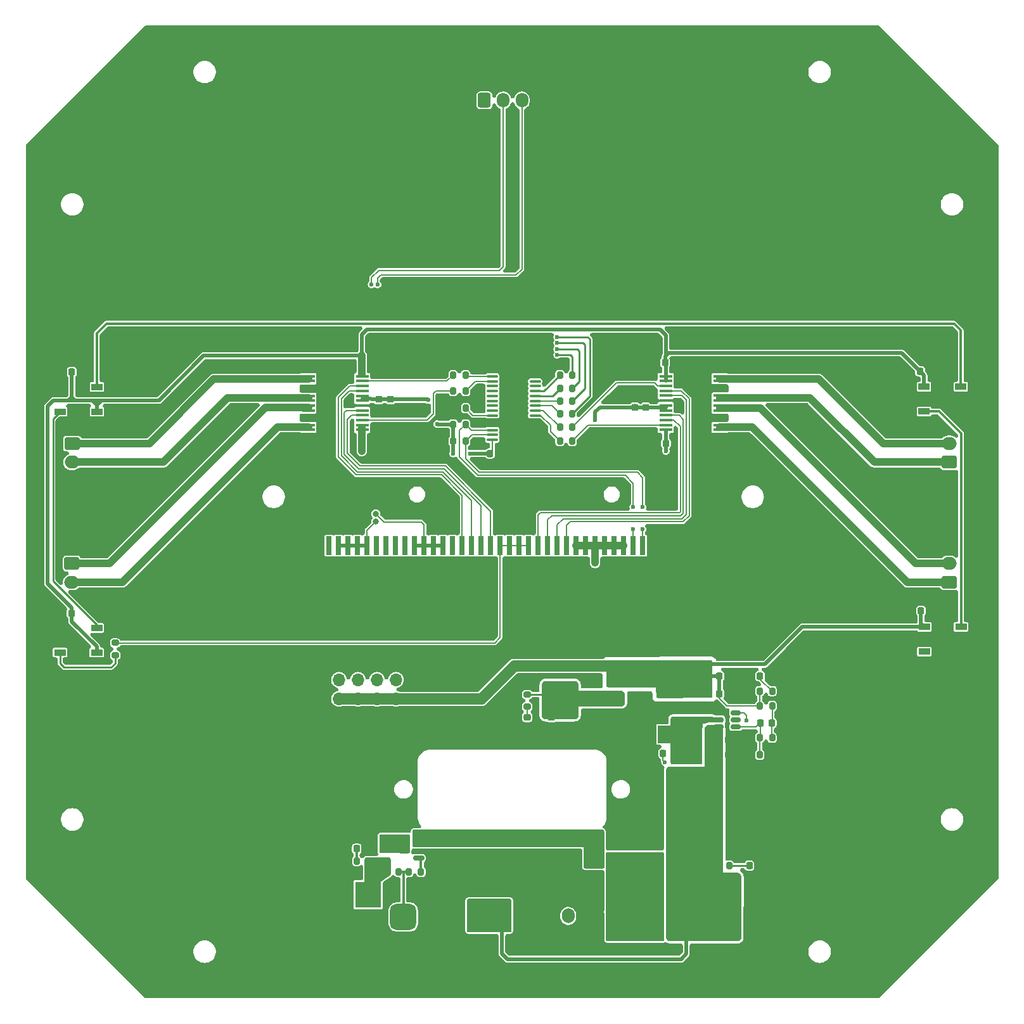
<source format=gbr>
%TF.GenerationSoftware,KiCad,Pcbnew,8.0.7*%
%TF.CreationDate,2025-01-09T15:44:16+07:00*%
%TF.ProjectId,RoboCar_PCB,526f626f-4361-4725-9f50-43422e6b6963,rev?*%
%TF.SameCoordinates,Original*%
%TF.FileFunction,Copper,L1,Top*%
%TF.FilePolarity,Positive*%
%FSLAX46Y46*%
G04 Gerber Fmt 4.6, Leading zero omitted, Abs format (unit mm)*
G04 Created by KiCad (PCBNEW 8.0.7) date 2025-01-09 15:44:16*
%MOMM*%
%LPD*%
G01*
G04 APERTURE LIST*
G04 Aperture macros list*
%AMRoundRect*
0 Rectangle with rounded corners*
0 $1 Rounding radius*
0 $2 $3 $4 $5 $6 $7 $8 $9 X,Y pos of 4 corners*
0 Add a 4 corners polygon primitive as box body*
4,1,4,$2,$3,$4,$5,$6,$7,$8,$9,$2,$3,0*
0 Add four circle primitives for the rounded corners*
1,1,$1+$1,$2,$3*
1,1,$1+$1,$4,$5*
1,1,$1+$1,$6,$7*
1,1,$1+$1,$8,$9*
0 Add four rect primitives between the rounded corners*
20,1,$1+$1,$2,$3,$4,$5,0*
20,1,$1+$1,$4,$5,$6,$7,0*
20,1,$1+$1,$6,$7,$8,$9,0*
20,1,$1+$1,$8,$9,$2,$3,0*%
G04 Aperture macros list end*
%TA.AperFunction,SMDPad,CuDef*%
%ADD10RoundRect,0.200000X0.200000X0.275000X-0.200000X0.275000X-0.200000X-0.275000X0.200000X-0.275000X0*%
%TD*%
%TA.AperFunction,SMDPad,CuDef*%
%ADD11RoundRect,0.200000X-0.275000X0.200000X-0.275000X-0.200000X0.275000X-0.200000X0.275000X0.200000X0*%
%TD*%
%TA.AperFunction,ComponentPad*%
%ADD12O,1.700000X1.700000*%
%TD*%
%TA.AperFunction,SMDPad,CuDef*%
%ADD13RoundRect,0.225000X0.225000X0.250000X-0.225000X0.250000X-0.225000X-0.250000X0.225000X-0.250000X0*%
%TD*%
%TA.AperFunction,SMDPad,CuDef*%
%ADD14RoundRect,0.200000X-0.200000X-0.275000X0.200000X-0.275000X0.200000X0.275000X-0.200000X0.275000X0*%
%TD*%
%TA.AperFunction,ComponentPad*%
%ADD15C,2.595000*%
%TD*%
%TA.AperFunction,SMDPad,CuDef*%
%ADD16RoundRect,0.225000X-0.250000X0.225000X-0.250000X-0.225000X0.250000X-0.225000X0.250000X0.225000X0*%
%TD*%
%TA.AperFunction,SMDPad,CuDef*%
%ADD17RoundRect,0.200000X0.275000X-0.200000X0.275000X0.200000X-0.275000X0.200000X-0.275000X-0.200000X0*%
%TD*%
%TA.AperFunction,SMDPad,CuDef*%
%ADD18RoundRect,0.150000X-0.512500X-0.150000X0.512500X-0.150000X0.512500X0.150000X-0.512500X0.150000X0*%
%TD*%
%TA.AperFunction,SMDPad,CuDef*%
%ADD19R,1.500000X0.900000*%
%TD*%
%TA.AperFunction,SMDPad,CuDef*%
%ADD20RoundRect,0.100000X0.637500X0.100000X-0.637500X0.100000X-0.637500X-0.100000X0.637500X-0.100000X0*%
%TD*%
%TA.AperFunction,SMDPad,CuDef*%
%ADD21RoundRect,0.225000X-0.225000X-0.250000X0.225000X-0.250000X0.225000X0.250000X-0.225000X0.250000X0*%
%TD*%
%TA.AperFunction,SMDPad,CuDef*%
%ADD22RoundRect,0.218750X0.218750X0.256250X-0.218750X0.256250X-0.218750X-0.256250X0.218750X-0.256250X0*%
%TD*%
%TA.AperFunction,ComponentPad*%
%ADD23R,1.700000X1.700000*%
%TD*%
%TA.AperFunction,ComponentPad*%
%ADD24R,3.500000X3.500000*%
%TD*%
%TA.AperFunction,ComponentPad*%
%ADD25RoundRect,0.750000X1.000000X-0.750000X1.000000X0.750000X-1.000000X0.750000X-1.000000X-0.750000X0*%
%TD*%
%TA.AperFunction,ComponentPad*%
%ADD26RoundRect,0.875000X0.875000X-0.875000X0.875000X0.875000X-0.875000X0.875000X-0.875000X-0.875000X0*%
%TD*%
%TA.AperFunction,SMDPad,CuDef*%
%ADD27RoundRect,0.225000X0.250000X-0.225000X0.250000X0.225000X-0.250000X0.225000X-0.250000X-0.225000X0*%
%TD*%
%TA.AperFunction,SMDPad,CuDef*%
%ADD28R,1.750000X0.450000*%
%TD*%
%TA.AperFunction,SMDPad,CuDef*%
%ADD29RoundRect,0.218750X0.256250X-0.218750X0.256250X0.218750X-0.256250X0.218750X-0.256250X-0.218750X0*%
%TD*%
%TA.AperFunction,SMDPad,CuDef*%
%ADD30R,2.000000X1.500000*%
%TD*%
%TA.AperFunction,SMDPad,CuDef*%
%ADD31R,2.000000X3.800000*%
%TD*%
%TA.AperFunction,SMDPad,CuDef*%
%ADD32RoundRect,0.150000X0.587500X0.150000X-0.587500X0.150000X-0.587500X-0.150000X0.587500X-0.150000X0*%
%TD*%
%TA.AperFunction,SMDPad,CuDef*%
%ADD33R,0.800000X2.500000*%
%TD*%
%TA.AperFunction,ComponentPad*%
%ADD34O,1.100000X5.500000*%
%TD*%
%TA.AperFunction,SMDPad,CuDef*%
%ADD35RoundRect,0.112500X0.187500X0.112500X-0.187500X0.112500X-0.187500X-0.112500X0.187500X-0.112500X0*%
%TD*%
%TA.AperFunction,SMDPad,CuDef*%
%ADD36R,3.400000X2.350000*%
%TD*%
%TA.AperFunction,SMDPad,CuDef*%
%ADD37RoundRect,0.112500X-0.112500X0.187500X-0.112500X-0.187500X0.112500X-0.187500X0.112500X0.187500X0*%
%TD*%
%TA.AperFunction,SMDPad,CuDef*%
%ADD38RoundRect,0.250000X-1.500000X-0.550000X1.500000X-0.550000X1.500000X0.550000X-1.500000X0.550000X0*%
%TD*%
%TA.AperFunction,ComponentPad*%
%ADD39RoundRect,0.250000X-0.600000X-0.725000X0.600000X-0.725000X0.600000X0.725000X-0.600000X0.725000X0*%
%TD*%
%TA.AperFunction,ComponentPad*%
%ADD40O,1.700000X1.950000*%
%TD*%
%TA.AperFunction,ComponentPad*%
%ADD41RoundRect,0.250000X-0.750000X0.600000X-0.750000X-0.600000X0.750000X-0.600000X0.750000X0.600000X0*%
%TD*%
%TA.AperFunction,ComponentPad*%
%ADD42O,2.000000X1.700000*%
%TD*%
%TA.AperFunction,ComponentPad*%
%ADD43RoundRect,0.250000X0.750000X-0.600000X0.750000X0.600000X-0.750000X0.600000X-0.750000X-0.600000X0*%
%TD*%
%TA.AperFunction,ComponentPad*%
%ADD44RoundRect,0.250000X-0.600000X-0.750000X0.600000X-0.750000X0.600000X0.750000X-0.600000X0.750000X0*%
%TD*%
%TA.AperFunction,ComponentPad*%
%ADD45O,1.700000X2.000000*%
%TD*%
%TA.AperFunction,ViaPad*%
%ADD46C,0.600000*%
%TD*%
%TA.AperFunction,ViaPad*%
%ADD47C,0.800000*%
%TD*%
%TA.AperFunction,ViaPad*%
%ADD48C,2.000000*%
%TD*%
%TA.AperFunction,Conductor*%
%ADD49C,0.500000*%
%TD*%
%TA.AperFunction,Conductor*%
%ADD50C,0.200000*%
%TD*%
%TA.AperFunction,Conductor*%
%ADD51C,1.500000*%
%TD*%
%TA.AperFunction,Conductor*%
%ADD52C,1.000000*%
%TD*%
%TA.AperFunction,Conductor*%
%ADD53C,0.350000*%
%TD*%
%TA.AperFunction,Conductor*%
%ADD54C,0.250000*%
%TD*%
G04 APERTURE END LIST*
D10*
%TO.P,R6,1*%
%TO.N,Net-(D3-A)*%
X129327768Y-110521038D03*
%TO.P,R6,2*%
%TO.N,+5V*%
X127677768Y-110521038D03*
%TD*%
%TO.P,R23,1*%
%TO.N,/S3*%
X102620000Y-70075000D03*
%TO.P,R23,2*%
%TO.N,Net-(U3-LED4)*%
X100970000Y-70075000D03*
%TD*%
D11*
%TO.P,R2,1*%
%TO.N,/P2*%
X41545000Y-104077500D03*
%TO.P,R2,2*%
%TO.N,Net-(D5-DIN)*%
X41545000Y-105727500D03*
%TD*%
D12*
%TO.P,J8,1,Pin_1*%
%TO.N,/S1*%
X71455000Y-109022500D03*
%TO.P,J8,2,Pin_2*%
%TO.N,/S2*%
X73995000Y-109022500D03*
%TO.P,J8,3,Pin_3*%
%TO.N,/S3*%
X76535000Y-109022500D03*
%TO.P,J8,4,Pin_4*%
%TO.N,/S4*%
X79075000Y-109022500D03*
%TD*%
D13*
%TO.P,C16,1*%
%TO.N,GND*%
X123497768Y-117021038D03*
%TO.P,C16,2*%
%TO.N,Vs*%
X121947768Y-117021038D03*
%TD*%
D14*
%TO.P,R14,1*%
%TO.N,/PWM4*%
X86720000Y-70425000D03*
%TO.P,R14,2*%
%TO.N,Net-(U3-LED9)*%
X88370000Y-70425000D03*
%TD*%
D15*
%TO.P,S1,1,NO*%
%TO.N,Vs*%
X117785000Y-140002500D03*
%TO.P,S1,2,COM*%
%TO.N,NC*%
X113085000Y-140002500D03*
%TO.P,S1,3,NC*%
X108385000Y-140002500D03*
%TD*%
D16*
%TO.P,C21,1*%
%TO.N,+5V*%
X111295000Y-109537500D03*
%TO.P,C21,2*%
%TO.N,GND*%
X111295000Y-111087500D03*
%TD*%
D17*
%TO.P,R30,1*%
%TO.N,Net-(D12-A)*%
X96605000Y-112612500D03*
%TO.P,R30,2*%
%TO.N,+3.3V*%
X96605000Y-110962500D03*
%TD*%
D10*
%TO.P,R3,1*%
%TO.N,Net-(C20-Pad2)*%
X129327768Y-112521038D03*
%TO.P,R3,2*%
%TO.N,+5V*%
X127677768Y-112521038D03*
%TD*%
D16*
%TO.P,C22,1*%
%TO.N,+3.3V*%
X99835000Y-114039732D03*
%TO.P,C22,2*%
%TO.N,GND*%
X99835000Y-115589732D03*
%TD*%
D18*
%TO.P,U4,1,GND*%
%TO.N,GND*%
X122195000Y-113435000D03*
%TO.P,U4,2,SW*%
%TO.N,/SW*%
X122195000Y-114385000D03*
%TO.P,U4,3,VIN*%
%TO.N,Vs*%
X122195000Y-115335000D03*
%TO.P,U4,4,FB*%
%TO.N,/FB*%
X124470000Y-115335000D03*
%TO.P,U4,5,EN*%
%TO.N,unconnected-(U4-EN-Pad5)*%
X124470000Y-114385000D03*
%TO.P,U4,6,BOOT*%
%TO.N,Net-(U4-BOOT)*%
X124470000Y-113435000D03*
%TD*%
D19*
%TO.P,D2,1,VDD*%
%TO.N,+5V*%
X39105000Y-73192500D03*
%TO.P,D2,2,DOUT*%
%TO.N,Net-(D2-DOUT)*%
X39105000Y-69892500D03*
%TO.P,D2,3,VSS*%
%TO.N,GND*%
X34205000Y-69892500D03*
%TO.P,D2,4,DIN*%
%TO.N,Net-(D2-DIN)*%
X34205000Y-73192500D03*
%TD*%
D20*
%TO.P,U3,1,A0*%
%TO.N,GND*%
X97667500Y-76935000D03*
%TO.P,U3,2,A1*%
X97667500Y-76285000D03*
%TO.P,U3,3,A2*%
X97667500Y-75635000D03*
%TO.P,U3,4,A3*%
X97667500Y-74985000D03*
%TO.P,U3,5,A4*%
X97667500Y-74335000D03*
%TO.P,U3,6,LED0*%
%TO.N,Net-(U3-LED0)*%
X97667500Y-73685000D03*
%TO.P,U3,7,LED1*%
%TO.N,Net-(U3-LED1)*%
X97667500Y-73035000D03*
%TO.P,U3,8,LED2*%
%TO.N,Net-(U3-LED2)*%
X97667500Y-72385000D03*
%TO.P,U3,9,LED3*%
%TO.N,Net-(U3-LED3)*%
X97667500Y-71735000D03*
%TO.P,U3,10,LED4*%
%TO.N,Net-(U3-LED4)*%
X97667500Y-71085000D03*
%TO.P,U3,11,LED5*%
%TO.N,Net-(U3-LED5)*%
X97667500Y-70435000D03*
%TO.P,U3,12,LED6*%
%TO.N,unconnected-(U3-LED6-Pad12)*%
X97667500Y-69785000D03*
%TO.P,U3,13,LED7*%
%TO.N,unconnected-(U3-LED7-Pad13)*%
X97667500Y-69135000D03*
%TO.P,U3,14,VSS*%
%TO.N,GND*%
X97667500Y-68485000D03*
%TO.P,U3,15,LED8*%
%TO.N,Net-(U3-LED8)*%
X91942500Y-68485000D03*
%TO.P,U3,16,LED9*%
%TO.N,Net-(U3-LED9)*%
X91942500Y-69135000D03*
%TO.P,U3,17,LED10*%
%TO.N,unconnected-(U3-LED10-Pad17)*%
X91942500Y-69785000D03*
%TO.P,U3,18,LED11*%
%TO.N,unconnected-(U3-LED11-Pad18)*%
X91942500Y-70435000D03*
%TO.P,U3,19,LED12*%
%TO.N,unconnected-(U3-LED12-Pad19)*%
X91942500Y-71085000D03*
%TO.P,U3,20,LED13*%
%TO.N,unconnected-(U3-LED13-Pad20)*%
X91942500Y-71735000D03*
%TO.P,U3,21,LED14*%
%TO.N,unconnected-(U3-LED14-Pad21)*%
X91942500Y-72385000D03*
%TO.P,U3,22,LED15*%
%TO.N,unconnected-(U3-LED15-Pad22)*%
X91942500Y-73035000D03*
%TO.P,U3,23,~{OE}*%
%TO.N,Net-(U3-~{OE})*%
X91942500Y-73685000D03*
%TO.P,U3,24,A5*%
%TO.N,GND*%
X91942500Y-74335000D03*
%TO.P,U3,25,EXTCLK*%
X91942500Y-74985000D03*
%TO.P,U3,26,SCL*%
%TO.N,/SCL*%
X91942500Y-75635000D03*
%TO.P,U3,27,SDA*%
%TO.N,/SDA*%
X91942500Y-76285000D03*
%TO.P,U3,28,VDD*%
%TO.N,+3.3V*%
X91942500Y-76935000D03*
%TD*%
D14*
%TO.P,R7,1*%
%TO.N,+3.3V*%
X86720000Y-74875000D03*
%TO.P,R7,2*%
%TO.N,/SCL*%
X88370000Y-74875000D03*
%TD*%
D21*
%TO.P,C4,1*%
%TO.N,GND*%
X113595000Y-77435000D03*
%TO.P,C4,2*%
%TO.N,+5V*%
X115145000Y-77435000D03*
%TD*%
D13*
%TO.P,C15,1*%
%TO.N,GND*%
X123497768Y-119021038D03*
%TO.P,C15,2*%
%TO.N,Vs*%
X121947768Y-119021038D03*
%TD*%
D22*
%TO.P,D6,1,K*%
%TO.N,GND*%
X75395000Y-131582500D03*
%TO.P,D6,2,A*%
%TO.N,Net-(D6-A)*%
X73820000Y-131582500D03*
%TD*%
D13*
%TO.P,C10,1*%
%TO.N,GND*%
X150655000Y-67822500D03*
%TO.P,C10,2*%
%TO.N,+5V*%
X149105000Y-67822500D03*
%TD*%
D23*
%TO.P,J7,1,Pin_1*%
%TO.N,GND*%
X71455000Y-114102500D03*
%TO.P,J7,2,Pin_2*%
X73995000Y-114102500D03*
%TO.P,J7,3,Pin_3*%
X76535000Y-114102500D03*
%TO.P,J7,4,Pin_4*%
X79075000Y-114102500D03*
%TD*%
D24*
%TO.P,J11,1*%
%TO.N,V_Charger*%
X75347768Y-137696038D03*
D25*
%TO.P,J11,2*%
%TO.N,GND*%
X75347768Y-143696038D03*
D26*
%TO.P,J11,3*%
%TO.N,Net-(J11-Pad3)*%
X80047768Y-140696038D03*
%TD*%
D16*
%TO.P,C1,1*%
%TO.N,GND*%
X112470000Y-71060000D03*
%TO.P,C1,2*%
%TO.N,+3.3V*%
X112470000Y-72610000D03*
%TD*%
D27*
%TO.P,C6,1*%
%TO.N,GND*%
X78317768Y-73106038D03*
%TO.P,C6,2*%
%TO.N,+3.3V*%
X78317768Y-71556038D03*
%TD*%
D13*
%TO.P,C11,1*%
%TO.N,GND*%
X150760000Y-99792500D03*
%TO.P,C11,2*%
%TO.N,+5V*%
X149210000Y-99792500D03*
%TD*%
D14*
%TO.P,R13,1*%
%TO.N,/PWM3*%
X86715000Y-68275000D03*
%TO.P,R13,2*%
%TO.N,Net-(U3-LED8)*%
X88365000Y-68275000D03*
%TD*%
D19*
%TO.P,D9,1,VDD*%
%TO.N,+5V*%
X149625000Y-69852500D03*
%TO.P,D9,2,DOUT*%
%TO.N,Net-(D8-DIN)*%
X149625000Y-73152500D03*
%TO.P,D9,3,VSS*%
%TO.N,GND*%
X154525000Y-73152500D03*
%TO.P,D9,4,DIN*%
%TO.N,Net-(D2-DOUT)*%
X154525000Y-69852500D03*
%TD*%
D28*
%TO.P,U2,1,AO1*%
%TO.N,/M3-*%
X67355000Y-68460000D03*
%TO.P,U2,2,AO1*%
X67355000Y-69110000D03*
%TO.P,U2,3,PGND1*%
%TO.N,GND*%
X67355000Y-69760000D03*
%TO.P,U2,4,PGND1*%
X67355000Y-70410000D03*
%TO.P,U2,5,AO2*%
%TO.N,/M3+*%
X67355000Y-71060000D03*
%TO.P,U2,6,AO2*%
X67355000Y-71710000D03*
%TO.P,U2,7,BO2*%
%TO.N,/M4+*%
X67355000Y-72360000D03*
%TO.P,U2,8,BO2*%
X67355000Y-73010000D03*
%TO.P,U2,9,PGND2*%
%TO.N,GND*%
X67355000Y-73660000D03*
%TO.P,U2,10,PGND2*%
X67355000Y-74310000D03*
%TO.P,U2,11,BO1*%
%TO.N,/M4-*%
X67355000Y-74960000D03*
%TO.P,U2,12,BO1*%
X67355000Y-75610000D03*
%TO.P,U2,13,VM2*%
%TO.N,+5V*%
X74555000Y-75610000D03*
%TO.P,U2,14,VM3*%
X74555000Y-74960000D03*
%TO.P,U2,15,PWMB*%
%TO.N,/PWM4*%
X74555000Y-74310000D03*
%TO.P,U2,16,BIN2*%
%TO.N,/BM4*%
X74555000Y-73660000D03*
%TO.P,U2,17,BIN1*%
%TO.N,/AM4*%
X74555000Y-73010000D03*
%TO.P,U2,18,GND*%
%TO.N,GND*%
X74555000Y-72360000D03*
%TO.P,U2,19,STBY*%
%TO.N,+3.3V*%
X74555000Y-71710000D03*
%TO.P,U2,20,VCC*%
X74555000Y-71060000D03*
%TO.P,U2,21,AIN1*%
%TO.N,/AM3*%
X74555000Y-70410000D03*
%TO.P,U2,22,AIN2*%
%TO.N,/BM3*%
X74555000Y-69760000D03*
%TO.P,U2,23,PWMA*%
%TO.N,/PWM3*%
X74555000Y-69110000D03*
%TO.P,U2,24,VM1*%
%TO.N,+5V*%
X74555000Y-68460000D03*
%TD*%
D14*
%TO.P,R17,1*%
%TO.N,Net-(D6-A)*%
X73820000Y-133212500D03*
%TO.P,R17,2*%
%TO.N,V_Charger*%
X75470000Y-133212500D03*
%TD*%
D19*
%TO.P,D8,1,VDD*%
%TO.N,+5V*%
X149665000Y-101942500D03*
%TO.P,D8,2,DOUT*%
%TO.N,unconnected-(D8-DOUT-Pad2)*%
X149665000Y-105242500D03*
%TO.P,D8,3,VSS*%
%TO.N,GND*%
X154565000Y-105242500D03*
%TO.P,D8,4,DIN*%
%TO.N,Net-(D8-DIN)*%
X154565000Y-101942500D03*
%TD*%
D10*
%TO.P,R16,1*%
%TO.N,/S2*%
X102620000Y-71775000D03*
%TO.P,R16,2*%
%TO.N,Net-(U3-LED3)*%
X100970000Y-71775000D03*
%TD*%
D29*
%TO.P,D12,1,K*%
%TO.N,GND*%
X96605000Y-115600000D03*
%TO.P,D12,2,A*%
%TO.N,Net-(D12-A)*%
X96605000Y-114025000D03*
%TD*%
D21*
%TO.P,C19,1*%
%TO.N,+5V*%
X122295000Y-108521038D03*
%TO.P,C19,2*%
%TO.N,GND*%
X123845000Y-108521038D03*
%TD*%
D14*
%TO.P,R8,1*%
%TO.N,+3.3V*%
X86720000Y-77125000D03*
%TO.P,R8,2*%
%TO.N,/SDA*%
X88370000Y-77125000D03*
%TD*%
D30*
%TO.P,U5,1,GND*%
%TO.N,GND*%
X108355000Y-113889732D03*
%TO.P,U5,2,VO*%
%TO.N,+3.3V*%
X108355000Y-111589732D03*
D31*
X102055000Y-111589732D03*
D30*
%TO.P,U5,3,VI*%
%TO.N,+5V*%
X108355000Y-109289732D03*
%TD*%
D21*
%TO.P,C12,1*%
%TO.N,GND*%
X34200000Y-67902500D03*
%TO.P,C12,2*%
%TO.N,+5V*%
X35750000Y-67902500D03*
%TD*%
D10*
%TO.P,R29,1*%
%TO.N,Net-(D11-A)*%
X123577768Y-133852500D03*
%TO.P,R29,2*%
%TO.N,Vs*%
X121927768Y-133852500D03*
%TD*%
D22*
%TO.P,D11,1,K*%
%TO.N,GND*%
X127872500Y-133852500D03*
%TO.P,D11,2,A*%
%TO.N,Net-(D11-A)*%
X126297500Y-133852500D03*
%TD*%
D13*
%TO.P,C17,1*%
%TO.N,/SW*%
X116302768Y-118835000D03*
%TO.P,C17,2*%
%TO.N,Net-(U4-BOOT)*%
X114752768Y-118835000D03*
%TD*%
D32*
%TO.P,Q2,1,G*%
%TO.N,Net-(Q2-G)*%
X82085000Y-132842500D03*
%TO.P,Q2,2,S*%
%TO.N,VIN*%
X82085000Y-130942500D03*
%TO.P,Q2,3,D*%
%TO.N,V_Bat*%
X80210000Y-131892500D03*
%TD*%
D21*
%TO.P,C20,1*%
%TO.N,/FB*%
X127727768Y-114771038D03*
%TO.P,C20,2*%
%TO.N,Net-(C20-Pad2)*%
X129277768Y-114771038D03*
%TD*%
D14*
%TO.P,R4,1*%
%TO.N,/FB*%
X127677768Y-116771038D03*
%TO.P,R4,2*%
%TO.N,Net-(C20-Pad2)*%
X129327768Y-116771038D03*
%TD*%
D33*
%TO.P,J1,1,P3/AIN/LED_COL_1*%
%TO.N,unconnected-(J1-P3{slash}AIN{slash}LED_COL_1-Pad1)*%
X70120000Y-91095000D03*
%TO.P,J1,2,P0_1/AIN0*%
%TO.N,/P0*%
X71390000Y-91095000D03*
%TO.P,J1,3,P0_2/AIN0*%
X72660000Y-91095000D03*
%TO.P,J1,4,P0_3/AIN0*%
X73930000Y-91095000D03*
%TO.P,J1,5,P0_4/AIN0*%
X75200000Y-91095000D03*
%TO.P,J1,6,P4/AIN/LED_COL_2*%
%TO.N,unconnected-(J1-P4{slash}AIN{slash}LED_COL_2-Pad6)*%
X76470000Y-91095000D03*
%TO.P,J1,7,P5/BUTTON_A*%
%TO.N,unconnected-(J1-P5{slash}BUTTON_A-Pad7)*%
X77740000Y-91095000D03*
%TO.P,J1,8,P6/LED_COL_9*%
%TO.N,unconnected-(J1-P6{slash}LED_COL_9-Pad8)*%
X79010000Y-91095000D03*
%TO.P,J1,9,P7/LED_COL_8*%
%TO.N,unconnected-(J1-P7{slash}LED_COL_8-Pad9)*%
X80280000Y-91095000D03*
%TO.P,J1,10,P1_1/AIN1*%
%TO.N,/P1*%
X81550000Y-91095000D03*
%TO.P,J1,11,P1_2/AIN1*%
X82820000Y-91095000D03*
%TO.P,J1,12,P1_3/AIN1*%
X84090000Y-91095000D03*
%TO.P,J1,13,P1_4/AIN1*%
X85360000Y-91095000D03*
%TO.P,J1,14,P8*%
%TO.N,unconnected-(J1-P8-Pad14)*%
X86630000Y-91095000D03*
%TO.P,J1,15,P9/LED_COL_7*%
%TO.N,/BM3*%
X87900000Y-91095000D03*
%TO.P,J1,16,P10/AIN/LED_COL_3*%
%TO.N,/AM3*%
X89170000Y-91095000D03*
%TO.P,J1,17,P11/BUTTON_B*%
%TO.N,/AM4*%
X90440000Y-91095000D03*
%TO.P,J1,18,P12/RSVD*%
%TO.N,/BM4*%
X91710000Y-91095000D03*
%TO.P,J1,19,P2_1/AIN2*%
%TO.N,/P2*%
X92980000Y-91095000D03*
%TO.P,J1,20,P2_2/AIN2*%
X94250000Y-91095000D03*
%TO.P,J1,21,P2_3/AIN2*%
X95520000Y-91095000D03*
%TO.P,J1,22,P2_4/AIN2*%
X96790000Y-91095000D03*
%TO.P,J1,23,P13/SPI1_SCK*%
%TO.N,/BM1*%
X98060000Y-91095000D03*
%TO.P,J1,24,P14/SPI1_MISO*%
%TO.N,/AM1*%
X99330000Y-91095000D03*
%TO.P,J1,25,P15/SPI1_MOSI*%
%TO.N,/AM2*%
X100600000Y-91095000D03*
%TO.P,J1,26,P16*%
%TO.N,/BM2*%
X101870000Y-91095000D03*
%TO.P,J1,27,+3V3_27*%
%TO.N,+3.3V*%
X103140000Y-91095000D03*
%TO.P,J1,28,+3V3_28*%
X104410000Y-91095000D03*
%TO.P,J1,29,+3V3_29*%
X105680000Y-91095000D03*
%TO.P,J1,30,+3V3_30*%
X106950000Y-91095000D03*
%TO.P,J1,31,+3V3_31*%
X108220000Y-91095000D03*
%TO.P,J1,32,+3V3_32*%
X109490000Y-91095000D03*
%TO.P,J1,33,P19/I2C1_SCL*%
%TO.N,/SCL*%
X110760000Y-91095000D03*
%TO.P,J1,34,P20/I2C1_SDA*%
%TO.N,/SDA*%
X112030000Y-91095000D03*
%TO.P,J1,35,GND_35*%
%TO.N,GND*%
X113300000Y-91095000D03*
%TO.P,J1,36,GND_36*%
X114570000Y-91095000D03*
%TO.P,J1,37,GND_37*%
X115840000Y-91095000D03*
%TO.P,J1,38,GND_38*%
X117110000Y-91095000D03*
%TO.P,J1,39,GND_39*%
X118380000Y-91095000D03*
%TO.P,J1,40,GND_40*%
X119650000Y-91095000D03*
D34*
%TO.P,J1,S1,SHIELD*%
X67885000Y-82585000D03*
%TO.P,J1,S2,SHIELD*%
X121885000Y-82585000D03*
%TD*%
D10*
%TO.P,R24,1*%
%TO.N,/S4*%
X102620000Y-68275000D03*
%TO.P,R24,2*%
%TO.N,Net-(U3-LED5)*%
X100970000Y-68275000D03*
%TD*%
D16*
%TO.P,C2,1*%
%TO.N,GND*%
X111010000Y-71060000D03*
%TO.P,C2,2*%
%TO.N,+3.3V*%
X111010000Y-72610000D03*
%TD*%
D21*
%TO.P,C3,1*%
%TO.N,GND*%
X113495000Y-66635000D03*
%TO.P,C3,2*%
%TO.N,+5V*%
X115045000Y-66635000D03*
%TD*%
%TO.P,C18,1*%
%TO.N,+5V*%
X122295000Y-110885000D03*
%TO.P,C18,2*%
%TO.N,GND*%
X123845000Y-110885000D03*
%TD*%
D13*
%TO.P,C8,1*%
%TO.N,GND*%
X76045000Y-66705000D03*
%TO.P,C8,2*%
%TO.N,+5V*%
X74495000Y-66705000D03*
%TD*%
D27*
%TO.P,C5,1*%
%TO.N,GND*%
X76770000Y-73110000D03*
%TO.P,C5,2*%
%TO.N,+3.3V*%
X76770000Y-71560000D03*
%TD*%
D10*
%TO.P,R11,1*%
%TO.N,/PWM1*%
X102620000Y-77095000D03*
%TO.P,R11,2*%
%TO.N,Net-(U3-LED0)*%
X100970000Y-77095000D03*
%TD*%
D35*
%TO.P,D4,1,K*%
%TO.N,NC*%
X108382500Y-133022500D03*
%TO.P,D4,2,A*%
%TO.N,VIN*%
X106282500Y-133022500D03*
%TD*%
D10*
%TO.P,R1,1*%
%TO.N,Net-(J11-Pad3)*%
X79450000Y-134672500D03*
%TO.P,R1,2*%
%TO.N,V_Charger*%
X77800000Y-134672500D03*
%TD*%
%TO.P,R9,1*%
%TO.N,Net-(Q2-G)*%
X82415000Y-134672500D03*
%TO.P,R9,2*%
%TO.N,Net-(J11-Pad3)*%
X80765000Y-134672500D03*
%TD*%
%TO.P,R15,1*%
%TO.N,/S1*%
X102620000Y-73475000D03*
%TO.P,R15,2*%
%TO.N,Net-(U3-LED2)*%
X100970000Y-73475000D03*
%TD*%
D12*
%TO.P,J9,1,Pin_1*%
%TO.N,+5V*%
X71455000Y-111562500D03*
%TO.P,J9,2,Pin_2*%
X73995000Y-111562500D03*
%TO.P,J9,3,Pin_3*%
X76535000Y-111562500D03*
%TO.P,J9,4,Pin_4*%
X79075000Y-111562500D03*
%TD*%
D13*
%TO.P,C7,1*%
%TO.N,GND*%
X76045000Y-77435000D03*
%TO.P,C7,2*%
%TO.N,+5V*%
X74495000Y-77435000D03*
%TD*%
D10*
%TO.P,R5,1*%
%TO.N,GND*%
X129327768Y-119021038D03*
%TO.P,R5,2*%
%TO.N,/FB*%
X127677768Y-119021038D03*
%TD*%
D36*
%TO.P,L1,1*%
%TO.N,/SW*%
X115752768Y-116310000D03*
%TO.P,L1,2*%
%TO.N,+5V*%
X115752768Y-110260000D03*
%TD*%
D37*
%TO.P,D1,1,K*%
%TO.N,V_Bat*%
X78110000Y-131117500D03*
%TO.P,D1,2,A*%
%TO.N,V_Charger*%
X78110000Y-133217500D03*
%TD*%
D21*
%TO.P,C13,1*%
%TO.N,+3.3V*%
X91645000Y-78775000D03*
%TO.P,C13,2*%
%TO.N,GND*%
X93195000Y-78775000D03*
%TD*%
D14*
%TO.P,R10,1*%
%TO.N,GND*%
X86720000Y-72725000D03*
%TO.P,R10,2*%
%TO.N,Net-(U3-~{OE})*%
X88370000Y-72725000D03*
%TD*%
D19*
%TO.P,D5,1,VDD*%
%TO.N,+5V*%
X39075000Y-105372500D03*
%TO.P,D5,2,DOUT*%
%TO.N,Net-(D2-DIN)*%
X39075000Y-102072500D03*
%TO.P,D5,3,VSS*%
%TO.N,GND*%
X34175000Y-102072500D03*
%TO.P,D5,4,DIN*%
%TO.N,Net-(D5-DIN)*%
X34175000Y-105372500D03*
%TD*%
D10*
%TO.P,R12,1*%
%TO.N,/PWM2*%
X102620000Y-75275000D03*
%TO.P,R12,2*%
%TO.N,Net-(U3-LED1)*%
X100970000Y-75275000D03*
%TD*%
D21*
%TO.P,C9,1*%
%TO.N,GND*%
X34175000Y-100102500D03*
%TO.P,C9,2*%
%TO.N,+5V*%
X35725000Y-100102500D03*
%TD*%
D28*
%TO.P,U1,1,AO1*%
%TO.N,/M1-*%
X122305000Y-75605000D03*
%TO.P,U1,2,AO1*%
X122305000Y-74955000D03*
%TO.P,U1,3,PGND1*%
%TO.N,GND*%
X122305000Y-74305000D03*
%TO.P,U1,4,PGND1*%
X122305000Y-73655000D03*
%TO.P,U1,5,AO2*%
%TO.N,/M1+*%
X122305000Y-73005000D03*
%TO.P,U1,6,AO2*%
X122305000Y-72355000D03*
%TO.P,U1,7,BO2*%
%TO.N,/M2+*%
X122305000Y-71705000D03*
%TO.P,U1,8,BO2*%
X122305000Y-71055000D03*
%TO.P,U1,9,PGND2*%
%TO.N,GND*%
X122305000Y-70405000D03*
%TO.P,U1,10,PGND2*%
X122305000Y-69755000D03*
%TO.P,U1,11,BO1*%
%TO.N,/M2-*%
X122305000Y-69105000D03*
%TO.P,U1,12,BO1*%
X122305000Y-68455000D03*
%TO.P,U1,13,VM2*%
%TO.N,+5V*%
X115105000Y-68455000D03*
%TO.P,U1,14,VM3*%
X115105000Y-69105000D03*
%TO.P,U1,15,PWMB*%
%TO.N,/PWM2*%
X115105000Y-69755000D03*
%TO.P,U1,16,BIN2*%
%TO.N,/BM2*%
X115105000Y-70405000D03*
%TO.P,U1,17,BIN1*%
%TO.N,/AM2*%
X115105000Y-71055000D03*
%TO.P,U1,18,GND*%
%TO.N,GND*%
X115105000Y-71705000D03*
%TO.P,U1,19,STBY*%
%TO.N,+3.3V*%
X115105000Y-72355000D03*
%TO.P,U1,20,VCC*%
X115105000Y-73005000D03*
%TO.P,U1,21,AIN1*%
%TO.N,/AM1*%
X115105000Y-73655000D03*
%TO.P,U1,22,AIN2*%
%TO.N,/BM1*%
X115105000Y-74305000D03*
%TO.P,U1,23,PWMA*%
%TO.N,/PWM1*%
X115105000Y-74955000D03*
%TO.P,U1,24,VM1*%
%TO.N,+5V*%
X115105000Y-75605000D03*
%TD*%
D38*
%TO.P,C14,1*%
%TO.N,Vs*%
X123152768Y-139921038D03*
%TO.P,C14,2*%
%TO.N,GND*%
X128552768Y-139921038D03*
%TD*%
D22*
%TO.P,D3,1,K*%
%TO.N,GND*%
X129290268Y-108521038D03*
%TO.P,D3,2,A*%
%TO.N,Net-(D3-A)*%
X127715268Y-108521038D03*
%TD*%
D39*
%TO.P,J10,1,Pin_1*%
%TO.N,+5V*%
X90887768Y-31591038D03*
D40*
%TO.P,J10,2,Pin_2*%
%TO.N,/P1*%
X93387768Y-31591038D03*
%TO.P,J10,3,Pin_3*%
%TO.N,/P0*%
X95887768Y-31591038D03*
%TO.P,J10,4,Pin_4*%
%TO.N,GND*%
X98387768Y-31591038D03*
%TD*%
D41*
%TO.P,J5,1,Pin_1*%
%TO.N,/M4+*%
X35745000Y-93472500D03*
D42*
%TO.P,J5,2,Pin_2*%
%TO.N,/M4-*%
X35745000Y-95972500D03*
%TD*%
D43*
%TO.P,J2,1,Pin_1*%
%TO.N,/M1-*%
X152955000Y-95962500D03*
D42*
%TO.P,J2,2,Pin_2*%
%TO.N,/M1+*%
X152955000Y-93462500D03*
%TD*%
D44*
%TO.P,J6,1,Pin_1*%
%TO.N,GND*%
X99577768Y-140561038D03*
D45*
%TO.P,J6,2,Pin_2*%
%TO.N,V_Bat*%
X102077768Y-140561038D03*
%TD*%
D43*
%TO.P,J3,1,Pin_1*%
%TO.N,/M2+*%
X152985000Y-79932500D03*
D42*
%TO.P,J3,2,Pin_2*%
%TO.N,/M2-*%
X152985000Y-77432500D03*
%TD*%
D41*
%TO.P,J4,1,Pin_1*%
%TO.N,/M3-*%
X35795000Y-77442500D03*
D42*
%TO.P,J4,2,Pin_2*%
%TO.N,/M3+*%
X35795000Y-79942500D03*
%TD*%
D46*
%TO.N,+5V*%
X115135000Y-78442500D03*
X120670000Y-107635000D03*
X116470000Y-107635000D03*
X114470000Y-106935000D03*
X113470000Y-108335000D03*
X115470000Y-107635000D03*
X116470000Y-108335000D03*
X114470000Y-107635000D03*
X120670000Y-108335000D03*
X118570000Y-107635000D03*
X117570000Y-106935000D03*
X115135000Y-65712500D03*
X115470000Y-106935000D03*
X114470000Y-108335000D03*
X116470000Y-106935000D03*
X119570000Y-108335000D03*
X120670000Y-106935000D03*
X117570000Y-108335000D03*
X118570000Y-106935000D03*
X74495000Y-65702500D03*
X118570000Y-108335000D03*
X113470000Y-107635000D03*
X115470000Y-108335000D03*
X117570000Y-107635000D03*
X74495000Y-78442500D03*
X119570000Y-106935000D03*
X119570000Y-107635000D03*
%TO.N,+3.3V*%
X86695000Y-78775000D03*
X83370000Y-71635000D03*
X100155000Y-112302500D03*
X99255000Y-110889732D03*
X88970000Y-78775000D03*
X84570000Y-74835000D03*
X100155000Y-111589732D03*
X99255000Y-111589732D03*
X99255000Y-110189732D03*
X99255000Y-112302500D03*
X105670000Y-74355000D03*
X100155000Y-110189732D03*
X105670000Y-93391038D03*
X100155000Y-110889732D03*
%TO.N,Net-(U4-BOOT)*%
X125885000Y-114481038D03*
X115016730Y-120035000D03*
%TO.N,/P0*%
X76604814Y-56192500D03*
D47*
X76382995Y-87836215D03*
%TO.N,/P1*%
X76367768Y-86831038D03*
D46*
X75797768Y-56192500D03*
%TO.N,/SCL*%
X110757768Y-88871038D03*
X110767768Y-85931038D03*
%TO.N,/SDA*%
X111997768Y-85931038D03*
X112017768Y-88901038D03*
%TO.N,/S1*%
X100612969Y-63192680D03*
%TO.N,/S2*%
X100609283Y-63992668D03*
%TO.N,/S3*%
X100609283Y-64792625D03*
%TO.N,/S4*%
X100609283Y-65592500D03*
D48*
%TO.N,Vs*%
X89727768Y-140561038D03*
X93227768Y-140561038D03*
D47*
%TO.N,V_Bat*%
X79475000Y-131002500D03*
X79460000Y-130112500D03*
X80405000Y-131002500D03*
X80390000Y-130112500D03*
D46*
%TO.N,GND*%
X130185000Y-62422500D03*
X55185000Y-142422500D03*
X70185000Y-87422500D03*
X145185000Y-142422500D03*
X130185000Y-132422500D03*
X75185000Y-117422500D03*
X145185000Y-117422500D03*
X60185000Y-67422500D03*
X140185000Y-97422500D03*
X130185000Y-87422500D03*
X135185000Y-112422500D03*
X90185000Y-107422500D03*
X85185000Y-22422500D03*
X60185000Y-62422500D03*
X65185000Y-77422500D03*
X105185000Y-142422500D03*
X125185000Y-77422500D03*
X95185000Y-132422500D03*
X40185000Y-87422500D03*
X80185000Y-107422500D03*
X60185000Y-147422500D03*
X85185000Y-117422500D03*
X65185000Y-92422500D03*
X145185000Y-132422500D03*
X115185000Y-22422500D03*
X140185000Y-62422500D03*
X125185000Y-92422500D03*
X115185000Y-57422500D03*
X50185000Y-92422500D03*
X120185000Y-57422500D03*
X45185000Y-32422500D03*
X130185000Y-142422500D03*
X50185000Y-97422500D03*
X145185000Y-42422500D03*
X140185000Y-57422500D03*
X125185000Y-27422500D03*
X155185000Y-37422500D03*
X70185000Y-67422500D03*
X45185000Y-137422500D03*
X35185000Y-117422500D03*
X150185000Y-122422500D03*
X95185000Y-37422500D03*
X100185000Y-137422500D03*
X40185000Y-52422500D03*
X55185000Y-122422500D03*
X85185000Y-102422500D03*
X120185000Y-22422500D03*
X40185000Y-32422500D03*
X45185000Y-102422500D03*
X150185000Y-92422500D03*
X95185000Y-77422500D03*
X60185000Y-112422500D03*
X55185000Y-52422500D03*
X75185000Y-147422500D03*
X135185000Y-122422500D03*
X80185000Y-82422500D03*
X150185000Y-57422500D03*
X40185000Y-127422500D03*
X130185000Y-37422500D03*
X60185000Y-127422500D03*
X95185000Y-27422500D03*
X55185000Y-67422500D03*
X70185000Y-97422500D03*
X150185000Y-142422500D03*
X105185000Y-27422500D03*
X40185000Y-142422500D03*
X70185000Y-147422500D03*
X150185000Y-97422500D03*
X130185000Y-137422500D03*
X70185000Y-22422500D03*
X135185000Y-77422500D03*
X60185000Y-37422500D03*
X110185000Y-147422500D03*
D48*
X86227768Y-140561038D03*
D46*
X155185000Y-42422500D03*
X140185000Y-37422500D03*
X145185000Y-67422500D03*
X45185000Y-122422500D03*
X85185000Y-147422500D03*
X100185000Y-32422500D03*
X100185000Y-37422500D03*
X45185000Y-82422500D03*
X80185000Y-52422500D03*
X45185000Y-107422500D03*
X115185000Y-147422500D03*
X55185000Y-97422500D03*
X68870000Y-74035000D03*
X135185000Y-92422500D03*
X70185000Y-137422500D03*
X55185000Y-57422500D03*
X50185000Y-142422500D03*
X70185000Y-47422500D03*
X125185000Y-82422500D03*
X75185000Y-127422500D03*
X40185000Y-42422500D03*
X125185000Y-102422500D03*
X40185000Y-112422500D03*
X80185000Y-27422500D03*
X123715000Y-109712500D03*
X110185000Y-102422500D03*
X105185000Y-137422500D03*
X50185000Y-32422500D03*
X68970000Y-70135000D03*
X50185000Y-37422500D03*
X130185000Y-147422500D03*
X135185000Y-117422500D03*
X45185000Y-57422500D03*
X145185000Y-147422500D03*
X50185000Y-62422500D03*
X135185000Y-67422500D03*
X70185000Y-32422500D03*
X40185000Y-57422500D03*
X60185000Y-137422500D03*
X145185000Y-52422500D03*
X140185000Y-32422500D03*
X155185000Y-112422500D03*
X125185000Y-67422500D03*
X35185000Y-132422500D03*
X95185000Y-102422500D03*
X150185000Y-107422500D03*
X70185000Y-57422500D03*
X60185000Y-82422500D03*
X100185000Y-147422500D03*
X50185000Y-27422500D03*
X90185000Y-37422500D03*
X145185000Y-112422500D03*
X125185000Y-32422500D03*
X70185000Y-127422500D03*
X135185000Y-127422500D03*
X145185000Y-32422500D03*
X125185000Y-122422500D03*
X50185000Y-112422500D03*
X95185000Y-42422500D03*
X40185000Y-67422500D03*
X100185000Y-97422500D03*
X140185000Y-142422500D03*
X50185000Y-117422500D03*
X120185000Y-42422500D03*
X55185000Y-37422500D03*
X40185000Y-97422500D03*
X155185000Y-122422500D03*
X55185000Y-147422500D03*
X95185000Y-87422500D03*
X130185000Y-122422500D03*
X40185000Y-37422500D03*
X155185000Y-132422500D03*
X90185000Y-137422500D03*
X60185000Y-32422500D03*
X55185000Y-117422500D03*
X135185000Y-97422500D03*
X50185000Y-52422500D03*
X65185000Y-32422500D03*
X105185000Y-22422500D03*
X95185000Y-137422500D03*
X125185000Y-97422500D03*
X90185000Y-22422500D03*
X90185000Y-117422500D03*
X140185000Y-147422500D03*
X125185000Y-62422500D03*
X110185000Y-117422500D03*
X90185000Y-67422500D03*
X90185000Y-72422500D03*
X45185000Y-117422500D03*
X65185000Y-87422500D03*
X80370000Y-73335000D03*
X40185000Y-82422500D03*
X100185000Y-142422500D03*
X85185000Y-132422500D03*
X40185000Y-137422500D03*
X120185000Y-82422500D03*
X130185000Y-92422500D03*
X145185000Y-37422500D03*
X95185000Y-112422500D03*
X140185000Y-92422500D03*
X50185000Y-147422500D03*
X130185000Y-32422500D03*
X105185000Y-147422500D03*
X115185000Y-47422500D03*
X80185000Y-127422500D03*
X35185000Y-112422500D03*
X45185000Y-62422500D03*
X95185000Y-67422500D03*
X155185000Y-137422500D03*
X65185000Y-112422500D03*
X155185000Y-52422500D03*
X130185000Y-72422500D03*
X60185000Y-52422500D03*
X125185000Y-57422500D03*
X50185000Y-137422500D03*
X135185000Y-137422500D03*
X65185000Y-107422500D03*
X115185000Y-112422500D03*
X90185000Y-132422500D03*
X60185000Y-142422500D03*
X65185000Y-67422500D03*
X80185000Y-147422500D03*
X95185000Y-82422500D03*
X130185000Y-102422500D03*
X55185000Y-112422500D03*
X105185000Y-117422500D03*
X150185000Y-137422500D03*
X150185000Y-42422500D03*
X65185000Y-62422500D03*
X95185000Y-117422500D03*
X135185000Y-87422500D03*
X40185000Y-47422500D03*
X140185000Y-127422500D03*
X65185000Y-22422500D03*
X120185000Y-67422500D03*
X150185000Y-127422500D03*
X135185000Y-62422500D03*
X145185000Y-62422500D03*
X150185000Y-37422500D03*
X155185000Y-57422500D03*
X80185000Y-22422500D03*
X45185000Y-97422500D03*
X145185000Y-122422500D03*
X125185000Y-87422500D03*
X60185000Y-107422500D03*
X120185000Y-32422500D03*
X140185000Y-122422500D03*
X135185000Y-37422500D03*
X55185000Y-92422500D03*
X95185000Y-147422500D03*
X85185000Y-87422500D03*
X50185000Y-22422500D03*
X55185000Y-132422500D03*
X75185000Y-27422500D03*
X55185000Y-22422500D03*
X110185000Y-57422500D03*
X65185000Y-27422500D03*
X100185000Y-82422500D03*
X70185000Y-72422500D03*
X85185000Y-27422500D03*
X135185000Y-142422500D03*
X65185000Y-82422500D03*
X65185000Y-97422500D03*
X140185000Y-67422500D03*
X124685000Y-119002500D03*
X145185000Y-47422500D03*
X125185000Y-22422500D03*
X50185000Y-102422500D03*
X150185000Y-82422500D03*
X130185000Y-27422500D03*
X115185000Y-32422500D03*
X75185000Y-102422500D03*
X80185000Y-47422500D03*
X150185000Y-62422500D03*
X135185000Y-52422500D03*
X120185000Y-97422500D03*
X70185000Y-122422500D03*
X125185000Y-37422500D03*
X100185000Y-42422500D03*
X45185000Y-147422500D03*
X110185000Y-127422500D03*
X130185000Y-127422500D03*
X55185000Y-102422500D03*
X55185000Y-87422500D03*
X135185000Y-132422500D03*
X130185000Y-97422500D03*
X85185000Y-37422500D03*
X150185000Y-47422500D03*
X120185000Y-72422500D03*
X110185000Y-77422500D03*
X111370000Y-69935000D03*
X60185000Y-132422500D03*
X75185000Y-107422500D03*
X65185000Y-127422500D03*
X140185000Y-27422500D03*
X90185000Y-102422500D03*
X80185000Y-42422500D03*
X70185000Y-52422500D03*
X70185000Y-112422500D03*
X55185000Y-32422500D03*
X110185000Y-27422500D03*
X115185000Y-37422500D03*
X116970000Y-72235000D03*
X45185000Y-52422500D03*
X110185000Y-32422500D03*
X50185000Y-132422500D03*
X135185000Y-107422500D03*
X80185000Y-117422500D03*
X45185000Y-37422500D03*
X140185000Y-107422500D03*
X50185000Y-127422500D03*
X140185000Y-132422500D03*
X85185000Y-67422500D03*
X65185000Y-137422500D03*
X65185000Y-147422500D03*
X125185000Y-132422500D03*
X150185000Y-132422500D03*
X115185000Y-42422500D03*
X60185000Y-57422500D03*
X65185000Y-122422500D03*
X110185000Y-97422500D03*
X100185000Y-27422500D03*
X130185000Y-82422500D03*
X120185000Y-87422500D03*
X95185000Y-22422500D03*
X65185000Y-132422500D03*
X105185000Y-37422500D03*
X45185000Y-67422500D03*
X150185000Y-52422500D03*
X145185000Y-82422500D03*
X70185000Y-107422500D03*
X120185000Y-112422500D03*
X145185000Y-127422500D03*
X85185000Y-77422500D03*
X145185000Y-137422500D03*
X60185000Y-92422500D03*
X150185000Y-117422500D03*
X105185000Y-42422500D03*
X100185000Y-117422500D03*
X60185000Y-87422500D03*
X110185000Y-22422500D03*
X65185000Y-37422500D03*
X135185000Y-32422500D03*
X140185000Y-112422500D03*
X50185000Y-122422500D03*
X90185000Y-147422500D03*
X130185000Y-57422500D03*
X90185000Y-42422500D03*
X60185000Y-22422500D03*
X72670000Y-71935000D03*
X75185000Y-82422500D03*
X124685000Y-117002500D03*
X140185000Y-52422500D03*
X125185000Y-147422500D03*
X35185000Y-52422500D03*
X100185000Y-102422500D03*
X90185000Y-27422500D03*
X70185000Y-27422500D03*
X55185000Y-62422500D03*
X45185000Y-132422500D03*
X85185000Y-42422500D03*
X130185000Y-22422500D03*
X79670000Y-73335000D03*
X120185000Y-62422500D03*
X70185000Y-37422500D03*
X155185000Y-47422500D03*
X155185000Y-107422500D03*
X75185000Y-122422500D03*
X35185000Y-42422500D03*
X35185000Y-82422500D03*
X145185000Y-27422500D03*
X115185000Y-27422500D03*
X110185000Y-52422500D03*
X70185000Y-102422500D03*
X90185000Y-82422500D03*
X140185000Y-22422500D03*
X77370000Y-77435000D03*
X130185000Y-52422500D03*
X35185000Y-37422500D03*
X45185000Y-142422500D03*
X140185000Y-82422500D03*
X55185000Y-107422500D03*
X150185000Y-87422500D03*
X65185000Y-117422500D03*
X120185000Y-147422500D03*
X135185000Y-22422500D03*
X120770000Y-70035000D03*
X140185000Y-137422500D03*
X40185000Y-122422500D03*
X40185000Y-132422500D03*
X65185000Y-102422500D03*
X60185000Y-117422500D03*
X55185000Y-137422500D03*
X70185000Y-77422500D03*
X50185000Y-107422500D03*
X45185000Y-27422500D03*
X80185000Y-37422500D03*
X60185000Y-122422500D03*
X50185000Y-57422500D03*
X70185000Y-117422500D03*
X45185000Y-112422500D03*
X150185000Y-32422500D03*
X115185000Y-52422500D03*
X145185000Y-107422500D03*
X124315000Y-109712500D03*
X35185000Y-122422500D03*
X105185000Y-32422500D03*
X120185000Y-27422500D03*
X145185000Y-57422500D03*
X140185000Y-117422500D03*
X70185000Y-62422500D03*
X135185000Y-57422500D03*
X120185000Y-77422500D03*
X95185000Y-72422500D03*
X45185000Y-127422500D03*
X60185000Y-97422500D03*
X65185000Y-142422500D03*
X35185000Y-87422500D03*
X60185000Y-102422500D03*
X120185000Y-37422500D03*
X80185000Y-102422500D03*
X85185000Y-137422500D03*
X90185000Y-77422500D03*
X145185000Y-87422500D03*
X130185000Y-67422500D03*
X85185000Y-107422500D03*
X80185000Y-77422500D03*
X120770000Y-73935000D03*
X80185000Y-67422500D03*
X35185000Y-62422500D03*
X110185000Y-47422500D03*
X120185000Y-52422500D03*
X70185000Y-42422500D03*
X60185000Y-27422500D03*
X65185000Y-57422500D03*
X110185000Y-37422500D03*
X120185000Y-47422500D03*
X120185000Y-102422500D03*
X125185000Y-52422500D03*
X40185000Y-117422500D03*
X110185000Y-67422500D03*
X85570000Y-72735000D03*
X150185000Y-112422500D03*
X112070000Y-69935000D03*
X70185000Y-142422500D03*
X130185000Y-107422500D03*
X80185000Y-57422500D03*
X70185000Y-82422500D03*
X110185000Y-42422500D03*
X35185000Y-57422500D03*
X70185000Y-132422500D03*
X155185000Y-117422500D03*
X145185000Y-72422500D03*
X125185000Y-127422500D03*
X75185000Y-22422500D03*
X55185000Y-127422500D03*
X65185000Y-52422500D03*
X35185000Y-137422500D03*
X100185000Y-22422500D03*
X145185000Y-97422500D03*
%TD*%
D49*
%TO.N,+5V*%
X33295000Y-71692500D02*
X32515000Y-72472500D01*
X128362500Y-106935000D02*
X120670000Y-106935000D01*
D50*
X122295000Y-110885000D02*
X122295000Y-111512500D01*
D49*
X39715000Y-71692500D02*
X39855000Y-71692500D01*
X115135000Y-62992500D02*
X115135000Y-65712500D01*
X39085000Y-72282500D02*
X39105000Y-72302500D01*
X35305000Y-71692500D02*
X38495000Y-71692500D01*
D51*
X115017500Y-107182500D02*
X115470000Y-107635000D01*
D49*
X115105000Y-77395000D02*
X115105000Y-75630000D01*
D50*
X127677768Y-110521038D02*
X127677768Y-112521038D01*
D49*
X39075000Y-104572500D02*
X39075000Y-105372500D01*
X115105000Y-68455000D02*
X115105000Y-69080000D01*
X122295000Y-108521038D02*
X122295000Y-110885000D01*
D50*
X122295000Y-111512500D02*
X123303538Y-112521038D01*
D49*
X39085000Y-71692500D02*
X39855000Y-71692500D01*
X38495000Y-71692500D02*
X39085000Y-71692500D01*
X39085000Y-71692500D02*
X39085000Y-72282500D01*
X35725000Y-99382500D02*
X35725000Y-100102500D01*
X115045000Y-65802500D02*
X115045000Y-66635000D01*
X36195000Y-71692500D02*
X39085000Y-71692500D01*
X115135000Y-65712500D02*
X115045000Y-65802500D01*
X122295000Y-108521038D02*
X120856038Y-108521038D01*
X35750000Y-71247500D02*
X36195000Y-71692500D01*
D52*
X74495000Y-65702500D02*
X74495000Y-66705000D01*
X74495000Y-66705000D02*
X74495000Y-68125000D01*
D49*
X149665000Y-101942500D02*
X133355000Y-101942500D01*
X39105000Y-72302500D02*
X39715000Y-71692500D01*
D52*
X74495000Y-77435000D02*
X74495000Y-75295000D01*
D49*
X115105000Y-68455000D02*
X115105000Y-66695000D01*
X149210000Y-99792500D02*
X149210000Y-101487500D01*
D51*
X79075000Y-111562500D02*
X71455000Y-111562500D01*
D49*
X115105000Y-66695000D02*
X115045000Y-66635000D01*
X38495000Y-71692500D02*
X39105000Y-72302500D01*
X35750000Y-71247500D02*
X35305000Y-71692500D01*
X39105000Y-72302500D02*
X39105000Y-73192500D01*
X35305000Y-71692500D02*
X33295000Y-71692500D01*
X149625000Y-69852500D02*
X149625000Y-68342500D01*
D52*
X74495000Y-77435000D02*
X74495000Y-78442500D01*
D49*
X35725000Y-100102500D02*
X35725000Y-101222500D01*
X47375000Y-71692500D02*
X53365000Y-65702500D01*
X32515000Y-72472500D02*
X32515000Y-96172500D01*
D51*
X79075000Y-111562500D02*
X90495000Y-111562500D01*
D49*
X115495000Y-65352500D02*
X146635000Y-65352500D01*
X149210000Y-101487500D02*
X149665000Y-101942500D01*
X133355000Y-101942500D02*
X128362500Y-106935000D01*
X115145000Y-77435000D02*
X115105000Y-77395000D01*
X75195000Y-62222500D02*
X114365000Y-62222500D01*
D50*
X123303538Y-112521038D02*
X127677768Y-112521038D01*
D49*
X74495000Y-62922500D02*
X75195000Y-62222500D01*
X35750000Y-67902500D02*
X35750000Y-71247500D01*
X115135000Y-65712500D02*
X115495000Y-65352500D01*
D51*
X90495000Y-111562500D02*
X94875000Y-107182500D01*
D49*
X53365000Y-65702500D02*
X74495000Y-65702500D01*
X146635000Y-65352500D02*
X149105000Y-67822500D01*
X114365000Y-62222500D02*
X115135000Y-62992500D01*
X35725000Y-101222500D02*
X39075000Y-104572500D01*
X32515000Y-96172500D02*
X35725000Y-99382500D01*
X39855000Y-71692500D02*
X47375000Y-71692500D01*
D51*
X94875000Y-107182500D02*
X115017500Y-107182500D01*
D49*
X74495000Y-65702500D02*
X74495000Y-62922500D01*
X120856038Y-108521038D02*
X120670000Y-108335000D01*
X115145000Y-77435000D02*
X115145000Y-78432500D01*
X149625000Y-68342500D02*
X149105000Y-67822500D01*
X115145000Y-78432500D02*
X115135000Y-78442500D01*
%TO.N,+3.3V*%
X76770000Y-71560000D02*
X75795000Y-71560000D01*
X78313806Y-71560000D02*
X76770000Y-71560000D01*
X75670000Y-71435000D02*
X74555000Y-71435000D01*
X78321730Y-71560000D02*
X78317768Y-71556038D01*
D50*
X91942500Y-78477500D02*
X91645000Y-78775000D01*
D53*
X115105000Y-72355000D02*
X115105000Y-72635000D01*
D54*
X96605000Y-110962500D02*
X99182232Y-110962500D01*
D49*
X106305000Y-72610000D02*
X111010000Y-72610000D01*
D53*
X74555000Y-71435000D02*
X74555000Y-71710000D01*
D54*
X99182232Y-110962500D02*
X99255000Y-110889732D01*
D49*
X86720000Y-74875000D02*
X86720000Y-77125000D01*
X84610000Y-74875000D02*
X86720000Y-74875000D01*
X75795000Y-71560000D02*
X75670000Y-71435000D01*
X111015000Y-72360000D02*
X111290000Y-72635000D01*
X86720000Y-77125000D02*
X86720000Y-78750000D01*
X111290000Y-72635000D02*
X115105000Y-72635000D01*
D52*
X105670000Y-93391038D02*
X105670000Y-91105000D01*
D49*
X86720000Y-78750000D02*
X86695000Y-78775000D01*
D52*
X103140000Y-91095000D02*
X109490000Y-91095000D01*
D49*
X84570000Y-74835000D02*
X84610000Y-74875000D01*
D53*
X115105000Y-72635000D02*
X115105000Y-73005000D01*
D49*
X105670000Y-73245000D02*
X106305000Y-72610000D01*
X83370000Y-71635000D02*
X83295000Y-71560000D01*
X91645000Y-78775000D02*
X88970000Y-78775000D01*
D50*
X91942500Y-76935000D02*
X91942500Y-78477500D01*
D49*
X78317768Y-71556038D02*
X78313806Y-71560000D01*
X83295000Y-71560000D02*
X78321730Y-71560000D01*
X105670000Y-74355000D02*
X105670000Y-73245000D01*
D53*
X74555000Y-71060000D02*
X74555000Y-71435000D01*
D50*
%TO.N,Net-(U4-BOOT)*%
X115016730Y-120035000D02*
X114752768Y-119771038D01*
X125885000Y-114481038D02*
X125885000Y-113758270D01*
X114752768Y-119771038D02*
X114752768Y-118835000D01*
X125885000Y-113758270D02*
X125561730Y-113435000D01*
X125561730Y-113435000D02*
X124470000Y-113435000D01*
%TO.N,/FB*%
X124470000Y-115335000D02*
X127163806Y-115335000D01*
X127677768Y-119021038D02*
X127677768Y-116771038D01*
X127727768Y-114771038D02*
X127727768Y-116721038D01*
X127163806Y-115335000D02*
X127727768Y-114771038D01*
X127727768Y-116721038D02*
X127677768Y-116771038D01*
%TO.N,Net-(C20-Pad2)*%
X129277768Y-116721038D02*
X129277768Y-114771038D01*
X129327768Y-112521038D02*
X129327768Y-114721038D01*
X129327768Y-116771038D02*
X129277768Y-116721038D01*
X129327768Y-114721038D02*
X129277768Y-114771038D01*
D53*
%TO.N,Net-(D2-DOUT)*%
X39105000Y-62712500D02*
X39105000Y-69892500D01*
X153635000Y-61432500D02*
X40385000Y-61432500D01*
X154525000Y-62322500D02*
X153635000Y-61432500D01*
X40385000Y-61432500D02*
X39105000Y-62712500D01*
X154525000Y-69852500D02*
X154525000Y-62322500D01*
D54*
%TO.N,Net-(D2-DIN)*%
X39075000Y-101652500D02*
X33235000Y-95812500D01*
X39075000Y-102072500D02*
X39075000Y-101652500D01*
X33235000Y-95812500D02*
X33235000Y-74162500D01*
X33235000Y-74162500D02*
X34205000Y-73192500D01*
D50*
%TO.N,Net-(D3-A)*%
X127715268Y-108908538D02*
X127715268Y-108521038D01*
X129327768Y-110521038D02*
X127715268Y-108908538D01*
%TO.N,/P0*%
X95887768Y-54139732D02*
X95887768Y-31591038D01*
D49*
X71390000Y-91095000D02*
X75200000Y-91095000D01*
D50*
X76604814Y-56192500D02*
X76604814Y-55382686D01*
X76604814Y-55382686D02*
X77076462Y-54911038D01*
X95116462Y-54911038D02*
X95887768Y-54139732D01*
X71390000Y-91095000D02*
X73930000Y-91095000D01*
X75200000Y-89019210D02*
X75200000Y-91095000D01*
X76382995Y-87836215D02*
X75200000Y-89019210D01*
X77076462Y-54911038D02*
X95116462Y-54911038D01*
D49*
%TO.N,/P1*%
X85360000Y-91095000D02*
X81550000Y-91095000D01*
D50*
X93387768Y-53829732D02*
X93387768Y-31591038D01*
X76367768Y-86831038D02*
X77467768Y-87931038D01*
X77467768Y-87931038D02*
X82447768Y-87931038D01*
X92905000Y-54312500D02*
X93387768Y-53829732D01*
X75797768Y-55281038D02*
X76766306Y-54312500D01*
X82820000Y-88303270D02*
X82820000Y-91095000D01*
X82447768Y-87931038D02*
X82820000Y-88303270D01*
X76766306Y-54312500D02*
X92905000Y-54312500D01*
X75797768Y-56192500D02*
X75797768Y-55281038D01*
%TO.N,/P2*%
X92980000Y-91095000D02*
X92980000Y-103357500D01*
X92980000Y-103357500D02*
X92255000Y-104082500D01*
X92255000Y-104082500D02*
X41550000Y-104082500D01*
X92980000Y-91095000D02*
X96790000Y-91095000D01*
X41550000Y-104082500D02*
X41545000Y-104077500D01*
%TO.N,/SCL*%
X110760000Y-91095000D02*
X110760000Y-88873270D01*
X109695000Y-81675000D02*
X90029314Y-81675000D01*
X91942500Y-75635000D02*
X89130000Y-75635000D01*
X87567768Y-75677232D02*
X88370000Y-74875000D01*
X89130000Y-75635000D02*
X88370000Y-74875000D01*
X110767768Y-82747768D02*
X109695000Y-81675000D01*
X90029314Y-81675000D02*
X87567768Y-79213454D01*
X110767768Y-85931038D02*
X110767768Y-82747768D01*
X110760000Y-88873270D02*
X110757768Y-88871038D01*
X87567768Y-79213454D02*
X87567768Y-75677232D01*
%TO.N,/SDA*%
X88370000Y-77125000D02*
X89210000Y-76285000D01*
X112030000Y-88913270D02*
X112017768Y-88901038D01*
X112030000Y-91095000D02*
X112030000Y-88913270D01*
X88370000Y-79450000D02*
X88370000Y-77125000D01*
X89210000Y-76285000D02*
X91942500Y-76285000D01*
X90195000Y-81275000D02*
X88370000Y-79450000D01*
X112030000Y-85898806D02*
X112030000Y-82010000D01*
X111295000Y-81275000D02*
X90195000Y-81275000D01*
X111997768Y-85931038D02*
X112030000Y-85898806D01*
X112030000Y-82010000D02*
X111295000Y-81275000D01*
D52*
%TO.N,/M1-*%
X126652500Y-75230000D02*
X122305000Y-75230000D01*
X152955000Y-95962500D02*
X147385000Y-95962500D01*
X147385000Y-95962500D02*
X126652500Y-75230000D01*
%TO.N,/M1+*%
X127802500Y-72730000D02*
X122305000Y-72730000D01*
X148535000Y-93462500D02*
X127802500Y-72730000D01*
X152955000Y-93462500D02*
X148535000Y-93462500D01*
%TO.N,/M2-*%
X122305000Y-68830000D02*
X135565000Y-68830000D01*
X144167500Y-77432500D02*
X152985000Y-77432500D01*
X135565000Y-68830000D02*
X144167500Y-77432500D01*
%TO.N,/M2+*%
X152985000Y-79932500D02*
X142965000Y-79932500D01*
X134367500Y-71335000D02*
X123270000Y-71335000D01*
X123265000Y-71330000D02*
X122305000Y-71330000D01*
X123270000Y-71335000D02*
X123265000Y-71330000D01*
X142965000Y-79932500D02*
X134367500Y-71335000D01*
%TO.N,/M3-*%
X46125000Y-77442500D02*
X54732500Y-68835000D01*
X35795000Y-77442500D02*
X46125000Y-77442500D01*
X54732500Y-68835000D02*
X67355000Y-68835000D01*
%TO.N,/M3+*%
X47976306Y-79942500D02*
X56583806Y-71335000D01*
X35795000Y-79942500D02*
X47976306Y-79942500D01*
X56583806Y-71335000D02*
X67355000Y-71335000D01*
%TO.N,/M4-*%
X63262500Y-75235000D02*
X67355000Y-75235000D01*
X35745000Y-95972500D02*
X42525000Y-95972500D01*
X42525000Y-95972500D02*
X63262500Y-75235000D01*
%TO.N,/M4+*%
X40795000Y-93472500D02*
X61632500Y-72635000D01*
X61632500Y-72635000D02*
X67355000Y-72635000D01*
X35745000Y-93472500D02*
X40795000Y-93472500D01*
D54*
%TO.N,/S1*%
X105005000Y-71090000D02*
X105005000Y-63512500D01*
X104685180Y-63192680D02*
X100612969Y-63192680D01*
X102620000Y-73475000D02*
X105005000Y-71090000D01*
X105005000Y-63512500D02*
X104685180Y-63192680D01*
%TO.N,/S2*%
X104305000Y-64262500D02*
X104035168Y-63992668D01*
X102620000Y-71775000D02*
X104305000Y-70090000D01*
X104035168Y-63992668D02*
X100617750Y-63992668D01*
X104305000Y-70090000D02*
X104305000Y-64262500D01*
%TO.N,/S3*%
X102620000Y-70075000D02*
X103565000Y-69130000D01*
X103565000Y-65062500D02*
X103295125Y-64792625D01*
X103565000Y-69130000D02*
X103565000Y-65062500D01*
X103295125Y-64792625D02*
X100609283Y-64792625D01*
%TO.N,/S4*%
X102620000Y-65837500D02*
X102375000Y-65592500D01*
X102375000Y-65592500D02*
X100609283Y-65592500D01*
X102620000Y-68275000D02*
X102620000Y-65837500D01*
D50*
%TO.N,Net-(U3-~{OE})*%
X91942500Y-73685000D02*
X89330000Y-73685000D01*
X89330000Y-73685000D02*
X88370000Y-72725000D01*
%TO.N,/AM1*%
X99330000Y-87648806D02*
X99330000Y-91095000D01*
X115105000Y-73655000D02*
X116890001Y-73655000D01*
X117470000Y-86734492D02*
X117109690Y-87094802D01*
X117470001Y-74235000D02*
X117470000Y-86734492D01*
X99884004Y-87094802D02*
X99330000Y-87648806D01*
X116890001Y-73655000D02*
X117470001Y-74235000D01*
X117109690Y-87094802D02*
X99884004Y-87094802D01*
%TO.N,/BM1*%
X98344004Y-86694802D02*
X98060000Y-86978806D01*
X98060000Y-86978806D02*
X98060000Y-91095000D01*
X117070000Y-86568806D02*
X116944004Y-86694802D01*
X115105000Y-74305000D02*
X116180000Y-74305000D01*
X117070000Y-75195000D02*
X117070000Y-86568806D01*
X116180000Y-74305000D02*
X117070000Y-75195000D01*
X116944004Y-86694802D02*
X98344004Y-86694802D01*
%TO.N,/PWM1*%
X104760000Y-74955000D02*
X115105000Y-74955000D01*
X102620000Y-77095000D02*
X104760000Y-74955000D01*
%TO.N,/PWM2*%
X105270000Y-72624999D02*
X108559999Y-69335000D01*
X108559999Y-69335000D02*
X113635000Y-69335000D01*
X113635000Y-69335000D02*
X114055000Y-69755000D01*
X114055000Y-69755000D02*
X115105000Y-69755000D01*
X102620000Y-75275000D02*
X105270000Y-72624999D01*
%TO.N,/BM2*%
X102384004Y-87894802D02*
X101870000Y-88408806D01*
X117441062Y-87894802D02*
X102384004Y-87894802D01*
X118270000Y-87065864D02*
X117441062Y-87894802D01*
X101870000Y-88408806D02*
X101870000Y-91095000D01*
X118270001Y-71475001D02*
X118270000Y-87065864D01*
X117200001Y-70405000D02*
X118270001Y-71475001D01*
X115105000Y-70405000D02*
X117200001Y-70405000D01*
%TO.N,/AM2*%
X117284315Y-71055000D02*
X117870001Y-71640686D01*
X115105000Y-71055000D02*
X117284315Y-71055000D01*
X117870000Y-86900178D02*
X117275376Y-87494802D01*
X117275376Y-87494802D02*
X101417768Y-87494802D01*
X117870001Y-71640686D02*
X117870000Y-86900178D01*
X101417768Y-87494802D02*
X100600000Y-88312570D01*
X100600000Y-88312570D02*
X100600000Y-91095000D01*
%TO.N,/AM3*%
X73938629Y-81235000D02*
X85338628Y-81235000D01*
X74555000Y-70410000D02*
X72795000Y-70410000D01*
X71770000Y-71435000D02*
X71770000Y-79066372D01*
X72795000Y-70410000D02*
X71770000Y-71435000D01*
X89170000Y-85066372D02*
X89170000Y-91095000D01*
X71770000Y-79066372D02*
X73938629Y-81235000D01*
X85338628Y-81235000D02*
X89170000Y-85066372D01*
%TO.N,/BM3*%
X74555000Y-69760000D02*
X72879314Y-69760000D01*
X72879314Y-69760000D02*
X71370000Y-71269315D01*
X73772944Y-81635000D02*
X85172942Y-81635000D01*
X71370000Y-71269315D02*
X71370000Y-79232058D01*
X87900000Y-84362058D02*
X87900000Y-91095000D01*
X85172942Y-81635000D02*
X87900000Y-84362058D01*
X71370000Y-79232058D02*
X73772944Y-81635000D01*
%TO.N,/PWM3*%
X86715000Y-68275000D02*
X85880000Y-69110000D01*
X85880000Y-69110000D02*
X74555000Y-69110000D01*
%TO.N,/PWM4*%
X84380000Y-70425000D02*
X84047768Y-70757232D01*
X83198806Y-74310000D02*
X74555000Y-74310000D01*
X86720000Y-70425000D02*
X84380000Y-70425000D01*
X84047768Y-73461038D02*
X83198806Y-74310000D01*
X84047768Y-70757232D02*
X84047768Y-73461038D01*
%TO.N,/BM4*%
X72570000Y-74235000D02*
X72570000Y-78735000D01*
X74270000Y-80435000D02*
X85670000Y-80435000D01*
X73145000Y-73660000D02*
X72570000Y-74235000D01*
X72570000Y-78735000D02*
X74270000Y-80435000D01*
X85670000Y-80435000D02*
X91710000Y-86475001D01*
X74555000Y-73660000D02*
X73145000Y-73660000D01*
X91710000Y-86475001D02*
X91710000Y-91095000D01*
%TO.N,/AM4*%
X90440000Y-85770686D02*
X90440000Y-91095000D01*
X72495000Y-73010000D02*
X72170000Y-73335000D01*
X72170000Y-73335000D02*
X72170000Y-78900686D01*
X74555000Y-73010000D02*
X72495000Y-73010000D01*
X72170000Y-78900686D02*
X74104314Y-80835000D01*
X85504314Y-80835000D02*
X90440000Y-85770686D01*
X74104314Y-80835000D02*
X85504314Y-80835000D01*
%TO.N,Net-(U3-LED8)*%
X91942500Y-68485000D02*
X88575000Y-68485000D01*
X88575000Y-68485000D02*
X88365000Y-68275000D01*
%TO.N,Net-(U3-LED9)*%
X91942500Y-69135000D02*
X89660000Y-69135000D01*
X89660000Y-69135000D02*
X88370000Y-70425000D01*
D54*
%TO.N,Net-(U3-LED4)*%
X100970000Y-70075000D02*
X99960000Y-71085000D01*
X99960000Y-71085000D02*
X97667500Y-71085000D01*
%TO.N,Net-(U3-LED5)*%
X100970000Y-68275000D02*
X98810000Y-70435000D01*
X98810000Y-70435000D02*
X97667500Y-70435000D01*
D49*
%TO.N,Vs*%
X117147768Y-146341038D02*
X117852768Y-145636038D01*
X93227768Y-140561038D02*
X93227768Y-145601038D01*
X93967768Y-146341038D02*
X117147768Y-146341038D01*
X93227768Y-145601038D02*
X93967768Y-146341038D01*
X117852768Y-145636038D02*
X117852768Y-139971038D01*
D53*
%TO.N,V_Bat*%
X78885000Y-131892500D02*
X78110000Y-131117500D01*
X80210000Y-131892500D02*
X78885000Y-131892500D01*
%TO.N,Net-(J11-Pad3)*%
X80062768Y-140681038D02*
X80047768Y-140696038D01*
X79450000Y-134672500D02*
X79870000Y-134672500D01*
X80350000Y-134672500D02*
X80765000Y-134672500D01*
X79870000Y-134672500D02*
X80350000Y-134672500D01*
X80062768Y-134865268D02*
X80062768Y-140681038D01*
%TO.N,Net-(Q2-G)*%
X82415000Y-134672500D02*
X82415000Y-133172500D01*
X82415000Y-133172500D02*
X82085000Y-132842500D01*
D49*
%TO.N,GND*%
X123845000Y-108521038D02*
X123845000Y-109582500D01*
X123845000Y-109582500D02*
X123715000Y-109712500D01*
X123845000Y-110885000D02*
X123845000Y-109842500D01*
D50*
X116970000Y-72235000D02*
X116440000Y-71705000D01*
D53*
X72670000Y-71935000D02*
X73095000Y-72360000D01*
D50*
X116440000Y-71705000D02*
X115105000Y-71705000D01*
D49*
X124315000Y-109712500D02*
X123715000Y-109712500D01*
D53*
X73095000Y-72360000D02*
X74555000Y-72360000D01*
D49*
X123845000Y-109842500D02*
X123715000Y-109712500D01*
D54*
%TO.N,Net-(D11-A)*%
X126297500Y-133852500D02*
X123577768Y-133852500D01*
D50*
%TO.N,Net-(D12-A)*%
X96605000Y-112612500D02*
X96605000Y-114025000D01*
%TO.N,Net-(U3-LED0)*%
X99707768Y-74987769D02*
X99707768Y-75832768D01*
X98404999Y-73685000D02*
X99707768Y-74987769D01*
X97667500Y-73685000D02*
X98404999Y-73685000D01*
X99707768Y-75832768D02*
X100970000Y-77095000D01*
%TO.N,Net-(U3-LED1)*%
X98730000Y-73035000D02*
X100970000Y-75275000D01*
X97667500Y-73035000D02*
X98730000Y-73035000D01*
%TO.N,Net-(U3-LED2)*%
X99880000Y-72385000D02*
X100970000Y-73475000D01*
X97667500Y-72385000D02*
X99880000Y-72385000D01*
%TO.N,Net-(U3-LED3)*%
X97667500Y-71735000D02*
X100930000Y-71735000D01*
X100930000Y-71735000D02*
X100970000Y-71775000D01*
D54*
%TO.N,Net-(D5-DIN)*%
X34695000Y-107322500D02*
X41015000Y-107322500D01*
X41015000Y-107322500D02*
X41545000Y-106792500D01*
X34170000Y-105377500D02*
X34175000Y-105372500D01*
X34175000Y-105372500D02*
X34175000Y-106802500D01*
X41545000Y-106792500D02*
X41545000Y-105727500D01*
X34175000Y-106802500D02*
X34695000Y-107322500D01*
D53*
%TO.N,Net-(D8-DIN)*%
X149625000Y-73152500D02*
X151655000Y-73152500D01*
X154565000Y-76062500D02*
X154565000Y-101942500D01*
X151655000Y-73152500D02*
X154565000Y-76062500D01*
%TO.N,Net-(D6-A)*%
X73820000Y-131582500D02*
X73820000Y-133212500D01*
%TO.N,V_Charger*%
X75347768Y-133334732D02*
X75347768Y-137696038D01*
X78110000Y-133217500D02*
X78110000Y-134362500D01*
X78105000Y-133212500D02*
X78110000Y-133217500D01*
X75470000Y-133212500D02*
X78105000Y-133212500D01*
X78110000Y-134362500D02*
X77800000Y-134672500D01*
X75470000Y-133212500D02*
X75347768Y-133334732D01*
%TO.N,NC*%
X108382500Y-140000000D02*
X108385000Y-140002500D01*
X108382500Y-133022500D02*
X108382500Y-140000000D01*
X108385000Y-140002500D02*
X113085000Y-140002500D01*
%TD*%
%TA.AperFunction,Conductor*%
%TO.N,V_Charger*%
G36*
X78211288Y-132761454D02*
G01*
X78292070Y-132815430D01*
X78346046Y-132896212D01*
X78365000Y-132991500D01*
X78365000Y-134946958D01*
X78346046Y-135042246D01*
X78292070Y-135123028D01*
X78257444Y-135151884D01*
X76842622Y-136128426D01*
X76753434Y-136166955D01*
X76701178Y-136172500D01*
X75124000Y-136172500D01*
X75028712Y-136153546D01*
X74947930Y-136099570D01*
X74893954Y-136018788D01*
X74875000Y-135923500D01*
X74875000Y-132991500D01*
X74893954Y-132896212D01*
X74947930Y-132815430D01*
X75028712Y-132761454D01*
X75124000Y-132742500D01*
X78116000Y-132742500D01*
X78211288Y-132761454D01*
G37*
%TD.AperFunction*%
%TD*%
%TA.AperFunction,Conductor*%
%TO.N,NC*%
G36*
X114807539Y-132052185D02*
G01*
X114853294Y-132104989D01*
X114864500Y-132156500D01*
X114864500Y-143427236D01*
X114865154Y-143447230D01*
X114866214Y-143463407D01*
X114868172Y-143483299D01*
X114882001Y-143588393D01*
X114887619Y-143616648D01*
X114890000Y-143640829D01*
X114890000Y-143811000D01*
X114870315Y-143878039D01*
X114817511Y-143923794D01*
X114766000Y-143935000D01*
X107259000Y-143935000D01*
X107191961Y-143915315D01*
X107146206Y-143862511D01*
X107135000Y-143811000D01*
X107135000Y-132156500D01*
X107154685Y-132089461D01*
X107207489Y-132043706D01*
X107259000Y-132032500D01*
X114740500Y-132032500D01*
X114807539Y-132052185D01*
G37*
%TD.AperFunction*%
%TD*%
%TA.AperFunction,Conductor*%
%TO.N,Vs*%
G36*
X122278059Y-115036061D02*
G01*
X122383223Y-115049906D01*
X122414491Y-115058284D01*
X122504918Y-115095740D01*
X122532952Y-115111925D01*
X122610602Y-115171509D01*
X122633491Y-115194398D01*
X122693074Y-115272048D01*
X122709259Y-115300081D01*
X122746715Y-115390508D01*
X122755093Y-115421775D01*
X122768939Y-115526939D01*
X122770000Y-115543125D01*
X122770000Y-116589952D01*
X122761355Y-116635439D01*
X122757409Y-116645448D01*
X122747268Y-116729894D01*
X122747268Y-116729900D01*
X122747268Y-117312182D01*
X122757408Y-117396624D01*
X122757408Y-117396627D01*
X122757409Y-117396628D01*
X122759994Y-117403184D01*
X122761354Y-117406631D01*
X122770000Y-117452123D01*
X122770000Y-118589952D01*
X122761355Y-118635439D01*
X122757409Y-118645448D01*
X122747268Y-118729894D01*
X122747268Y-118729900D01*
X122747268Y-119312182D01*
X122757408Y-119396624D01*
X122757408Y-119396627D01*
X122757409Y-119396628D01*
X122759994Y-119403184D01*
X122761354Y-119406631D01*
X122770000Y-119452123D01*
X122770000Y-125535233D01*
X122761843Y-134284206D01*
X122761844Y-134284216D01*
X122761384Y-134778019D01*
X124724949Y-134804306D01*
X124740990Y-134805566D01*
X124845295Y-134820629D01*
X124876249Y-134829310D01*
X124965679Y-134867488D01*
X124993365Y-134883840D01*
X125069967Y-134943726D01*
X125092518Y-134966649D01*
X125151147Y-135044220D01*
X125167047Y-135072171D01*
X125203757Y-135162207D01*
X125211934Y-135193307D01*
X125225290Y-135297835D01*
X125226289Y-135313916D01*
X125202410Y-143435478D01*
X125201305Y-143451637D01*
X125187189Y-143556623D01*
X125178742Y-143587826D01*
X125141122Y-143678037D01*
X125124898Y-143705995D01*
X125065240Y-143783418D01*
X125042340Y-143806234D01*
X124964697Y-143865607D01*
X124936678Y-143881728D01*
X124846331Y-143919014D01*
X124815097Y-143927346D01*
X124710063Y-143941074D01*
X124693901Y-143942119D01*
X115677734Y-143935379D01*
X115661578Y-143934308D01*
X115556467Y-143920397D01*
X115525220Y-143912003D01*
X115434853Y-143874512D01*
X115406841Y-143858321D01*
X115329255Y-143798734D01*
X115306384Y-143775846D01*
X115252820Y-143705995D01*
X115246852Y-143698212D01*
X115230683Y-143670189D01*
X115193262Y-143579798D01*
X115184892Y-143548544D01*
X115171060Y-143443428D01*
X115170000Y-143427251D01*
X115170000Y-121103125D01*
X115171061Y-121086940D01*
X115184906Y-120981776D01*
X115193284Y-120950508D01*
X115230740Y-120860081D01*
X115246923Y-120832050D01*
X115306513Y-120754392D01*
X115329392Y-120731513D01*
X115407050Y-120671923D01*
X115435079Y-120655740D01*
X115525509Y-120618283D01*
X115556775Y-120609906D01*
X115661941Y-120596061D01*
X115678126Y-120595000D01*
X119809993Y-120595000D01*
X119810000Y-120595000D01*
X120310000Y-120595000D01*
X120310000Y-115543125D01*
X120311061Y-115526940D01*
X120324906Y-115421776D01*
X120333284Y-115390508D01*
X120370740Y-115300081D01*
X120386923Y-115272050D01*
X120446513Y-115194392D01*
X120469392Y-115171513D01*
X120547050Y-115111923D01*
X120575079Y-115095740D01*
X120665509Y-115058283D01*
X120696775Y-115049906D01*
X120801941Y-115036061D01*
X120818126Y-115035000D01*
X122261874Y-115035000D01*
X122278059Y-115036061D01*
G37*
%TD.AperFunction*%
%TD*%
%TA.AperFunction,Conductor*%
%TO.N,VIN*%
G36*
X106741250Y-129051454D02*
G01*
X106822032Y-129105430D01*
X106876008Y-129186212D01*
X106894945Y-129278622D01*
X106929483Y-132266129D01*
X106929500Y-132269007D01*
X106929500Y-133973500D01*
X106910546Y-134068788D01*
X106856570Y-134149570D01*
X106775788Y-134203546D01*
X106680500Y-134222500D01*
X104404000Y-134222500D01*
X104308712Y-134203546D01*
X104227930Y-134149570D01*
X104173954Y-134068788D01*
X104155000Y-133973500D01*
X104155000Y-131362501D01*
X104155000Y-131362500D01*
X104154999Y-131362500D01*
X81537670Y-131362500D01*
X81442382Y-131343546D01*
X81361600Y-131289570D01*
X81307624Y-131208788D01*
X81288753Y-131119910D01*
X81241577Y-129287910D01*
X81258071Y-129192165D01*
X81309950Y-129110021D01*
X81389315Y-129053983D01*
X81484084Y-129032583D01*
X81490494Y-129032500D01*
X106645962Y-129032500D01*
X106741250Y-129051454D01*
G37*
%TD.AperFunction*%
%TD*%
%TA.AperFunction,Conductor*%
%TO.N,/SW*%
G36*
X121424322Y-113954685D02*
G01*
X121430906Y-113959222D01*
X121469618Y-113987793D01*
X121512345Y-114002744D01*
X121597799Y-114032646D01*
X121628230Y-114035500D01*
X122624293Y-114035500D01*
X122691332Y-114055185D01*
X122727394Y-114090607D01*
X122733460Y-114099685D01*
X122751976Y-114144387D01*
X122767617Y-114223019D01*
X122770000Y-114247210D01*
X122770000Y-114522789D01*
X122767617Y-114546980D01*
X122751976Y-114625612D01*
X122733463Y-114670309D01*
X122727397Y-114679388D01*
X122673786Y-114724194D01*
X122624293Y-114734500D01*
X122336128Y-114734500D01*
X122319940Y-114733439D01*
X122319500Y-114733381D01*
X122317908Y-114733171D01*
X122298063Y-114731216D01*
X122281861Y-114730154D01*
X122278111Y-114730031D01*
X122261874Y-114729500D01*
X120818126Y-114729500D01*
X120800806Y-114730066D01*
X120798140Y-114730154D01*
X120781950Y-114731215D01*
X120762055Y-114733175D01*
X120656904Y-114747018D01*
X120617725Y-114754811D01*
X120617700Y-114754816D01*
X120586468Y-114763184D01*
X120586445Y-114763191D01*
X120548602Y-114776036D01*
X120548599Y-114776037D01*
X120458166Y-114813495D01*
X120440492Y-114822212D01*
X120385648Y-114835000D01*
X120070000Y-114835000D01*
X120070000Y-115134995D01*
X120070000Y-115203156D01*
X120060562Y-115250607D01*
X120051039Y-115273597D01*
X120038195Y-115311433D01*
X120029813Y-115342715D01*
X120022021Y-115381895D01*
X120008173Y-115487073D01*
X120006216Y-115506935D01*
X120006215Y-115506956D01*
X120005154Y-115523141D01*
X120004627Y-115539266D01*
X120004500Y-115543137D01*
X120004500Y-120165500D01*
X119984815Y-120232539D01*
X119932011Y-120278294D01*
X119880500Y-120289500D01*
X115958891Y-120289500D01*
X115891852Y-120269815D01*
X115890030Y-120268622D01*
X115878376Y-120260835D01*
X115844166Y-120226626D01*
X115806535Y-120170308D01*
X115788024Y-120125618D01*
X115772381Y-120046971D01*
X115770000Y-120022789D01*
X115770000Y-114247210D01*
X115772381Y-114223029D01*
X115788025Y-114144379D01*
X115806534Y-114099693D01*
X115844168Y-114043370D01*
X115878370Y-114009168D01*
X115934693Y-113971534D01*
X115979379Y-113953025D01*
X116058028Y-113937381D01*
X116082211Y-113935000D01*
X121357283Y-113935000D01*
X121424322Y-113954685D01*
G37*
%TD.AperFunction*%
%TD*%
%TA.AperFunction,Conductor*%
%TO.N,+3.3V*%
G36*
X102963059Y-109173561D02*
G01*
X103068223Y-109187406D01*
X103099491Y-109195784D01*
X103189918Y-109233240D01*
X103217952Y-109249425D01*
X103295602Y-109309009D01*
X103318491Y-109331898D01*
X103378074Y-109409548D01*
X103394259Y-109437581D01*
X103431715Y-109528008D01*
X103440093Y-109559275D01*
X103453939Y-109664439D01*
X103455000Y-109680625D01*
X103455000Y-110472500D01*
X109146874Y-110472500D01*
X109163059Y-110473561D01*
X109268223Y-110487406D01*
X109299491Y-110495784D01*
X109389918Y-110533240D01*
X109417952Y-110549425D01*
X109495602Y-110609009D01*
X109518491Y-110631898D01*
X109578074Y-110709548D01*
X109594259Y-110737581D01*
X109631715Y-110828008D01*
X109640093Y-110859275D01*
X109653939Y-110964439D01*
X109655000Y-110980625D01*
X109655000Y-112064374D01*
X109653939Y-112080560D01*
X109640093Y-112185724D01*
X109631715Y-112216991D01*
X109594259Y-112307418D01*
X109578074Y-112335451D01*
X109518491Y-112413101D01*
X109495601Y-112435991D01*
X109417951Y-112495574D01*
X109389918Y-112511759D01*
X109299491Y-112549215D01*
X109268224Y-112557593D01*
X109174398Y-112569946D01*
X109163058Y-112571439D01*
X109146874Y-112572500D01*
X103455000Y-112572500D01*
X103455000Y-113072500D01*
X103455000Y-113072506D01*
X103455000Y-113764374D01*
X103453939Y-113780560D01*
X103440093Y-113885724D01*
X103431715Y-113916991D01*
X103394259Y-114007418D01*
X103378074Y-114035451D01*
X103318491Y-114113101D01*
X103295601Y-114135991D01*
X103217951Y-114195574D01*
X103189918Y-114211759D01*
X103099491Y-114249215D01*
X103068224Y-114257593D01*
X102974398Y-114269946D01*
X102963058Y-114271439D01*
X102946874Y-114272500D01*
X99063126Y-114272500D01*
X99046941Y-114271439D01*
X99033917Y-114269724D01*
X98941775Y-114257593D01*
X98910508Y-114249215D01*
X98820081Y-114211759D01*
X98792048Y-114195574D01*
X98714398Y-114135991D01*
X98691508Y-114113101D01*
X98631925Y-114035451D01*
X98615740Y-114007418D01*
X98578284Y-113916991D01*
X98569906Y-113885723D01*
X98556061Y-113780559D01*
X98555000Y-113764374D01*
X98555000Y-109680625D01*
X98556061Y-109664440D01*
X98569906Y-109559276D01*
X98578284Y-109528008D01*
X98615740Y-109437581D01*
X98631923Y-109409550D01*
X98691513Y-109331892D01*
X98714392Y-109309013D01*
X98792050Y-109249423D01*
X98820079Y-109233240D01*
X98910509Y-109195783D01*
X98941775Y-109187406D01*
X99046941Y-109173561D01*
X99063126Y-109172500D01*
X102946874Y-109172500D01*
X102963059Y-109173561D01*
G37*
%TD.AperFunction*%
%TD*%
%TA.AperFunction,Conductor*%
%TO.N,Vs*%
G36*
X94239739Y-138263419D02*
G01*
X94318386Y-138279062D01*
X94363076Y-138297573D01*
X94419394Y-138335204D01*
X94453601Y-138369411D01*
X94491230Y-138425726D01*
X94509744Y-138470425D01*
X94525385Y-138549057D01*
X94527768Y-138573248D01*
X94527768Y-142448827D01*
X94525385Y-142473018D01*
X94509744Y-142551650D01*
X94491230Y-142596349D01*
X94453604Y-142652661D01*
X94419391Y-142686874D01*
X94363079Y-142724500D01*
X94318380Y-142743014D01*
X94239748Y-142758655D01*
X94215557Y-142761038D01*
X88839979Y-142761038D01*
X88815788Y-142758655D01*
X88737155Y-142743014D01*
X88692457Y-142724500D01*
X88636141Y-142686871D01*
X88601934Y-142652664D01*
X88564303Y-142596346D01*
X88545792Y-142551656D01*
X88530149Y-142473009D01*
X88527768Y-142448827D01*
X88527768Y-138573248D01*
X88530149Y-138549067D01*
X88545793Y-138470417D01*
X88564302Y-138425731D01*
X88601936Y-138369408D01*
X88636138Y-138335206D01*
X88692461Y-138297572D01*
X88737147Y-138279063D01*
X88815796Y-138263419D01*
X88839979Y-138261038D01*
X94215557Y-138261038D01*
X94239739Y-138263419D01*
G37*
%TD.AperFunction*%
%TD*%
%TA.AperFunction,Conductor*%
%TO.N,GND*%
G36*
X127356869Y-107404454D02*
G01*
X127437651Y-107458430D01*
X127491627Y-107539212D01*
X127510581Y-107634500D01*
X127491627Y-107729788D01*
X127437651Y-107810570D01*
X127374624Y-107856361D01*
X127365348Y-107861086D01*
X127365348Y-107861087D01*
X127364893Y-107861319D01*
X127247019Y-107921378D01*
X127153108Y-108015289D01*
X127092818Y-108133615D01*
X127092815Y-108133624D01*
X127077269Y-108231780D01*
X127077268Y-108231796D01*
X127077268Y-108810279D01*
X127077269Y-108810295D01*
X127092815Y-108908451D01*
X127092818Y-108908460D01*
X127151820Y-109024259D01*
X127153110Y-109026789D01*
X127247017Y-109120696D01*
X127365348Y-109180989D01*
X127463522Y-109196538D01*
X127475157Y-109196538D01*
X127570445Y-109215492D01*
X127651227Y-109269468D01*
X127802227Y-109420468D01*
X127856203Y-109501250D01*
X127875157Y-109596538D01*
X127856203Y-109691826D01*
X127802227Y-109772608D01*
X127721445Y-109826584D01*
X127626158Y-109845538D01*
X127446252Y-109845538D01*
X127352463Y-109860392D01*
X127239427Y-109917987D01*
X127149716Y-110007698D01*
X127092121Y-110120734D01*
X127092120Y-110120738D01*
X127077269Y-110214507D01*
X127077268Y-110214523D01*
X127077268Y-110827553D01*
X127085166Y-110877422D01*
X127092122Y-110921342D01*
X127149718Y-111034380D01*
X127239426Y-111124088D01*
X127239428Y-111124089D01*
X127241304Y-111125045D01*
X127247905Y-111130248D01*
X127255283Y-111135609D01*
X127255072Y-111135898D01*
X127317604Y-111185190D01*
X127365079Y-111269956D01*
X127377268Y-111346909D01*
X127377268Y-111695166D01*
X127358314Y-111790454D01*
X127304338Y-111871236D01*
X127241314Y-111917026D01*
X127239428Y-111917986D01*
X127149716Y-112007698D01*
X127110543Y-112084581D01*
X127050395Y-112160879D01*
X126965628Y-112208351D01*
X126888682Y-112220538D01*
X123531149Y-112220538D01*
X123435861Y-112201584D01*
X123355079Y-112147608D01*
X122904093Y-111696622D01*
X122850117Y-111615840D01*
X122831163Y-111520552D01*
X122850117Y-111425264D01*
X122860764Y-111406257D01*
X122859631Y-111405680D01*
X122868526Y-111388221D01*
X122868528Y-111388220D01*
X122929719Y-111268126D01*
X122945500Y-111168488D01*
X122945500Y-110601512D01*
X122929719Y-110501874D01*
X122868528Y-110381780D01*
X122818430Y-110331682D01*
X122764454Y-110250900D01*
X122745500Y-110155612D01*
X122745500Y-109250426D01*
X122764454Y-109155138D01*
X122818430Y-109074356D01*
X122828077Y-109064709D01*
X122868528Y-109024258D01*
X122929719Y-108904164D01*
X122945500Y-108804526D01*
X122945500Y-108237550D01*
X122931943Y-108151954D01*
X122929720Y-108137918D01*
X122929719Y-108137917D01*
X122929719Y-108137912D01*
X122868528Y-108017818D01*
X122773220Y-107922510D01*
X122653126Y-107861319D01*
X122653124Y-107861318D01*
X122643394Y-107856361D01*
X122567097Y-107796213D01*
X122519625Y-107711445D01*
X122508206Y-107614964D01*
X122534577Y-107521456D01*
X122594725Y-107445159D01*
X122679493Y-107397687D01*
X122756438Y-107385500D01*
X127261581Y-107385500D01*
X127356869Y-107404454D01*
G37*
%TD.AperFunction*%
%TA.AperFunction,Conductor*%
G36*
X100007913Y-62691954D02*
G01*
X100088695Y-62745930D01*
X100142671Y-62826712D01*
X100161625Y-62922000D01*
X100142671Y-63017288D01*
X100139128Y-63025426D01*
X100133929Y-63036809D01*
X100127805Y-63050220D01*
X100127804Y-63050223D01*
X100107322Y-63192680D01*
X100127804Y-63335136D01*
X100127805Y-63335140D01*
X100194990Y-63482252D01*
X100191827Y-63483696D01*
X100216184Y-63545618D01*
X100214441Y-63642758D01*
X100189741Y-63702382D01*
X100191304Y-63703096D01*
X100124119Y-63850207D01*
X100124118Y-63850211D01*
X100103636Y-63992668D01*
X100124118Y-64135124D01*
X100124119Y-64135128D01*
X100191304Y-64282240D01*
X100188743Y-64283409D01*
X100214329Y-64348446D01*
X100212590Y-64445585D01*
X100189188Y-64502086D01*
X100191304Y-64503053D01*
X100124119Y-64650164D01*
X100124118Y-64650168D01*
X100103636Y-64792625D01*
X100116636Y-64883046D01*
X100124118Y-64935081D01*
X100124119Y-64935085D01*
X100191304Y-65082197D01*
X100188734Y-65083370D01*
X100214301Y-65148353D01*
X100212566Y-65245492D01*
X100189179Y-65301957D01*
X100191304Y-65302928D01*
X100124119Y-65450039D01*
X100124118Y-65450043D01*
X100103636Y-65592500D01*
X100120797Y-65711862D01*
X100124118Y-65734956D01*
X100124119Y-65734960D01*
X100183905Y-65865872D01*
X100245498Y-65936954D01*
X100278155Y-65974643D01*
X100303498Y-65990930D01*
X100370684Y-66034108D01*
X100399230Y-66052453D01*
X100537322Y-66093000D01*
X100681244Y-66093000D01*
X100819336Y-66052453D01*
X100940411Y-65974643D01*
X100940411Y-65974642D01*
X100955392Y-65965015D01*
X100956581Y-65966865D01*
X101020026Y-65930740D01*
X101098653Y-65918000D01*
X102045500Y-65918000D01*
X102140788Y-65936954D01*
X102221570Y-65990930D01*
X102275546Y-66071712D01*
X102294500Y-66167000D01*
X102294500Y-67463093D01*
X102275546Y-67558381D01*
X102221570Y-67639163D01*
X102191863Y-67664535D01*
X102181662Y-67671946D01*
X102091948Y-67761660D01*
X102034353Y-67874698D01*
X102031809Y-67882527D01*
X101984333Y-67967292D01*
X101908033Y-68027437D01*
X101814524Y-68053804D01*
X101718043Y-68042381D01*
X101633278Y-67994905D01*
X101573133Y-67918605D01*
X101558182Y-67882505D01*
X101555646Y-67874702D01*
X101555646Y-67874696D01*
X101498050Y-67761658D01*
X101408342Y-67671950D01*
X101408339Y-67671948D01*
X101295303Y-67614353D01*
X101295299Y-67614352D01*
X101201530Y-67599501D01*
X101201522Y-67599500D01*
X101201519Y-67599500D01*
X101201514Y-67599500D01*
X100738484Y-67599500D01*
X100644695Y-67614354D01*
X100531659Y-67671949D01*
X100441948Y-67761660D01*
X100384353Y-67874696D01*
X100384352Y-67874700D01*
X100369501Y-67968469D01*
X100369500Y-67968485D01*
X100369500Y-68312032D01*
X100350546Y-68407320D01*
X100296570Y-68488102D01*
X99025610Y-69759062D01*
X98944828Y-69813038D01*
X98849540Y-69831992D01*
X98754252Y-69813038D01*
X98673470Y-69759062D01*
X98619494Y-69678280D01*
X98607739Y-69633014D01*
X98607501Y-69633079D01*
X98602584Y-69615007D01*
X98578551Y-69560576D01*
X98557400Y-69465751D01*
X98574148Y-69370050D01*
X98578530Y-69359468D01*
X98602585Y-69304991D01*
X98605500Y-69279865D01*
X98605499Y-68990136D01*
X98602585Y-68965009D01*
X98596178Y-68950499D01*
X98557207Y-68862237D01*
X98557206Y-68862236D01*
X98557206Y-68862235D01*
X98477765Y-68782794D01*
X98374991Y-68737415D01*
X98374990Y-68737414D01*
X98374989Y-68737414D01*
X98349866Y-68734500D01*
X96985144Y-68734500D01*
X96985130Y-68734501D01*
X96960006Y-68737415D01*
X96857237Y-68782792D01*
X96777794Y-68862235D01*
X96732414Y-68965011D01*
X96729500Y-68990132D01*
X96729500Y-69279855D01*
X96729501Y-69279869D01*
X96732415Y-69304993D01*
X96756449Y-69359425D01*
X96777599Y-69454250D01*
X96760850Y-69549950D01*
X96756449Y-69560575D01*
X96732415Y-69615005D01*
X96732414Y-69615010D01*
X96729500Y-69640132D01*
X96729500Y-69929855D01*
X96729501Y-69929869D01*
X96732415Y-69954993D01*
X96756449Y-70009425D01*
X96777599Y-70104250D01*
X96760850Y-70199950D01*
X96756449Y-70210575D01*
X96732415Y-70265005D01*
X96732414Y-70265010D01*
X96729500Y-70290132D01*
X96729500Y-70579855D01*
X96729501Y-70579869D01*
X96732415Y-70604993D01*
X96756449Y-70659425D01*
X96777599Y-70754250D01*
X96760850Y-70849950D01*
X96756449Y-70860575D01*
X96732415Y-70915005D01*
X96732414Y-70915010D01*
X96729500Y-70940132D01*
X96729500Y-71229855D01*
X96729501Y-71229869D01*
X96732415Y-71254993D01*
X96756449Y-71309425D01*
X96777599Y-71404250D01*
X96760850Y-71499950D01*
X96756449Y-71510575D01*
X96732415Y-71565005D01*
X96732414Y-71565010D01*
X96729500Y-71590132D01*
X96729500Y-71879855D01*
X96729501Y-71879869D01*
X96732415Y-71904993D01*
X96756449Y-71959425D01*
X96777599Y-72054250D01*
X96760850Y-72149950D01*
X96756449Y-72160575D01*
X96732415Y-72215005D01*
X96732414Y-72215010D01*
X96729500Y-72240132D01*
X96729500Y-72529855D01*
X96729501Y-72529869D01*
X96732415Y-72554993D01*
X96756449Y-72609425D01*
X96777599Y-72704250D01*
X96760850Y-72799950D01*
X96756449Y-72810575D01*
X96732415Y-72865005D01*
X96732414Y-72865010D01*
X96729500Y-72890132D01*
X96729500Y-73179855D01*
X96729501Y-73179869D01*
X96732415Y-73204993D01*
X96756449Y-73259425D01*
X96777599Y-73354250D01*
X96760850Y-73449950D01*
X96756449Y-73460575D01*
X96732415Y-73515005D01*
X96732414Y-73515010D01*
X96729500Y-73540132D01*
X96729500Y-73829855D01*
X96729501Y-73829869D01*
X96732415Y-73854993D01*
X96777792Y-73957762D01*
X96777793Y-73957763D01*
X96777794Y-73957765D01*
X96857235Y-74037206D01*
X96960009Y-74082585D01*
X96985135Y-74085500D01*
X98277387Y-74085499D01*
X98372675Y-74104453D01*
X98453456Y-74158429D01*
X98453457Y-74158429D01*
X99334338Y-75039310D01*
X99388314Y-75120092D01*
X99407268Y-75215380D01*
X99407268Y-75872329D01*
X99427746Y-75948755D01*
X99427749Y-75948762D01*
X99464871Y-76013059D01*
X99467304Y-76017273D01*
X99467310Y-76017281D01*
X100296570Y-76846542D01*
X100350546Y-76927323D01*
X100369500Y-77022610D01*
X100369500Y-77401515D01*
X100374252Y-77431518D01*
X100384354Y-77495304D01*
X100441950Y-77608342D01*
X100531658Y-77698050D01*
X100531660Y-77698051D01*
X100644696Y-77755646D01*
X100644700Y-77755647D01*
X100718462Y-77767329D01*
X100738481Y-77770500D01*
X101201518Y-77770499D01*
X101295304Y-77755646D01*
X101408342Y-77698050D01*
X101498050Y-77608342D01*
X101555646Y-77495304D01*
X101555647Y-77495296D01*
X101558187Y-77487483D01*
X101605659Y-77402716D01*
X101681956Y-77342568D01*
X101775463Y-77316196D01*
X101871945Y-77327615D01*
X101956712Y-77375087D01*
X102016860Y-77451384D01*
X102031815Y-77487489D01*
X102034353Y-77495302D01*
X102034353Y-77495303D01*
X102034354Y-77495304D01*
X102091950Y-77608342D01*
X102181658Y-77698050D01*
X102181660Y-77698051D01*
X102294696Y-77755646D01*
X102294700Y-77755647D01*
X102368462Y-77767329D01*
X102388481Y-77770500D01*
X102851518Y-77770499D01*
X102945304Y-77755646D01*
X103058342Y-77698050D01*
X103148050Y-77608342D01*
X103205646Y-77495304D01*
X103206612Y-77489209D01*
X103215749Y-77431514D01*
X103220500Y-77401519D01*
X103220499Y-77022609D01*
X103239453Y-76927322D01*
X103293429Y-76846541D01*
X103293430Y-76846540D01*
X104811542Y-75328430D01*
X104892323Y-75274454D01*
X104987611Y-75255500D01*
X113780500Y-75255500D01*
X113875788Y-75274454D01*
X113956570Y-75328430D01*
X114010546Y-75409212D01*
X114029500Y-75504500D01*
X114029500Y-75849748D01*
X114035130Y-75878050D01*
X114041133Y-75908232D01*
X114079567Y-75965751D01*
X114085448Y-75974552D01*
X114085451Y-75974554D01*
X114151767Y-76018866D01*
X114151769Y-76018867D01*
X114210252Y-76030500D01*
X114405500Y-76030500D01*
X114500788Y-76049454D01*
X114581570Y-76103430D01*
X114635546Y-76184212D01*
X114654500Y-76279500D01*
X114654500Y-76745612D01*
X114635546Y-76840900D01*
X114581570Y-76921682D01*
X114571473Y-76931778D01*
X114510281Y-77051874D01*
X114510279Y-77051880D01*
X114494501Y-77151500D01*
X114494500Y-77151516D01*
X114494500Y-77718483D01*
X114494501Y-77718499D01*
X114510279Y-77818119D01*
X114510280Y-77818124D01*
X114510281Y-77818126D01*
X114567334Y-77930098D01*
X114571473Y-77938221D01*
X114616455Y-77983203D01*
X114670431Y-78063985D01*
X114689385Y-78159273D01*
X114670431Y-78254561D01*
X114666885Y-78262708D01*
X114649835Y-78300043D01*
X114629353Y-78442500D01*
X114639272Y-78511492D01*
X114649835Y-78584956D01*
X114649836Y-78584960D01*
X114709622Y-78715872D01*
X114720381Y-78728288D01*
X114803872Y-78824643D01*
X114823548Y-78837288D01*
X114908681Y-78892000D01*
X114924947Y-78902453D01*
X114924948Y-78902453D01*
X114924950Y-78902454D01*
X114978134Y-78918070D01*
X115063039Y-78943000D01*
X115206961Y-78943000D01*
X115345053Y-78902453D01*
X115466128Y-78824643D01*
X115560377Y-78715873D01*
X115620165Y-78584957D01*
X115640647Y-78442500D01*
X115620165Y-78300043D01*
X115618001Y-78295304D01*
X115595659Y-78200753D01*
X115595500Y-78191866D01*
X115595500Y-78164388D01*
X115614454Y-78069100D01*
X115668430Y-77988318D01*
X115680134Y-77976614D01*
X115718528Y-77938220D01*
X115779719Y-77818126D01*
X115795500Y-77718488D01*
X115795500Y-77151512D01*
X115779719Y-77051874D01*
X115718528Y-76931780D01*
X115628430Y-76841682D01*
X115574454Y-76760900D01*
X115555500Y-76665612D01*
X115555500Y-76279500D01*
X115574454Y-76184212D01*
X115628430Y-76103430D01*
X115709212Y-76049454D01*
X115804500Y-76030500D01*
X115999745Y-76030500D01*
X115999748Y-76030500D01*
X116058231Y-76018867D01*
X116124552Y-75974552D01*
X116168867Y-75908231D01*
X116180500Y-75849748D01*
X116180500Y-75360252D01*
X116180498Y-75360246D01*
X116179906Y-75354229D01*
X116180500Y-75348196D01*
X116180500Y-75348019D01*
X116180518Y-75348019D01*
X116189427Y-75257542D01*
X116235224Y-75171858D01*
X116310325Y-75110222D01*
X116403296Y-75082017D01*
X116499983Y-75091538D01*
X116585667Y-75137335D01*
X116603777Y-75153748D01*
X116696570Y-75246541D01*
X116750546Y-75327323D01*
X116769500Y-75422611D01*
X116769500Y-86145302D01*
X116750546Y-86240590D01*
X116696570Y-86321372D01*
X116615788Y-86375348D01*
X116520500Y-86394302D01*
X112721361Y-86394302D01*
X112626073Y-86375348D01*
X112545291Y-86321372D01*
X112491315Y-86240590D01*
X112472361Y-86145302D01*
X112482446Y-86075156D01*
X112482931Y-86073502D01*
X112482931Y-86073498D01*
X112482933Y-86073495D01*
X112503415Y-85931038D01*
X112482933Y-85788581D01*
X112423145Y-85657665D01*
X112423144Y-85657664D01*
X112423144Y-85657663D01*
X112391317Y-85620932D01*
X112343242Y-85536506D01*
X112330500Y-85457874D01*
X112330500Y-81970438D01*
X112310022Y-81894014D01*
X112310021Y-81894013D01*
X112310021Y-81894011D01*
X112270460Y-81825489D01*
X112269471Y-81824500D01*
X112214512Y-81769540D01*
X111479512Y-81034541D01*
X111479510Y-81034539D01*
X111453477Y-81019509D01*
X111453477Y-81019508D01*
X111410992Y-80994980D01*
X111410987Y-80994978D01*
X111334562Y-80974500D01*
X90422611Y-80974500D01*
X90327323Y-80955546D01*
X90246541Y-80901570D01*
X89012890Y-79667919D01*
X88958914Y-79587137D01*
X88939960Y-79491849D01*
X88958914Y-79396561D01*
X89012890Y-79315779D01*
X89093672Y-79261803D01*
X89118804Y-79252936D01*
X89156053Y-79242000D01*
X89177902Y-79235585D01*
X89248049Y-79225500D01*
X90915613Y-79225500D01*
X91010901Y-79244454D01*
X91091679Y-79298427D01*
X91166780Y-79373528D01*
X91286874Y-79434719D01*
X91386512Y-79450500D01*
X91386516Y-79450500D01*
X91903484Y-79450500D01*
X91903488Y-79450500D01*
X92003126Y-79434719D01*
X92123220Y-79373528D01*
X92218528Y-79278220D01*
X92279719Y-79158126D01*
X92295500Y-79058488D01*
X92295500Y-78491512D01*
X92288180Y-78445293D01*
X92279720Y-78391877D01*
X92279719Y-78391874D01*
X92270138Y-78373070D01*
X92243767Y-78279562D01*
X92243000Y-78260028D01*
X92243000Y-77584499D01*
X92261954Y-77489211D01*
X92315930Y-77408429D01*
X92396712Y-77354453D01*
X92492000Y-77335499D01*
X92624856Y-77335499D01*
X92624864Y-77335499D01*
X92649991Y-77332585D01*
X92752765Y-77287206D01*
X92832206Y-77207765D01*
X92877585Y-77104991D01*
X92880500Y-77079865D01*
X92880499Y-76790136D01*
X92877585Y-76765009D01*
X92874404Y-76757804D01*
X92853551Y-76710576D01*
X92832400Y-76615751D01*
X92849148Y-76520050D01*
X92853530Y-76509468D01*
X92877585Y-76454991D01*
X92880500Y-76429865D01*
X92880499Y-76140136D01*
X92877585Y-76115009D01*
X92874680Y-76108430D01*
X92853551Y-76060576D01*
X92832400Y-75965751D01*
X92849148Y-75870050D01*
X92853530Y-75859468D01*
X92877585Y-75804991D01*
X92880500Y-75779865D01*
X92880499Y-75490136D01*
X92877585Y-75465009D01*
X92852948Y-75409212D01*
X92832207Y-75362237D01*
X92832206Y-75362236D01*
X92832206Y-75362235D01*
X92752765Y-75282794D01*
X92649991Y-75237415D01*
X92649990Y-75237414D01*
X92649989Y-75237414D01*
X92624866Y-75234500D01*
X91260144Y-75234500D01*
X91260130Y-75234501D01*
X91235006Y-75237415D01*
X91132237Y-75282792D01*
X91120364Y-75290926D01*
X91031040Y-75329139D01*
X90979647Y-75334500D01*
X89357611Y-75334500D01*
X89262323Y-75315546D01*
X89181541Y-75261570D01*
X89043429Y-75123458D01*
X88989453Y-75042676D01*
X88970499Y-74947388D01*
X88970499Y-74568484D01*
X88970499Y-74568481D01*
X88955646Y-74474696D01*
X88898050Y-74361658D01*
X88865362Y-74328970D01*
X88832086Y-74279168D01*
X88819150Y-74276595D01*
X88801395Y-74268410D01*
X88695303Y-74214353D01*
X88695299Y-74214352D01*
X88601530Y-74199501D01*
X88601522Y-74199500D01*
X88601519Y-74199500D01*
X88601514Y-74199500D01*
X88138484Y-74199500D01*
X88044695Y-74214354D01*
X87931659Y-74271949D01*
X87841948Y-74361660D01*
X87784353Y-74474698D01*
X87781809Y-74482527D01*
X87734333Y-74567292D01*
X87658033Y-74627437D01*
X87564524Y-74653804D01*
X87468043Y-74642381D01*
X87383278Y-74594905D01*
X87323133Y-74518605D01*
X87308182Y-74482505D01*
X87305646Y-74474698D01*
X87305646Y-74474696D01*
X87248050Y-74361658D01*
X87158342Y-74271950D01*
X87158339Y-74271948D01*
X87045303Y-74214353D01*
X87045299Y-74214352D01*
X86951530Y-74199501D01*
X86951522Y-74199500D01*
X86951519Y-74199500D01*
X86951514Y-74199500D01*
X86488484Y-74199500D01*
X86394695Y-74214354D01*
X86281659Y-74271949D01*
X86281658Y-74271949D01*
X86281658Y-74271950D01*
X86202035Y-74351572D01*
X86121257Y-74405546D01*
X86025969Y-74424500D01*
X84930117Y-74424500D01*
X84834829Y-74405546D01*
X84795499Y-74384973D01*
X84780056Y-74375048D01*
X84780049Y-74375045D01*
X84641961Y-74334500D01*
X84498039Y-74334500D01*
X84359950Y-74375045D01*
X84359945Y-74375047D01*
X84238871Y-74452857D01*
X84144622Y-74561627D01*
X84084836Y-74692539D01*
X84084835Y-74692543D01*
X84064353Y-74835000D01*
X84083544Y-74968481D01*
X84084835Y-74977456D01*
X84084836Y-74977460D01*
X84144622Y-75108372D01*
X84199633Y-75171858D01*
X84238872Y-75217143D01*
X84270416Y-75237415D01*
X84353680Y-75290926D01*
X84359947Y-75294953D01*
X84359948Y-75294953D01*
X84359950Y-75294954D01*
X84476375Y-75329139D01*
X84498039Y-75335500D01*
X84641964Y-75335500D01*
X84659588Y-75332966D01*
X84659594Y-75333008D01*
X84711819Y-75325500D01*
X86020500Y-75325500D01*
X86115788Y-75344454D01*
X86196570Y-75398430D01*
X86250546Y-75479212D01*
X86269500Y-75574500D01*
X86269500Y-76430968D01*
X86250546Y-76526256D01*
X86196574Y-76607033D01*
X86191952Y-76611654D01*
X86191948Y-76611660D01*
X86134353Y-76724696D01*
X86134352Y-76724700D01*
X86119501Y-76818469D01*
X86119500Y-76818485D01*
X86119500Y-77431515D01*
X86129603Y-77495303D01*
X86134354Y-77525304D01*
X86191950Y-77638342D01*
X86196572Y-77642964D01*
X86250546Y-77723743D01*
X86269500Y-77819031D01*
X86269500Y-78447729D01*
X86250546Y-78543017D01*
X86246998Y-78551167D01*
X86209835Y-78632540D01*
X86207781Y-78646827D01*
X86189353Y-78775000D01*
X86205147Y-78884854D01*
X86209835Y-78917456D01*
X86209836Y-78917460D01*
X86269622Y-79048372D01*
X86282536Y-79063275D01*
X86363872Y-79157143D01*
X86382431Y-79169070D01*
X86476024Y-79229219D01*
X86484947Y-79234953D01*
X86484948Y-79234953D01*
X86484950Y-79234954D01*
X86576391Y-79261803D01*
X86623039Y-79275500D01*
X86766961Y-79275500D01*
X86905053Y-79234953D01*
X86925732Y-79221662D01*
X87016138Y-79186091D01*
X87113278Y-79187824D01*
X87202360Y-79226598D01*
X87269823Y-79296511D01*
X87280332Y-79316600D01*
X87321773Y-79388378D01*
X87321775Y-79388385D01*
X87321777Y-79388385D01*
X87327305Y-79397961D01*
X87327306Y-79397962D01*
X87327308Y-79397965D01*
X89844803Y-81915460D01*
X89913326Y-81955022D01*
X89989752Y-81975500D01*
X90068876Y-81975500D01*
X109467389Y-81975500D01*
X109562677Y-81994454D01*
X109643459Y-82048430D01*
X110394338Y-82799309D01*
X110448314Y-82880091D01*
X110467268Y-82975379D01*
X110467268Y-85420676D01*
X110448314Y-85515964D01*
X110406451Y-85583735D01*
X110342390Y-85657665D01*
X110282604Y-85788577D01*
X110282603Y-85788581D01*
X110262121Y-85931038D01*
X110282604Y-86073502D01*
X110283090Y-86075156D01*
X110283498Y-86079717D01*
X110285138Y-86091123D01*
X110284526Y-86091210D01*
X110291748Y-86171924D01*
X110262714Y-86264640D01*
X110200411Y-86339187D01*
X110114321Y-86384217D01*
X110044175Y-86394302D01*
X98304442Y-86394302D01*
X98228017Y-86414780D01*
X98228015Y-86414780D01*
X98228015Y-86414781D01*
X98162139Y-86452814D01*
X98162138Y-86452815D01*
X98159494Y-86454341D01*
X98159491Y-86454343D01*
X97819543Y-86794291D01*
X97819539Y-86794296D01*
X97779980Y-86862815D01*
X97779977Y-86862820D01*
X97759500Y-86939244D01*
X97759500Y-89416431D01*
X97740546Y-89511719D01*
X97686570Y-89592501D01*
X97605788Y-89646477D01*
X97603141Y-89647279D01*
X97581769Y-89656132D01*
X97563337Y-89668449D01*
X97473577Y-89705629D01*
X97376422Y-89705629D01*
X97286663Y-89668449D01*
X97268231Y-89656133D01*
X97268226Y-89656132D01*
X97209748Y-89644500D01*
X96370252Y-89644500D01*
X96326389Y-89653224D01*
X96311768Y-89656133D01*
X96293337Y-89668449D01*
X96203577Y-89705629D01*
X96106422Y-89705629D01*
X96016663Y-89668449D01*
X95998231Y-89656133D01*
X95998226Y-89656132D01*
X95939748Y-89644500D01*
X95100252Y-89644500D01*
X95056389Y-89653224D01*
X95041768Y-89656133D01*
X95023337Y-89668449D01*
X94933577Y-89705629D01*
X94836422Y-89705629D01*
X94746663Y-89668449D01*
X94728231Y-89656133D01*
X94728226Y-89656132D01*
X94669748Y-89644500D01*
X93830252Y-89644500D01*
X93786389Y-89653224D01*
X93771768Y-89656133D01*
X93753337Y-89668449D01*
X93663577Y-89705629D01*
X93566422Y-89705629D01*
X93476663Y-89668449D01*
X93458231Y-89656133D01*
X93458226Y-89656132D01*
X93399748Y-89644500D01*
X92560252Y-89644500D01*
X92516389Y-89653224D01*
X92501768Y-89656133D01*
X92483337Y-89668449D01*
X92393577Y-89705629D01*
X92296422Y-89705629D01*
X92206663Y-89668449D01*
X92188230Y-89656132D01*
X92165572Y-89646747D01*
X92167299Y-89642577D01*
X92121151Y-89623459D01*
X92052456Y-89554756D01*
X92015282Y-89464994D01*
X92010500Y-89416431D01*
X92010500Y-86435439D01*
X92010499Y-86435437D01*
X92004966Y-86414785D01*
X92001743Y-86402756D01*
X91990022Y-86359013D01*
X91950460Y-86290490D01*
X89820330Y-84160360D01*
X106809500Y-84160360D01*
X106809500Y-84329639D01*
X106809501Y-84329655D01*
X106835981Y-84496844D01*
X106835982Y-84496847D01*
X106888295Y-84657849D01*
X106902190Y-84685119D01*
X106965152Y-84808688D01*
X107026362Y-84892937D01*
X107064654Y-84945641D01*
X107184359Y-85065346D01*
X107321315Y-85164850D01*
X107472151Y-85241705D01*
X107633153Y-85294018D01*
X107800356Y-85320500D01*
X107800360Y-85320500D01*
X107969640Y-85320500D01*
X107969644Y-85320500D01*
X108136847Y-85294018D01*
X108297849Y-85241705D01*
X108448685Y-85164850D01*
X108585641Y-85065346D01*
X108705346Y-84945641D01*
X108804850Y-84808685D01*
X108881705Y-84657849D01*
X108934018Y-84496847D01*
X108960500Y-84329644D01*
X108960500Y-84160356D01*
X108934018Y-83993153D01*
X108881705Y-83832151D01*
X108804850Y-83681315D01*
X108705346Y-83544359D01*
X108585641Y-83424654D01*
X108517712Y-83375301D01*
X108448688Y-83325152D01*
X108448687Y-83325151D01*
X108448685Y-83325150D01*
X108297849Y-83248295D01*
X108297846Y-83248294D01*
X108297844Y-83248293D01*
X108136844Y-83195981D01*
X107969655Y-83169501D01*
X107969646Y-83169500D01*
X107969644Y-83169500D01*
X107800356Y-83169500D01*
X107800353Y-83169500D01*
X107800344Y-83169501D01*
X107633155Y-83195981D01*
X107472155Y-83248293D01*
X107321311Y-83325152D01*
X107184362Y-83424651D01*
X107064651Y-83544362D01*
X106965152Y-83681311D01*
X106888293Y-83832155D01*
X106835981Y-83993155D01*
X106809501Y-84160344D01*
X106809500Y-84160360D01*
X89820330Y-84160360D01*
X85854511Y-80194540D01*
X85785989Y-80154979D01*
X85785987Y-80154978D01*
X85785985Y-80154977D01*
X85709562Y-80134500D01*
X74497611Y-80134500D01*
X74402323Y-80115546D01*
X74321541Y-80061570D01*
X72943430Y-78683459D01*
X72889454Y-78602677D01*
X72870500Y-78507389D01*
X72870500Y-74462611D01*
X72889454Y-74367323D01*
X72943430Y-74286541D01*
X73054430Y-74175541D01*
X73135212Y-74121565D01*
X73230500Y-74102611D01*
X73325788Y-74121565D01*
X73406570Y-74175541D01*
X73460546Y-74256323D01*
X73479500Y-74351611D01*
X73479500Y-74554752D01*
X73485800Y-74586422D01*
X73485801Y-74683577D01*
X73485800Y-74683578D01*
X73479500Y-74715247D01*
X73479500Y-75204752D01*
X73485800Y-75236422D01*
X73485801Y-75333577D01*
X73485800Y-75333578D01*
X73479500Y-75365247D01*
X73479500Y-75365252D01*
X73479500Y-75854748D01*
X73488224Y-75898610D01*
X73491133Y-75913232D01*
X73532104Y-75974548D01*
X73535448Y-75979552D01*
X73535451Y-75979554D01*
X73601769Y-76023867D01*
X73624428Y-76033253D01*
X73623842Y-76034666D01*
X73683830Y-76059511D01*
X73752531Y-76128208D01*
X73789714Y-76217966D01*
X73794500Y-76266552D01*
X73794500Y-78511497D01*
X73821418Y-78646824D01*
X73821419Y-78646827D01*
X73874224Y-78774308D01*
X73874225Y-78774312D01*
X73950883Y-78889038D01*
X73950886Y-78889042D01*
X74048458Y-78986614D01*
X74048461Y-78986616D01*
X74163187Y-79063274D01*
X74163189Y-79063275D01*
X74290672Y-79116080D01*
X74290675Y-79116081D01*
X74424203Y-79142641D01*
X74426007Y-79143000D01*
X74563993Y-79143000D01*
X74646853Y-79126518D01*
X74699324Y-79116081D01*
X74699325Y-79116080D01*
X74699328Y-79116080D01*
X74826811Y-79063275D01*
X74941542Y-78986614D01*
X75039114Y-78889042D01*
X75115775Y-78774311D01*
X75168580Y-78646828D01*
X75171422Y-78632543D01*
X75182040Y-78579160D01*
X75195500Y-78511493D01*
X75195500Y-77366007D01*
X75195500Y-76284500D01*
X75214454Y-76189212D01*
X75268430Y-76108430D01*
X75349212Y-76054454D01*
X75437591Y-76036874D01*
X75437574Y-76036699D01*
X75439353Y-76036523D01*
X75444500Y-76035500D01*
X75449745Y-76035500D01*
X75449748Y-76035500D01*
X75508231Y-76023867D01*
X75574552Y-75979552D01*
X75618867Y-75913231D01*
X75630500Y-75854748D01*
X75630500Y-75365252D01*
X75629504Y-75360247D01*
X75624200Y-75333578D01*
X75624199Y-75236423D01*
X75624200Y-75236422D01*
X75630499Y-75204752D01*
X75630500Y-75204747D01*
X75630500Y-74859500D01*
X75649454Y-74764212D01*
X75703430Y-74683430D01*
X75784212Y-74629454D01*
X75879500Y-74610500D01*
X83238368Y-74610500D01*
X83246836Y-74608231D01*
X83314795Y-74590021D01*
X83383317Y-74550460D01*
X83423231Y-74510546D01*
X83439268Y-74494510D01*
X84071823Y-73861954D01*
X84288228Y-73645549D01*
X84327790Y-73577026D01*
X84348268Y-73500600D01*
X84348268Y-73421476D01*
X84348268Y-70984843D01*
X84367222Y-70889555D01*
X84421198Y-70808773D01*
X84431541Y-70798430D01*
X84512323Y-70744454D01*
X84607611Y-70725500D01*
X85930914Y-70725500D01*
X86026202Y-70744454D01*
X86106984Y-70798430D01*
X86152775Y-70861457D01*
X86180061Y-70915010D01*
X86191950Y-70938342D01*
X86281658Y-71028050D01*
X86281660Y-71028051D01*
X86394696Y-71085646D01*
X86394700Y-71085647D01*
X86468290Y-71097302D01*
X86488481Y-71100500D01*
X86951518Y-71100499D01*
X87045304Y-71085646D01*
X87158342Y-71028050D01*
X87248050Y-70938342D01*
X87305646Y-70825304D01*
X87305647Y-70825296D01*
X87308187Y-70817483D01*
X87355659Y-70732716D01*
X87431956Y-70672568D01*
X87525463Y-70646196D01*
X87621945Y-70657615D01*
X87706712Y-70705087D01*
X87766860Y-70781384D01*
X87781815Y-70817489D01*
X87784353Y-70825302D01*
X87784353Y-70825303D01*
X87784354Y-70825304D01*
X87841950Y-70938342D01*
X87931658Y-71028050D01*
X87931660Y-71028051D01*
X88044696Y-71085646D01*
X88044700Y-71085647D01*
X88118290Y-71097302D01*
X88138481Y-71100500D01*
X88601518Y-71100499D01*
X88695304Y-71085646D01*
X88808342Y-71028050D01*
X88898050Y-70938342D01*
X88955646Y-70825304D01*
X88970500Y-70731519D01*
X88970499Y-70352608D01*
X88989453Y-70257321D01*
X89043426Y-70176543D01*
X89711541Y-69508430D01*
X89792322Y-69454454D01*
X89887610Y-69435500D01*
X90755500Y-69435500D01*
X90850788Y-69454454D01*
X90931570Y-69508430D01*
X90985546Y-69589212D01*
X91004500Y-69684499D01*
X91004500Y-69929855D01*
X91004501Y-69929869D01*
X91007415Y-69954993D01*
X91031449Y-70009425D01*
X91052599Y-70104250D01*
X91035850Y-70199950D01*
X91031449Y-70210575D01*
X91007415Y-70265005D01*
X91007414Y-70265010D01*
X91004500Y-70290132D01*
X91004500Y-70579855D01*
X91004501Y-70579869D01*
X91007415Y-70604993D01*
X91031449Y-70659425D01*
X91052599Y-70754250D01*
X91035850Y-70849950D01*
X91031449Y-70860575D01*
X91007415Y-70915005D01*
X91007414Y-70915010D01*
X91004500Y-70940132D01*
X91004500Y-71229855D01*
X91004501Y-71229869D01*
X91007415Y-71254993D01*
X91031449Y-71309425D01*
X91052599Y-71404250D01*
X91035850Y-71499950D01*
X91031449Y-71510575D01*
X91007415Y-71565005D01*
X91007414Y-71565010D01*
X91004500Y-71590132D01*
X91004500Y-71879855D01*
X91004501Y-71879869D01*
X91007415Y-71904993D01*
X91031449Y-71959425D01*
X91052599Y-72054250D01*
X91035850Y-72149950D01*
X91031449Y-72160575D01*
X91007415Y-72215005D01*
X91007414Y-72215010D01*
X91004500Y-72240132D01*
X91004500Y-72529855D01*
X91004501Y-72529869D01*
X91007415Y-72554993D01*
X91031449Y-72609425D01*
X91052599Y-72704250D01*
X91035850Y-72799950D01*
X91031449Y-72810575D01*
X91007415Y-72865005D01*
X91007414Y-72865010D01*
X91004500Y-72890132D01*
X91004500Y-72890135D01*
X91004500Y-73031518D01*
X91004501Y-73135499D01*
X90985547Y-73230787D01*
X90931571Y-73311569D01*
X90850790Y-73365546D01*
X90755502Y-73384500D01*
X89557611Y-73384500D01*
X89462323Y-73365546D01*
X89381541Y-73311570D01*
X89043429Y-72973458D01*
X88989453Y-72892676D01*
X88970499Y-72797388D01*
X88970499Y-72418484D01*
X88968069Y-72403139D01*
X88955646Y-72324696D01*
X88898050Y-72211658D01*
X88808342Y-72121950D01*
X88808339Y-72121948D01*
X88695303Y-72064353D01*
X88695299Y-72064352D01*
X88601530Y-72049501D01*
X88601522Y-72049500D01*
X88601519Y-72049500D01*
X88601514Y-72049500D01*
X88138484Y-72049500D01*
X88044695Y-72064354D01*
X87931659Y-72121949D01*
X87841948Y-72211660D01*
X87784353Y-72324696D01*
X87784352Y-72324700D01*
X87769501Y-72418469D01*
X87769500Y-72418485D01*
X87769500Y-73031515D01*
X87783293Y-73118605D01*
X87784354Y-73125304D01*
X87841950Y-73238342D01*
X87931658Y-73328050D01*
X87960367Y-73342678D01*
X88044696Y-73385646D01*
X88044700Y-73385647D01*
X88118462Y-73397329D01*
X88138481Y-73400500D01*
X88517387Y-73400499D01*
X88612676Y-73419453D01*
X88693457Y-73473429D01*
X88693458Y-73473429D01*
X89090508Y-73870479D01*
X89123786Y-73920284D01*
X89136723Y-73922858D01*
X89165929Y-73937261D01*
X89214011Y-73965021D01*
X89214013Y-73965021D01*
X89214014Y-73965022D01*
X89290438Y-73985500D01*
X89369562Y-73985500D01*
X90979647Y-73985500D01*
X91074935Y-74004454D01*
X91120364Y-74029074D01*
X91132233Y-74037204D01*
X91132235Y-74037206D01*
X91235009Y-74082585D01*
X91260135Y-74085500D01*
X92624864Y-74085499D01*
X92649991Y-74082585D01*
X92752765Y-74037206D01*
X92832206Y-73957765D01*
X92877585Y-73854991D01*
X92880500Y-73829865D01*
X92880499Y-73540136D01*
X92877585Y-73515009D01*
X92877584Y-73515006D01*
X92853551Y-73460576D01*
X92832400Y-73365751D01*
X92849148Y-73270050D01*
X92853530Y-73259468D01*
X92877585Y-73204991D01*
X92880500Y-73179865D01*
X92880499Y-72890136D01*
X92877585Y-72865009D01*
X92877584Y-72865006D01*
X92853551Y-72810576D01*
X92832400Y-72715751D01*
X92849148Y-72620050D01*
X92853530Y-72609468D01*
X92877585Y-72554991D01*
X92880500Y-72529865D01*
X92880499Y-72240136D01*
X92877585Y-72215009D01*
X92877584Y-72215006D01*
X92853551Y-72160576D01*
X92832400Y-72065751D01*
X92849148Y-71970050D01*
X92853530Y-71959468D01*
X92877585Y-71904991D01*
X92880500Y-71879865D01*
X92880499Y-71590136D01*
X92877585Y-71565009D01*
X92877584Y-71565006D01*
X92853551Y-71510576D01*
X92832400Y-71415751D01*
X92849148Y-71320050D01*
X92853530Y-71309468D01*
X92877585Y-71254991D01*
X92880500Y-71229865D01*
X92880499Y-70940136D01*
X92877585Y-70915009D01*
X92877584Y-70915006D01*
X92853551Y-70860576D01*
X92832400Y-70765751D01*
X92849148Y-70670050D01*
X92853530Y-70659468D01*
X92877585Y-70604991D01*
X92880500Y-70579865D01*
X92880499Y-70290136D01*
X92877585Y-70265009D01*
X92877584Y-70265006D01*
X92853551Y-70210576D01*
X92832400Y-70115751D01*
X92849148Y-70020050D01*
X92853530Y-70009468D01*
X92877585Y-69954991D01*
X92880500Y-69929865D01*
X92880499Y-69640136D01*
X92877585Y-69615009D01*
X92877584Y-69615006D01*
X92853551Y-69560576D01*
X92832400Y-69465751D01*
X92849148Y-69370050D01*
X92853530Y-69359468D01*
X92877585Y-69304991D01*
X92880500Y-69279865D01*
X92880499Y-68990136D01*
X92877585Y-68965009D01*
X92871179Y-68950500D01*
X92853551Y-68910576D01*
X92832400Y-68815751D01*
X92849148Y-68720050D01*
X92853530Y-68709468D01*
X92877585Y-68654991D01*
X92880500Y-68629865D01*
X92880499Y-68340136D01*
X92877585Y-68315009D01*
X92866931Y-68290881D01*
X92832207Y-68212237D01*
X92832206Y-68212236D01*
X92832206Y-68212235D01*
X92752765Y-68132794D01*
X92649991Y-68087415D01*
X92649990Y-68087414D01*
X92649989Y-68087414D01*
X92624866Y-68084500D01*
X91260144Y-68084500D01*
X91260130Y-68084501D01*
X91235006Y-68087415D01*
X91132237Y-68132792D01*
X91120364Y-68140926D01*
X91031040Y-68179139D01*
X90979647Y-68184500D01*
X89212379Y-68184500D01*
X89117091Y-68165546D01*
X89036309Y-68111570D01*
X88982333Y-68030788D01*
X88966444Y-67974450D01*
X88965497Y-67968469D01*
X88950646Y-67874696D01*
X88893050Y-67761658D01*
X88803342Y-67671950D01*
X88803339Y-67671948D01*
X88690303Y-67614353D01*
X88690299Y-67614352D01*
X88596530Y-67599501D01*
X88596522Y-67599500D01*
X88596519Y-67599500D01*
X88596514Y-67599500D01*
X88133484Y-67599500D01*
X88039695Y-67614354D01*
X87926659Y-67671949D01*
X87836948Y-67761660D01*
X87779353Y-67874698D01*
X87776809Y-67882527D01*
X87729333Y-67967292D01*
X87653033Y-68027437D01*
X87559524Y-68053804D01*
X87463043Y-68042381D01*
X87378278Y-67994905D01*
X87318133Y-67918605D01*
X87303182Y-67882505D01*
X87300646Y-67874702D01*
X87300646Y-67874696D01*
X87243050Y-67761658D01*
X87153342Y-67671950D01*
X87153339Y-67671948D01*
X87040303Y-67614353D01*
X87040299Y-67614352D01*
X86946530Y-67599501D01*
X86946522Y-67599500D01*
X86946519Y-67599500D01*
X86946514Y-67599500D01*
X86483484Y-67599500D01*
X86389695Y-67614354D01*
X86276659Y-67671949D01*
X86186948Y-67761660D01*
X86129353Y-67874696D01*
X86129352Y-67874700D01*
X86114501Y-67968469D01*
X86114500Y-67968485D01*
X86114500Y-68347389D01*
X86095546Y-68442677D01*
X86041570Y-68523458D01*
X85828460Y-68736569D01*
X85747679Y-68790546D01*
X85652391Y-68809500D01*
X75879500Y-68809500D01*
X75784212Y-68790546D01*
X75703430Y-68736570D01*
X75649454Y-68655788D01*
X75630500Y-68560500D01*
X75630500Y-68215254D01*
X75630296Y-68214228D01*
X75618867Y-68156769D01*
X75618632Y-68156418D01*
X75574554Y-68090451D01*
X75574552Y-68090448D01*
X75574548Y-68090445D01*
X75508232Y-68046133D01*
X75483094Y-68041133D01*
X75449748Y-68034500D01*
X75449745Y-68034500D01*
X75444500Y-68034500D01*
X75439353Y-68033476D01*
X75437574Y-68033301D01*
X75437591Y-68033125D01*
X75349212Y-68015546D01*
X75268430Y-67961570D01*
X75214454Y-67880788D01*
X75195500Y-67785500D01*
X75195500Y-65633507D01*
X75195499Y-65633502D01*
X75168581Y-65498175D01*
X75168580Y-65498172D01*
X75148644Y-65450043D01*
X75115775Y-65370689D01*
X75039114Y-65255958D01*
X75018427Y-65235271D01*
X74964452Y-65154488D01*
X74945500Y-65059204D01*
X74945500Y-63212243D01*
X74964454Y-63116955D01*
X75018430Y-63036173D01*
X75308673Y-62745930D01*
X75389455Y-62691954D01*
X75484743Y-62673000D01*
X99912625Y-62673000D01*
X100007913Y-62691954D01*
G37*
%TD.AperFunction*%
%TA.AperFunction,Conductor*%
G36*
X90850788Y-76604454D02*
G01*
X90931570Y-76658430D01*
X90985546Y-76739212D01*
X91004500Y-76834499D01*
X91004500Y-77079855D01*
X91004501Y-77079869D01*
X91007415Y-77104993D01*
X91052792Y-77207762D01*
X91052793Y-77207763D01*
X91052794Y-77207765D01*
X91132235Y-77287206D01*
X91235009Y-77332585D01*
X91260135Y-77335500D01*
X91393001Y-77335499D01*
X91488287Y-77354452D01*
X91569068Y-77408428D01*
X91623045Y-77489209D01*
X91642000Y-77584497D01*
X91642000Y-77850500D01*
X91623046Y-77945788D01*
X91569070Y-78026570D01*
X91488288Y-78080546D01*
X91393000Y-78099500D01*
X91386512Y-78099500D01*
X91386509Y-78099500D01*
X91386500Y-78099501D01*
X91286880Y-78115279D01*
X91286874Y-78115281D01*
X91166778Y-78176473D01*
X91142499Y-78200753D01*
X91091680Y-78251571D01*
X91010902Y-78305545D01*
X90915614Y-78324500D01*
X89248049Y-78324500D01*
X89177899Y-78314414D01*
X89041961Y-78274500D01*
X88919500Y-78274500D01*
X88824212Y-78255546D01*
X88743430Y-78201570D01*
X88689454Y-78120788D01*
X88670500Y-78025500D01*
X88670500Y-77950871D01*
X88689454Y-77855583D01*
X88743430Y-77774801D01*
X88806464Y-77729007D01*
X88806779Y-77728846D01*
X88808342Y-77728050D01*
X88898050Y-77638342D01*
X88955646Y-77525304D01*
X88970500Y-77431519D01*
X88970499Y-77052608D01*
X88989453Y-76957321D01*
X89043426Y-76876543D01*
X89261541Y-76658430D01*
X89342323Y-76604454D01*
X89437610Y-76585500D01*
X90755500Y-76585500D01*
X90850788Y-76604454D01*
G37*
%TD.AperFunction*%
%TA.AperFunction,Conductor*%
G36*
X76135900Y-72029454D02*
G01*
X76216682Y-72083430D01*
X76266780Y-72133528D01*
X76386874Y-72194719D01*
X76386879Y-72194719D01*
X76386880Y-72194720D01*
X76394242Y-72195886D01*
X76486512Y-72210500D01*
X76486516Y-72210500D01*
X77053484Y-72210500D01*
X77053488Y-72210500D01*
X77153126Y-72194719D01*
X77273220Y-72133528D01*
X77323318Y-72083430D01*
X77404100Y-72029454D01*
X77499388Y-72010500D01*
X77592342Y-72010500D01*
X77687630Y-72029454D01*
X77768412Y-72083430D01*
X77814548Y-72129566D01*
X77934642Y-72190757D01*
X77934647Y-72190757D01*
X77934648Y-72190758D01*
X77967013Y-72195884D01*
X78034280Y-72206538D01*
X78034284Y-72206538D01*
X78601252Y-72206538D01*
X78601256Y-72206538D01*
X78700894Y-72190757D01*
X78820988Y-72129566D01*
X78867124Y-72083430D01*
X78947906Y-72029454D01*
X79043194Y-72010500D01*
X82955422Y-72010500D01*
X83050710Y-72029454D01*
X83090041Y-72050028D01*
X83159942Y-72094950D01*
X83159947Y-72094953D01*
X83159949Y-72094953D01*
X83159950Y-72094954D01*
X83251888Y-72121949D01*
X83298039Y-72135500D01*
X83441962Y-72135500D01*
X83459586Y-72132966D01*
X83460123Y-72136702D01*
X83524851Y-72130901D01*
X83617571Y-72159920D01*
X83692129Y-72222212D01*
X83737172Y-72308294D01*
X83747268Y-72378478D01*
X83747268Y-73233427D01*
X83728314Y-73328715D01*
X83674338Y-73409497D01*
X83147265Y-73936570D01*
X83066483Y-73990546D01*
X82971195Y-74009500D01*
X75879500Y-74009500D01*
X75784212Y-73990546D01*
X75703430Y-73936570D01*
X75649454Y-73855788D01*
X75630500Y-73760500D01*
X75630500Y-73415252D01*
X75630499Y-73415247D01*
X75624200Y-73383578D01*
X75624199Y-73286423D01*
X75624200Y-73286422D01*
X75630499Y-73254752D01*
X75630500Y-73254747D01*
X75630500Y-72765254D01*
X75630499Y-72765247D01*
X75618867Y-72706769D01*
X75616870Y-72703781D01*
X75574554Y-72640451D01*
X75574552Y-72640448D01*
X75573467Y-72639723D01*
X75508232Y-72596133D01*
X75493535Y-72590046D01*
X75412753Y-72536069D01*
X75358777Y-72455288D01*
X75339823Y-72360000D01*
X75358777Y-72264712D01*
X75412754Y-72183930D01*
X75493535Y-72129954D01*
X75508228Y-72123867D01*
X75508231Y-72123867D01*
X75574552Y-72079552D01*
X75574552Y-72079551D01*
X75594943Y-72065927D01*
X75595537Y-72066816D01*
X75651455Y-72029454D01*
X75746743Y-72010500D01*
X76040612Y-72010500D01*
X76135900Y-72029454D01*
G37*
%TD.AperFunction*%
%TA.AperFunction,Conductor*%
G36*
X114170545Y-62691954D02*
G01*
X114251327Y-62745930D01*
X114611570Y-63106173D01*
X114665546Y-63186955D01*
X114684500Y-63282243D01*
X114684500Y-65439970D01*
X114665546Y-65535258D01*
X114661999Y-65543408D01*
X114649833Y-65570047D01*
X114648719Y-65573842D01*
X114625449Y-65628181D01*
X114625201Y-65628609D01*
X114616717Y-65660276D01*
X114616716Y-65660280D01*
X114594500Y-65743190D01*
X114594500Y-65905612D01*
X114575546Y-66000900D01*
X114521570Y-66081682D01*
X114471473Y-66131778D01*
X114410281Y-66251874D01*
X114410279Y-66251880D01*
X114394501Y-66351500D01*
X114394500Y-66351516D01*
X114394500Y-66918483D01*
X114394501Y-66918499D01*
X114410279Y-67018119D01*
X114410280Y-67018124D01*
X114410281Y-67018126D01*
X114471472Y-67138220D01*
X114471474Y-67138223D01*
X114580637Y-67247385D01*
X114577545Y-67250476D01*
X114617795Y-67294009D01*
X114651431Y-67385156D01*
X114654500Y-67424132D01*
X114654500Y-67780500D01*
X114635546Y-67875788D01*
X114581570Y-67956570D01*
X114500788Y-68010546D01*
X114405500Y-68029500D01*
X114210252Y-68029500D01*
X114175162Y-68036479D01*
X114151767Y-68041133D01*
X114085451Y-68085445D01*
X114085445Y-68085451D01*
X114041133Y-68151767D01*
X114037782Y-68168614D01*
X114029705Y-68209225D01*
X114029500Y-68210254D01*
X114029500Y-68699752D01*
X114035800Y-68731422D01*
X114035800Y-68828574D01*
X114030549Y-68854979D01*
X114030498Y-68855235D01*
X113993316Y-68944993D01*
X113924616Y-69013691D01*
X113834855Y-69050869D01*
X113737700Y-69050867D01*
X113721849Y-69047170D01*
X113674562Y-69034500D01*
X108520437Y-69034500D01*
X108444011Y-69054978D01*
X108444008Y-69054979D01*
X108406865Y-69076424D01*
X108388293Y-69087147D01*
X108386317Y-69088288D01*
X108375489Y-69094539D01*
X105085489Y-72384539D01*
X103645569Y-73824458D01*
X103564787Y-73878434D01*
X103469499Y-73897388D01*
X103374211Y-73878434D01*
X103293429Y-73824458D01*
X103239453Y-73743676D01*
X103220499Y-73648391D01*
X103220499Y-73437964D01*
X103239453Y-73342678D01*
X103293426Y-73261899D01*
X105265465Y-71289862D01*
X105275373Y-71272701D01*
X105308318Y-71215638D01*
X105330500Y-71132853D01*
X105330500Y-63469647D01*
X105308318Y-63386862D01*
X105308318Y-63386861D01*
X105308317Y-63386860D01*
X105308317Y-63386858D01*
X105278457Y-63335140D01*
X105265464Y-63312637D01*
X105050897Y-63098070D01*
X104996921Y-63017288D01*
X104977967Y-62922000D01*
X104996921Y-62826712D01*
X105050897Y-62745930D01*
X105131679Y-62691954D01*
X105226967Y-62673000D01*
X114075257Y-62673000D01*
X114170545Y-62691954D01*
G37*
%TD.AperFunction*%
%TA.AperFunction,Conductor*%
G36*
X117151992Y-71374454D02*
G01*
X117232774Y-71428430D01*
X117496570Y-71692226D01*
X117550546Y-71773008D01*
X117569500Y-71868296D01*
X117569500Y-73308388D01*
X117550546Y-73403676D01*
X117496570Y-73484458D01*
X117415788Y-73538434D01*
X117320500Y-73557388D01*
X117225212Y-73538434D01*
X117144430Y-73484458D01*
X117074512Y-73414540D01*
X117057952Y-73404979D01*
X117020020Y-73383079D01*
X117005991Y-73374979D01*
X117005988Y-73374978D01*
X116929563Y-73354500D01*
X116429500Y-73354500D01*
X116334212Y-73335546D01*
X116253430Y-73281570D01*
X116199454Y-73200788D01*
X116180500Y-73105500D01*
X116180500Y-72760252D01*
X116180499Y-72760247D01*
X116174200Y-72728578D01*
X116174199Y-72631423D01*
X116174200Y-72631422D01*
X116180499Y-72599752D01*
X116180500Y-72599747D01*
X116180500Y-72110254D01*
X116180499Y-72110247D01*
X116168867Y-72051769D01*
X116163060Y-72043079D01*
X116124554Y-71985451D01*
X116124552Y-71985448D01*
X116124548Y-71985445D01*
X116058232Y-71941133D01*
X116043535Y-71935046D01*
X115962753Y-71881069D01*
X115908777Y-71800288D01*
X115889823Y-71705000D01*
X115908777Y-71609712D01*
X115962754Y-71528930D01*
X116043535Y-71474954D01*
X116058228Y-71468867D01*
X116058231Y-71468867D01*
X116124552Y-71424552D01*
X116124552Y-71424551D01*
X116144943Y-71410927D01*
X116145537Y-71411816D01*
X116201455Y-71374454D01*
X116296743Y-71355500D01*
X117056704Y-71355500D01*
X117151992Y-71374454D01*
G37*
%TD.AperFunction*%
%TA.AperFunction,Conductor*%
G36*
X73325788Y-70729454D02*
G01*
X73406570Y-70783430D01*
X73460546Y-70864212D01*
X73479500Y-70959500D01*
X73479500Y-71304752D01*
X73485800Y-71336422D01*
X73485801Y-71433577D01*
X73485800Y-71433578D01*
X73479500Y-71465247D01*
X73479500Y-71465252D01*
X73479500Y-71954748D01*
X73485801Y-71986423D01*
X73491133Y-72013232D01*
X73534797Y-72078578D01*
X73535448Y-72079552D01*
X73535451Y-72079554D01*
X73601767Y-72123866D01*
X73616467Y-72129955D01*
X73697247Y-72183932D01*
X73751223Y-72264714D01*
X73770176Y-72360003D01*
X73751221Y-72455291D01*
X73697244Y-72536071D01*
X73616467Y-72590045D01*
X73601767Y-72596133D01*
X73515057Y-72654073D01*
X73514462Y-72653183D01*
X73458545Y-72690546D01*
X73363257Y-72709500D01*
X72455437Y-72709500D01*
X72383946Y-72728656D01*
X72286999Y-72735011D01*
X72195000Y-72703781D01*
X72121955Y-72639723D01*
X72078985Y-72552587D01*
X72070500Y-72488141D01*
X72070500Y-71662611D01*
X72089454Y-71567323D01*
X72143430Y-71486541D01*
X72846541Y-70783430D01*
X72927323Y-70729454D01*
X73022611Y-70710500D01*
X73230500Y-70710500D01*
X73325788Y-70729454D01*
G37*
%TD.AperFunction*%
%TA.AperFunction,Conductor*%
G36*
X113502677Y-69654454D02*
G01*
X113583458Y-69708430D01*
X113728833Y-69853804D01*
X113870489Y-69995460D01*
X113905000Y-70015385D01*
X113978045Y-70079443D01*
X114021015Y-70166578D01*
X114029500Y-70231025D01*
X114029500Y-70649752D01*
X114035800Y-70681422D01*
X114035801Y-70778577D01*
X114035800Y-70778578D01*
X114029500Y-70810247D01*
X114029500Y-70810252D01*
X114029500Y-71299748D01*
X114035917Y-71332007D01*
X114041133Y-71358232D01*
X114076344Y-71410927D01*
X114085448Y-71424552D01*
X114085451Y-71424554D01*
X114151767Y-71468866D01*
X114166467Y-71474955D01*
X114247247Y-71528932D01*
X114301223Y-71609714D01*
X114320176Y-71705003D01*
X114301221Y-71800291D01*
X114247244Y-71881071D01*
X114166467Y-71935045D01*
X114151767Y-71941133D01*
X114085451Y-71985445D01*
X114085445Y-71985451D01*
X114027508Y-72072160D01*
X114023824Y-72069698D01*
X113995852Y-72111565D01*
X113915072Y-72165544D01*
X113819784Y-72184500D01*
X113224387Y-72184500D01*
X113129099Y-72165546D01*
X113048320Y-72111572D01*
X112973220Y-72036472D01*
X112853126Y-71975281D01*
X112853124Y-71975280D01*
X112853119Y-71975279D01*
X112753499Y-71959501D01*
X112753490Y-71959500D01*
X112753488Y-71959500D01*
X112186512Y-71959500D01*
X112186509Y-71959500D01*
X112186500Y-71959501D01*
X112086880Y-71975279D01*
X112086874Y-71975281D01*
X111966778Y-72036473D01*
X111916070Y-72087182D01*
X111835288Y-72141158D01*
X111740000Y-72160112D01*
X111644712Y-72141158D01*
X111563930Y-72087182D01*
X111513221Y-72036473D01*
X111513220Y-72036472D01*
X111393126Y-71975281D01*
X111393124Y-71975280D01*
X111393119Y-71975279D01*
X111293499Y-71959501D01*
X111293490Y-71959500D01*
X111293488Y-71959500D01*
X111293484Y-71959500D01*
X111285008Y-71959500D01*
X111204882Y-71943562D01*
X111204651Y-71944425D01*
X111191496Y-71940900D01*
X111189725Y-71940548D01*
X111188888Y-71940201D01*
X111074310Y-71909501D01*
X111074309Y-71909501D01*
X110955691Y-71909501D01*
X110955690Y-71909501D01*
X110841111Y-71940201D01*
X110840275Y-71940548D01*
X110838503Y-71940900D01*
X110825349Y-71944425D01*
X110825117Y-71943562D01*
X110744992Y-71959500D01*
X110726512Y-71959500D01*
X110726509Y-71959500D01*
X110726500Y-71959501D01*
X110626880Y-71975279D01*
X110626874Y-71975281D01*
X110506778Y-72036473D01*
X110456682Y-72086570D01*
X110375900Y-72140546D01*
X110280612Y-72159500D01*
X106761609Y-72159500D01*
X106666321Y-72140546D01*
X106585539Y-72086570D01*
X106531563Y-72005788D01*
X106512609Y-71910500D01*
X106531563Y-71815212D01*
X106585539Y-71734430D01*
X107410469Y-70909501D01*
X108611540Y-69708430D01*
X108692322Y-69654454D01*
X108787610Y-69635500D01*
X113407389Y-69635500D01*
X113502677Y-69654454D01*
G37*
%TD.AperFunction*%
%TA.AperFunction,Conductor*%
G36*
X134069491Y-72054454D02*
G01*
X134150273Y-72108430D01*
X142518457Y-80476614D01*
X142633189Y-80553275D01*
X142633194Y-80553277D01*
X142760672Y-80606080D01*
X142760675Y-80606081D01*
X142894205Y-80632641D01*
X142896006Y-80633000D01*
X142896007Y-80633000D01*
X151623564Y-80633000D01*
X151718852Y-80651954D01*
X151799634Y-80705930D01*
X151823909Y-80734139D01*
X151841874Y-80758481D01*
X151912850Y-80854650D01*
X152022118Y-80935293D01*
X152150301Y-80980146D01*
X152180727Y-80982999D01*
X152180729Y-80983000D01*
X152180734Y-80983000D01*
X153789271Y-80983000D01*
X153789272Y-80982999D01*
X153819699Y-80980146D01*
X153858260Y-80966652D01*
X153954460Y-80953071D01*
X154048535Y-80977337D01*
X154126164Y-81035757D01*
X154175526Y-81119438D01*
X154189500Y-81201679D01*
X154189500Y-92460511D01*
X154170546Y-92555799D01*
X154116570Y-92636581D01*
X154035788Y-92690557D01*
X153940500Y-92709511D01*
X153845212Y-92690557D01*
X153782537Y-92652991D01*
X153774654Y-92646521D01*
X153602603Y-92531562D01*
X153602593Y-92531556D01*
X153411421Y-92452370D01*
X153335401Y-92437249D01*
X153208465Y-92412000D01*
X152701535Y-92412000D01*
X152600057Y-92432185D01*
X152498578Y-92452370D01*
X152307406Y-92531556D01*
X152307396Y-92531562D01*
X152135350Y-92646518D01*
X152135349Y-92646519D01*
X152135345Y-92646522D01*
X152135345Y-92646523D01*
X152092795Y-92689072D01*
X152012017Y-92743046D01*
X151916729Y-92762000D01*
X148928297Y-92762000D01*
X148833009Y-92743046D01*
X148752227Y-92689070D01*
X138694934Y-82631777D01*
X128523723Y-72460566D01*
X128469750Y-72379788D01*
X128450796Y-72284500D01*
X128469750Y-72189212D01*
X128523726Y-72108430D01*
X128604508Y-72054454D01*
X128699796Y-72035500D01*
X133974203Y-72035500D01*
X134069491Y-72054454D01*
G37*
%TD.AperFunction*%
%TA.AperFunction,Conductor*%
G36*
X94710046Y-31851211D02*
G01*
X94795729Y-31897008D01*
X94857365Y-31972109D01*
X94876047Y-32017212D01*
X94877638Y-32022460D01*
X94956824Y-32213631D01*
X94956830Y-32213641D01*
X95071786Y-32385687D01*
X95071788Y-32385689D01*
X95071791Y-32385693D01*
X95218113Y-32532015D01*
X95218116Y-32532017D01*
X95218118Y-32532019D01*
X95377007Y-32638184D01*
X95390170Y-32646979D01*
X95433555Y-32664949D01*
X95514336Y-32718925D01*
X95568313Y-32799706D01*
X95587268Y-32894994D01*
X95587268Y-53912121D01*
X95568314Y-54007409D01*
X95514338Y-54088191D01*
X95064921Y-54537608D01*
X94984139Y-54591584D01*
X94888851Y-54610538D01*
X93633072Y-54610538D01*
X93537784Y-54591584D01*
X93457002Y-54537608D01*
X93403026Y-54456826D01*
X93384072Y-54361538D01*
X93403026Y-54266250D01*
X93456999Y-54185471D01*
X93628228Y-54014243D01*
X93662304Y-53955221D01*
X93667789Y-53945721D01*
X93688268Y-53869294D01*
X93688268Y-32894994D01*
X93707222Y-32799708D01*
X93761198Y-32718926D01*
X93841980Y-32664950D01*
X93885366Y-32646979D01*
X94057423Y-32532015D01*
X94203745Y-32385693D01*
X94318709Y-32213636D01*
X94397898Y-32022458D01*
X94397898Y-32022454D01*
X94399489Y-32017212D01*
X94402074Y-32012373D01*
X94402579Y-32011157D01*
X94402698Y-32011206D01*
X94445286Y-31931529D01*
X94520387Y-31869893D01*
X94613358Y-31841689D01*
X94710046Y-31851211D01*
G37*
%TD.AperFunction*%
%TA.AperFunction,Conductor*%
G36*
X143587051Y-21589221D02*
G01*
X143667833Y-21643197D01*
X159521973Y-37497337D01*
X159575949Y-37578119D01*
X159594903Y-37673407D01*
X159594903Y-135467127D01*
X159575949Y-135562415D01*
X159521973Y-135643197D01*
X143667833Y-151497337D01*
X143587051Y-151551313D01*
X143491763Y-151570267D01*
X45698043Y-151570267D01*
X45602755Y-151551313D01*
X45521973Y-151497337D01*
X39238589Y-145213953D01*
X52007368Y-145213953D01*
X52007368Y-145462115D01*
X52015548Y-145511140D01*
X52048213Y-145706891D01*
X52048214Y-145706893D01*
X52128791Y-145941609D01*
X52128792Y-145941610D01*
X52246904Y-146159862D01*
X52399329Y-146355697D01*
X52399334Y-146355701D01*
X52399336Y-146355704D01*
X52527134Y-146473350D01*
X52581908Y-146523773D01*
X52789661Y-146659505D01*
X52789663Y-146659506D01*
X52885459Y-146701526D01*
X53016922Y-146759191D01*
X53257491Y-146820111D01*
X53319319Y-146825234D01*
X53504800Y-146840605D01*
X53504806Y-146840605D01*
X53504812Y-146840605D01*
X53669682Y-146826942D01*
X53752121Y-146820111D01*
X53992690Y-146759191D01*
X54219951Y-146659505D01*
X54427704Y-146523773D01*
X54610283Y-146355697D01*
X54762708Y-146159862D01*
X54880820Y-145941610D01*
X54961398Y-145706893D01*
X55002244Y-145462115D01*
X55004806Y-145338034D01*
X55002244Y-145213953D01*
X54961398Y-144969175D01*
X54880820Y-144734458D01*
X54762708Y-144516206D01*
X54610283Y-144320371D01*
X54610277Y-144320365D01*
X54610275Y-144320363D01*
X54427706Y-144152297D01*
X54427704Y-144152295D01*
X54272252Y-144050733D01*
X54219950Y-144016562D01*
X54219948Y-144016561D01*
X53992689Y-143916876D01*
X53752123Y-143855957D01*
X53504806Y-143835464D01*
X53257488Y-143855957D01*
X53016922Y-143916876D01*
X52789663Y-144016561D01*
X52789661Y-144016562D01*
X52581912Y-144152292D01*
X52581905Y-144152297D01*
X52399336Y-144320363D01*
X52399326Y-144320375D01*
X52246907Y-144516202D01*
X52246902Y-144516209D01*
X52128791Y-144734458D01*
X52048214Y-144969174D01*
X52048213Y-144969176D01*
X52007369Y-145213949D01*
X52007368Y-145213953D01*
X39238589Y-145213953D01*
X29667833Y-135643197D01*
X29613857Y-135562415D01*
X29594903Y-135467127D01*
X29594903Y-131293258D01*
X73182000Y-131293258D01*
X73182000Y-131871741D01*
X73182001Y-131871757D01*
X73197547Y-131969913D01*
X73197550Y-131969922D01*
X73257840Y-132088248D01*
X73257842Y-132088252D01*
X73365606Y-132196016D01*
X73363373Y-132198248D01*
X73407792Y-132246289D01*
X73441430Y-132337435D01*
X73444500Y-132376417D01*
X73444500Y-132443469D01*
X73425546Y-132538757D01*
X73371572Y-132619535D01*
X73305532Y-132685576D01*
X73291948Y-132699160D01*
X73234353Y-132812196D01*
X73234352Y-132812200D01*
X73219501Y-132905969D01*
X73219500Y-132905985D01*
X73219500Y-133519015D01*
X73226507Y-133563258D01*
X73234354Y-133612804D01*
X73291950Y-133725842D01*
X73381658Y-133815550D01*
X73381660Y-133815551D01*
X73494696Y-133873146D01*
X73494700Y-133873147D01*
X73568462Y-133884829D01*
X73588481Y-133888000D01*
X74051518Y-133887999D01*
X74145304Y-133873146D01*
X74258342Y-133815550D01*
X74258347Y-133815544D01*
X74274134Y-133804075D01*
X74362363Y-133763397D01*
X74459443Y-133759579D01*
X74550594Y-133793203D01*
X74621940Y-133859149D01*
X74662618Y-133947378D01*
X74669500Y-134005515D01*
X74669500Y-135496538D01*
X74650546Y-135591826D01*
X74596570Y-135672608D01*
X74515788Y-135726584D01*
X74420500Y-135745538D01*
X73578020Y-135745538D01*
X73542930Y-135752517D01*
X73519535Y-135757171D01*
X73453219Y-135801483D01*
X73453213Y-135801489D01*
X73408901Y-135867805D01*
X73408901Y-135867807D01*
X73397268Y-135926290D01*
X73397268Y-139465786D01*
X73402497Y-139492073D01*
X73408901Y-139524270D01*
X73453213Y-139590586D01*
X73453216Y-139590590D01*
X73453219Y-139590592D01*
X73519535Y-139634904D01*
X73519537Y-139634905D01*
X73578020Y-139646538D01*
X73578023Y-139646538D01*
X77117513Y-139646538D01*
X77117516Y-139646538D01*
X77175999Y-139634905D01*
X77242320Y-139590590D01*
X77286635Y-139524269D01*
X77298268Y-139465786D01*
X77298268Y-136194314D01*
X77317222Y-136099026D01*
X77371198Y-136018244D01*
X77405820Y-135989390D01*
X78374178Y-135321009D01*
X78389005Y-135309751D01*
X78423631Y-135280895D01*
X78462938Y-135237197D01*
X78502228Y-135178393D01*
X78570924Y-135109696D01*
X78660683Y-135072515D01*
X78757838Y-135072514D01*
X78847598Y-135109692D01*
X78910706Y-135170367D01*
X78921946Y-135185837D01*
X78921948Y-135185839D01*
X78921950Y-135185842D01*
X79011658Y-135275550D01*
X79011660Y-135275551D01*
X79124696Y-135333146D01*
X79124700Y-135333147D01*
X79198462Y-135344829D01*
X79218481Y-135348000D01*
X79438269Y-135347999D01*
X79533555Y-135366953D01*
X79614337Y-135420929D01*
X79668314Y-135501710D01*
X79687268Y-135596998D01*
X79687268Y-138496538D01*
X79668314Y-138591826D01*
X79614338Y-138672608D01*
X79533556Y-138726584D01*
X79438268Y-138745538D01*
X79090642Y-138745538D01*
X79044499Y-138748287D01*
X79044498Y-138748287D01*
X78843807Y-138791945D01*
X78843804Y-138791946D01*
X78654992Y-138872800D01*
X78654984Y-138872804D01*
X78484898Y-138987922D01*
X78484896Y-138987923D01*
X78339653Y-139133166D01*
X78339652Y-139133168D01*
X78224534Y-139303254D01*
X78224530Y-139303262D01*
X78143676Y-139492074D01*
X78143675Y-139492077D01*
X78100017Y-139692768D01*
X78100017Y-139692769D01*
X78097268Y-139738912D01*
X78097268Y-141653163D01*
X78100017Y-141699306D01*
X78100017Y-141699307D01*
X78143675Y-141899998D01*
X78143676Y-141900001D01*
X78224530Y-142088813D01*
X78224534Y-142088821D01*
X78333403Y-142249674D01*
X78339656Y-142258913D01*
X78484893Y-142404150D01*
X78543132Y-142443567D01*
X78654984Y-142519271D01*
X78654988Y-142519273D01*
X78654991Y-142519275D01*
X78843803Y-142600129D01*
X78843805Y-142600129D01*
X78843807Y-142600130D01*
X79044498Y-142643788D01*
X79044501Y-142643788D01*
X79044505Y-142643789D01*
X79069886Y-142645301D01*
X79090642Y-142646538D01*
X79090650Y-142646538D01*
X81004894Y-142646538D01*
X81023550Y-142645426D01*
X81051031Y-142643789D01*
X81051036Y-142643788D01*
X81051037Y-142643788D01*
X81251728Y-142600130D01*
X81251727Y-142600130D01*
X81251733Y-142600129D01*
X81440545Y-142519275D01*
X81610643Y-142404150D01*
X81755880Y-142258913D01*
X81871005Y-142088815D01*
X81951859Y-141900003D01*
X81990762Y-141721168D01*
X81995518Y-141699307D01*
X81995518Y-141699306D01*
X81995518Y-141699305D01*
X81995519Y-141699301D01*
X81998268Y-141653156D01*
X81998268Y-139738920D01*
X81995519Y-139692775D01*
X81995518Y-139692769D01*
X81995518Y-139692768D01*
X81951860Y-139492077D01*
X81951859Y-139492074D01*
X81946732Y-139480100D01*
X81871005Y-139303261D01*
X81871003Y-139303258D01*
X81871001Y-139303254D01*
X81755883Y-139133168D01*
X81755882Y-139133166D01*
X81755880Y-139133163D01*
X81610643Y-138987926D01*
X81601404Y-138981673D01*
X81440551Y-138872804D01*
X81440543Y-138872800D01*
X81251731Y-138791946D01*
X81251728Y-138791945D01*
X81051037Y-138748287D01*
X81004894Y-138745538D01*
X81004886Y-138745538D01*
X80687268Y-138745538D01*
X80591980Y-138726584D01*
X80511198Y-138672608D01*
X80457222Y-138591826D01*
X80438268Y-138496538D01*
X80438268Y-135596999D01*
X80457222Y-135501711D01*
X80511198Y-135420929D01*
X80591980Y-135366953D01*
X80687264Y-135347999D01*
X80996518Y-135347999D01*
X81090304Y-135333146D01*
X81203342Y-135275550D01*
X81293050Y-135185842D01*
X81350646Y-135072804D01*
X81350647Y-135072796D01*
X81353187Y-135064983D01*
X81400659Y-134980216D01*
X81476956Y-134920068D01*
X81570463Y-134893696D01*
X81666945Y-134905115D01*
X81751712Y-134952587D01*
X81811860Y-135028884D01*
X81826815Y-135064989D01*
X81829353Y-135072802D01*
X81829353Y-135072803D01*
X81829354Y-135072804D01*
X81886950Y-135185842D01*
X81976658Y-135275550D01*
X81976660Y-135275551D01*
X82089696Y-135333146D01*
X82089700Y-135333147D01*
X82163462Y-135344829D01*
X82183481Y-135348000D01*
X82646518Y-135347999D01*
X82740304Y-135333146D01*
X82853342Y-135275550D01*
X82943050Y-135185842D01*
X83000646Y-135072804D01*
X83015500Y-134979019D01*
X83015499Y-134365982D01*
X83000646Y-134272196D01*
X82943050Y-134159158D01*
X82863427Y-134079535D01*
X82809454Y-133998757D01*
X82790500Y-133903469D01*
X82790500Y-133473044D01*
X82809454Y-133377756D01*
X82863430Y-133296974D01*
X82865229Y-133295450D01*
X82878979Y-133281699D01*
X82878983Y-133281698D01*
X82961698Y-133198983D01*
X83013073Y-133093893D01*
X83023000Y-133025760D01*
X83023000Y-132659240D01*
X83013073Y-132591107D01*
X83013072Y-132591104D01*
X83013072Y-132591103D01*
X82961700Y-132486020D01*
X82961698Y-132486018D01*
X82961698Y-132486017D01*
X82878983Y-132403302D01*
X82878981Y-132403301D01*
X82878979Y-132403299D01*
X82773895Y-132351927D01*
X82705760Y-132342000D01*
X81464240Y-132342000D01*
X81448927Y-132344230D01*
X81431767Y-132346731D01*
X81334741Y-132341712D01*
X81247023Y-132299944D01*
X81181965Y-132227788D01*
X81149472Y-132136228D01*
X81147524Y-132082315D01*
X81147998Y-132075766D01*
X81148000Y-132075760D01*
X81148000Y-131797922D01*
X81166954Y-131702634D01*
X81220930Y-131621852D01*
X81301712Y-131567876D01*
X81397000Y-131548922D01*
X81445571Y-131553706D01*
X81497579Y-131564051D01*
X81537670Y-131568000D01*
X103700500Y-131568000D01*
X103795788Y-131586954D01*
X103876570Y-131640930D01*
X103930546Y-131721712D01*
X103949500Y-131817000D01*
X103949500Y-133973499D01*
X103953448Y-134013591D01*
X103953449Y-134013595D01*
X103972402Y-134108875D01*
X103972404Y-134108882D01*
X104003083Y-134182952D01*
X104003087Y-134182960D01*
X104057060Y-134263737D01*
X104113762Y-134320439D01*
X104194539Y-134374412D01*
X104194547Y-134374416D01*
X104231582Y-134389755D01*
X104268621Y-134405097D01*
X104363904Y-134424050D01*
X104363908Y-134424051D01*
X104404000Y-134428000D01*
X106680500Y-134428000D01*
X106775788Y-134446954D01*
X106856570Y-134500930D01*
X106910546Y-134581712D01*
X106929500Y-134677000D01*
X106929500Y-139616907D01*
X106921881Y-139678032D01*
X106902367Y-139755088D01*
X106881866Y-140002500D01*
X106902367Y-140249909D01*
X106921881Y-140326966D01*
X106929500Y-140388092D01*
X106929500Y-143811000D01*
X106934197Y-143854683D01*
X106934198Y-143854694D01*
X106945398Y-143906178D01*
X106947890Y-143916375D01*
X106990900Y-143997085D01*
X106990900Y-143997086D01*
X107019252Y-144029805D01*
X107036655Y-144049889D01*
X107036664Y-144049899D01*
X107054245Y-144067842D01*
X107054247Y-144067844D01*
X107108591Y-144098242D01*
X107134063Y-144112490D01*
X107166821Y-144122109D01*
X107201096Y-144132174D01*
X107201101Y-144132174D01*
X107201102Y-144132175D01*
X107201109Y-144132176D01*
X107248623Y-144139008D01*
X107259000Y-144140500D01*
X107259006Y-144140500D01*
X114766000Y-144140500D01*
X114809684Y-144135803D01*
X114809692Y-144135801D01*
X114809694Y-144135801D01*
X114861178Y-144124601D01*
X114861189Y-144124598D01*
X114861195Y-144124597D01*
X114871373Y-144122110D01*
X114952085Y-144079100D01*
X114952087Y-144079098D01*
X114952611Y-144078819D01*
X115045618Y-144050733D01*
X115142293Y-144060378D01*
X115217028Y-144098842D01*
X115217181Y-144098629D01*
X115217372Y-144098344D01*
X115217381Y-144098350D01*
X115217459Y-144098242D01*
X115220761Y-144100611D01*
X115232235Y-144108285D01*
X115253962Y-144122817D01*
X115281974Y-144139008D01*
X115317784Y-144156691D01*
X115408151Y-144194182D01*
X115445962Y-144207043D01*
X115445977Y-144207047D01*
X115445987Y-144207050D01*
X115463466Y-144211745D01*
X115477209Y-144215437D01*
X115477212Y-144215437D01*
X115477221Y-144215440D01*
X115516353Y-144223250D01*
X115516363Y-144223251D01*
X115516385Y-144223256D01*
X115621496Y-144237167D01*
X115641370Y-144239139D01*
X115657526Y-144240210D01*
X115657552Y-144240210D01*
X115657554Y-144240211D01*
X115677490Y-144240879D01*
X115967094Y-144241095D01*
X117153454Y-144241982D01*
X117248728Y-144261007D01*
X117329469Y-144315044D01*
X117383385Y-144395866D01*
X117402268Y-144490982D01*
X117402268Y-145346295D01*
X117383314Y-145441583D01*
X117329338Y-145522365D01*
X117034095Y-145817608D01*
X116953313Y-145871584D01*
X116858025Y-145890538D01*
X94257511Y-145890538D01*
X94162223Y-145871584D01*
X94081441Y-145817608D01*
X93751198Y-145487365D01*
X93697222Y-145406583D01*
X93678268Y-145311295D01*
X93678268Y-143215538D01*
X93697222Y-143120250D01*
X93751198Y-143039468D01*
X93831980Y-142985492D01*
X93927268Y-142966538D01*
X94215557Y-142966538D01*
X94235703Y-142965548D01*
X94259894Y-142963165D01*
X94279839Y-142960206D01*
X94358471Y-142944565D01*
X94358472Y-142944564D01*
X94358475Y-142944564D01*
X94370683Y-142940860D01*
X94397018Y-142932873D01*
X94441717Y-142914359D01*
X94477248Y-142895368D01*
X94533560Y-142857742D01*
X94564701Y-142832184D01*
X94598914Y-142797971D01*
X94624472Y-142766830D01*
X94662098Y-142710518D01*
X94681089Y-142674987D01*
X94699603Y-142630288D01*
X94707590Y-142603953D01*
X94711294Y-142591745D01*
X94726935Y-142513113D01*
X94726936Y-142513109D01*
X94729895Y-142493164D01*
X94732278Y-142468973D01*
X94733268Y-142448827D01*
X94733268Y-140307574D01*
X101027268Y-140307574D01*
X101027268Y-140814501D01*
X101067638Y-141017459D01*
X101146824Y-141208631D01*
X101146830Y-141208641D01*
X101261786Y-141380687D01*
X101261788Y-141380689D01*
X101261791Y-141380693D01*
X101408113Y-141527015D01*
X101408116Y-141527017D01*
X101408118Y-141527019D01*
X101580164Y-141641975D01*
X101580170Y-141641979D01*
X101580172Y-141641979D01*
X101580174Y-141641981D01*
X101607170Y-141653163D01*
X101771348Y-141721168D01*
X101974303Y-141761538D01*
X101974305Y-141761538D01*
X102181231Y-141761538D01*
X102181233Y-141761538D01*
X102384188Y-141721168D01*
X102575366Y-141641979D01*
X102747423Y-141527015D01*
X102893745Y-141380693D01*
X103008709Y-141208636D01*
X103087898Y-141017458D01*
X103128268Y-140814503D01*
X103128268Y-140307573D01*
X103087898Y-140104618D01*
X103008709Y-139913440D01*
X103008705Y-139913434D01*
X102893749Y-139741388D01*
X102893747Y-139741386D01*
X102893745Y-139741383D01*
X102747423Y-139595061D01*
X102747419Y-139595058D01*
X102747417Y-139595056D01*
X102575371Y-139480100D01*
X102575361Y-139480094D01*
X102384189Y-139400908D01*
X102316536Y-139387451D01*
X102181233Y-139360538D01*
X101974303Y-139360538D01*
X101872825Y-139380723D01*
X101771346Y-139400908D01*
X101580174Y-139480094D01*
X101580164Y-139480100D01*
X101408118Y-139595056D01*
X101261786Y-139741388D01*
X101146830Y-139913434D01*
X101146824Y-139913444D01*
X101067638Y-140104616D01*
X101027268Y-140307574D01*
X94733268Y-140307574D01*
X94733268Y-138573248D01*
X94732278Y-138553102D01*
X94729895Y-138528911D01*
X94726936Y-138508966D01*
X94711295Y-138430334D01*
X94711294Y-138430333D01*
X94711294Y-138430329D01*
X94699608Y-138391804D01*
X94699603Y-138391788D01*
X94699603Y-138391787D01*
X94681089Y-138347088D01*
X94662099Y-138311561D01*
X94662099Y-138311560D01*
X94662090Y-138311546D01*
X94624472Y-138255246D01*
X94622311Y-138252614D01*
X94598911Y-138224101D01*
X94564704Y-138189894D01*
X94542418Y-138171604D01*
X94533558Y-138164332D01*
X94477251Y-138126709D01*
X94477244Y-138126705D01*
X94441718Y-138107715D01*
X94441709Y-138107711D01*
X94397024Y-138089202D01*
X94358473Y-138077509D01*
X94318221Y-138069503D01*
X94279828Y-138061867D01*
X94279816Y-138061865D01*
X94279805Y-138061863D01*
X94264599Y-138059608D01*
X94259875Y-138058908D01*
X94235693Y-138056527D01*
X94235689Y-138056526D01*
X94235683Y-138056526D01*
X94215558Y-138055538D01*
X94215557Y-138055538D01*
X88839979Y-138055538D01*
X88839977Y-138055538D01*
X88819850Y-138056526D01*
X88802753Y-138058209D01*
X88795660Y-138058908D01*
X88795657Y-138058908D01*
X88795641Y-138058910D01*
X88795624Y-138058912D01*
X88775733Y-138061862D01*
X88775706Y-138061867D01*
X88697057Y-138077511D01*
X88697043Y-138077514D01*
X88658515Y-138089201D01*
X88613825Y-138107712D01*
X88578294Y-138126703D01*
X88578284Y-138126709D01*
X88521971Y-138164336D01*
X88505222Y-138178082D01*
X88490828Y-138189896D01*
X88456626Y-138224098D01*
X88456624Y-138224101D01*
X88431066Y-138255241D01*
X88393439Y-138311554D01*
X88393433Y-138311564D01*
X88374442Y-138347095D01*
X88355933Y-138391781D01*
X88344242Y-138430323D01*
X88344240Y-138430329D01*
X88332147Y-138491124D01*
X88328599Y-138508970D01*
X88328593Y-138508998D01*
X88325641Y-138528904D01*
X88325634Y-138528960D01*
X88323258Y-138553087D01*
X88323257Y-138553112D01*
X88322268Y-138573244D01*
X88322268Y-142448828D01*
X88323256Y-142468953D01*
X88323256Y-142468959D01*
X88323257Y-142468963D01*
X88325638Y-142493145D01*
X88325641Y-142493164D01*
X88328593Y-142513075D01*
X88328595Y-142513086D01*
X88328597Y-142513098D01*
X88329825Y-142519271D01*
X88344239Y-142591743D01*
X88355932Y-142630293D01*
X88355932Y-142630294D01*
X88374441Y-142674979D01*
X88374445Y-142674988D01*
X88393435Y-142710514D01*
X88393439Y-142710521D01*
X88431062Y-142766828D01*
X88431068Y-142766835D01*
X88456624Y-142797974D01*
X88490831Y-142832181D01*
X88521972Y-142857738D01*
X88521976Y-142857741D01*
X88521979Y-142857743D01*
X88578271Y-142895356D01*
X88578277Y-142895360D01*
X88578288Y-142895367D01*
X88578294Y-142895370D01*
X88578297Y-142895372D01*
X88613803Y-142914351D01*
X88613807Y-142914352D01*
X88613817Y-142914358D01*
X88658515Y-142932872D01*
X88658522Y-142932874D01*
X88658530Y-142932877D01*
X88682608Y-142940180D01*
X88697064Y-142944565D01*
X88775697Y-142960206D01*
X88786603Y-142961824D01*
X88795634Y-142963164D01*
X88795637Y-142963164D01*
X88795642Y-142963165D01*
X88819833Y-142965548D01*
X88839979Y-142966538D01*
X92528268Y-142966538D01*
X92623556Y-142985492D01*
X92704338Y-143039468D01*
X92758314Y-143120250D01*
X92777268Y-143215538D01*
X92777268Y-145660350D01*
X92801480Y-145750711D01*
X92801481Y-145750711D01*
X92807968Y-145774924D01*
X92828175Y-145809923D01*
X92867279Y-145877652D01*
X93691154Y-146701527D01*
X93791030Y-146759191D01*
X93793883Y-146760838D01*
X93818093Y-146767324D01*
X93818096Y-146767324D01*
X93908459Y-146791538D01*
X93908462Y-146791538D01*
X117207077Y-146791538D01*
X117297434Y-146767326D01*
X117297435Y-146767325D01*
X117297441Y-146767324D01*
X117321655Y-146760837D01*
X117424382Y-146701527D01*
X118213258Y-145912651D01*
X118272567Y-145809924D01*
X118281945Y-145774924D01*
X118303268Y-145695347D01*
X118303268Y-145213953D01*
X134187562Y-145213953D01*
X134187562Y-145462115D01*
X134195742Y-145511140D01*
X134228407Y-145706891D01*
X134228408Y-145706893D01*
X134308985Y-145941609D01*
X134308986Y-145941610D01*
X134427098Y-146159862D01*
X134579523Y-146355697D01*
X134579528Y-146355701D01*
X134579530Y-146355704D01*
X134707328Y-146473350D01*
X134762102Y-146523773D01*
X134969855Y-146659505D01*
X134969857Y-146659506D01*
X135065653Y-146701526D01*
X135197116Y-146759191D01*
X135437685Y-146820111D01*
X135499513Y-146825234D01*
X135684994Y-146840605D01*
X135685000Y-146840605D01*
X135685006Y-146840605D01*
X135849876Y-146826942D01*
X135932315Y-146820111D01*
X136172884Y-146759191D01*
X136400145Y-146659505D01*
X136607898Y-146523773D01*
X136790477Y-146355697D01*
X136942902Y-146159862D01*
X137061014Y-145941610D01*
X137141592Y-145706893D01*
X137182438Y-145462115D01*
X137185000Y-145338034D01*
X137182438Y-145213953D01*
X137141592Y-144969175D01*
X137061014Y-144734458D01*
X136942902Y-144516206D01*
X136790477Y-144320371D01*
X136790471Y-144320365D01*
X136790469Y-144320363D01*
X136607900Y-144152297D01*
X136607898Y-144152295D01*
X136452446Y-144050733D01*
X136400144Y-144016562D01*
X136400142Y-144016561D01*
X136172883Y-143916876D01*
X135932317Y-143855957D01*
X135685000Y-143835464D01*
X135437682Y-143855957D01*
X135197116Y-143916876D01*
X134969857Y-144016561D01*
X134969855Y-144016562D01*
X134762106Y-144152292D01*
X134762099Y-144152297D01*
X134579530Y-144320363D01*
X134579520Y-144320375D01*
X134427101Y-144516202D01*
X134427096Y-144516209D01*
X134308985Y-144734458D01*
X134228408Y-144969174D01*
X134228407Y-144969176D01*
X134187563Y-145213949D01*
X134187562Y-145213953D01*
X118303268Y-145213953D01*
X118303268Y-144492027D01*
X118322222Y-144396739D01*
X118376198Y-144315957D01*
X118456980Y-144261981D01*
X118552267Y-144243027D01*
X124693673Y-144247619D01*
X124713613Y-144246982D01*
X124713626Y-144246981D01*
X124713630Y-144246981D01*
X124729744Y-144245939D01*
X124729743Y-144245939D01*
X124729775Y-144245937D01*
X124749655Y-144243998D01*
X124854689Y-144230270D01*
X124893839Y-144222524D01*
X124925073Y-144214192D01*
X124962875Y-144201410D01*
X125053222Y-144164124D01*
X125089032Y-144146527D01*
X125117051Y-144130406D01*
X125150271Y-144108285D01*
X125227914Y-144048912D01*
X125257964Y-144022652D01*
X125280864Y-143999836D01*
X125287951Y-143991787D01*
X125307222Y-143969897D01*
X125307224Y-143969895D01*
X125307233Y-143969885D01*
X125366891Y-143892462D01*
X125389131Y-143859329D01*
X125405355Y-143831371D01*
X125423086Y-143795622D01*
X125423092Y-143795605D01*
X125423098Y-143795595D01*
X125460696Y-143705435D01*
X125460696Y-143705434D01*
X125460706Y-143705411D01*
X125473628Y-143667655D01*
X125482075Y-143636452D01*
X125489964Y-143597333D01*
X125504080Y-143492347D01*
X125506093Y-143472479D01*
X125507198Y-143456320D01*
X125507909Y-143436376D01*
X125531788Y-135314814D01*
X125531201Y-135294974D01*
X125530202Y-135278893D01*
X125528326Y-135259115D01*
X125514970Y-135154587D01*
X125507392Y-135115623D01*
X125499215Y-135084523D01*
X125498485Y-135082337D01*
X125494998Y-135071887D01*
X125486647Y-135046866D01*
X125449937Y-134956830D01*
X125432589Y-134921116D01*
X125416689Y-134893165D01*
X125406864Y-134878241D01*
X125394880Y-134860035D01*
X125394865Y-134860014D01*
X125336237Y-134782444D01*
X125336226Y-134782431D01*
X125336223Y-134782427D01*
X125310292Y-134752394D01*
X125287745Y-134729476D01*
X125258123Y-134703044D01*
X125258120Y-134703041D01*
X125181527Y-134643163D01*
X125181507Y-134643149D01*
X125166207Y-134632715D01*
X125098162Y-134563368D01*
X125061835Y-134473261D01*
X125062756Y-134376110D01*
X125100785Y-134286707D01*
X125170132Y-134218662D01*
X125260239Y-134182335D01*
X125306500Y-134178000D01*
X125490912Y-134178000D01*
X125586200Y-134196954D01*
X125666982Y-134250930D01*
X125712773Y-134313957D01*
X125730114Y-134347992D01*
X125735342Y-134358251D01*
X125829249Y-134452158D01*
X125947580Y-134512451D01*
X126045754Y-134528000D01*
X126045758Y-134528000D01*
X126549242Y-134528000D01*
X126549246Y-134528000D01*
X126647420Y-134512451D01*
X126765751Y-134452158D01*
X126859658Y-134358251D01*
X126919951Y-134239920D01*
X126935500Y-134141746D01*
X126935500Y-133563254D01*
X126919951Y-133465080D01*
X126859658Y-133346749D01*
X126765751Y-133252842D01*
X126765748Y-133252840D01*
X126647422Y-133192550D01*
X126647421Y-133192549D01*
X126647420Y-133192549D01*
X126647418Y-133192548D01*
X126647413Y-133192547D01*
X126549257Y-133177001D01*
X126549248Y-133177000D01*
X126549246Y-133177000D01*
X126045754Y-133177000D01*
X126045751Y-133177000D01*
X126045742Y-133177001D01*
X125947586Y-133192547D01*
X125947577Y-133192550D01*
X125829251Y-133252840D01*
X125735340Y-133346751D01*
X125712773Y-133391043D01*
X125652625Y-133467341D01*
X125567858Y-133514813D01*
X125490912Y-133527000D01*
X124354116Y-133527000D01*
X124258828Y-133508046D01*
X124178046Y-133454070D01*
X124132255Y-133391043D01*
X124105819Y-133339160D01*
X124105818Y-133339158D01*
X124016110Y-133249450D01*
X124016107Y-133249448D01*
X123903071Y-133191853D01*
X123903067Y-133191852D01*
X123809298Y-133177001D01*
X123809290Y-133177000D01*
X123809287Y-133177000D01*
X123809282Y-133177000D01*
X123346248Y-133177000D01*
X123337135Y-133177718D01*
X123240654Y-133166296D01*
X123155888Y-133118822D01*
X123095742Y-133042523D01*
X123069372Y-132949015D01*
X123068605Y-132929276D01*
X123073634Y-127536283D01*
X151865232Y-127536283D01*
X151865232Y-127784444D01*
X151906077Y-128029221D01*
X151906078Y-128029223D01*
X151986655Y-128263939D01*
X151986656Y-128263940D01*
X152104768Y-128482192D01*
X152257193Y-128678027D01*
X152257198Y-128678031D01*
X152257200Y-128678034D01*
X152384998Y-128795680D01*
X152439772Y-128846103D01*
X152586777Y-128942146D01*
X152647525Y-128981835D01*
X152647527Y-128981836D01*
X152853174Y-129072041D01*
X152874786Y-129081521D01*
X153115355Y-129142441D01*
X153177183Y-129147564D01*
X153362664Y-129162935D01*
X153362670Y-129162935D01*
X153362676Y-129162935D01*
X153527546Y-129149272D01*
X153609985Y-129142441D01*
X153850554Y-129081521D01*
X154077815Y-128981835D01*
X154285568Y-128846103D01*
X154468147Y-128678027D01*
X154620572Y-128482192D01*
X154738684Y-128263940D01*
X154819262Y-128029223D01*
X154860108Y-127784445D01*
X154862670Y-127660364D01*
X154860108Y-127536283D01*
X154819262Y-127291505D01*
X154738684Y-127056788D01*
X154620572Y-126838536D01*
X154468147Y-126642701D01*
X154468141Y-126642695D01*
X154468139Y-126642693D01*
X154285570Y-126474627D01*
X154285568Y-126474625D01*
X154195237Y-126415608D01*
X154077814Y-126338892D01*
X154077812Y-126338891D01*
X153850553Y-126239206D01*
X153609987Y-126178287D01*
X153362670Y-126157794D01*
X153115352Y-126178287D01*
X152874786Y-126239206D01*
X152647527Y-126338891D01*
X152647525Y-126338892D01*
X152439776Y-126474622D01*
X152439769Y-126474627D01*
X152257200Y-126642693D01*
X152257190Y-126642705D01*
X152104771Y-126838532D01*
X152104766Y-126838539D01*
X151986655Y-127056788D01*
X151906078Y-127291504D01*
X151906077Y-127291506D01*
X151865232Y-127536283D01*
X123073634Y-127536283D01*
X123075500Y-125535518D01*
X123075500Y-119452123D01*
X123070128Y-119395082D01*
X123061482Y-119349590D01*
X123061479Y-119349579D01*
X123060757Y-119346561D01*
X123055697Y-119318299D01*
X123054543Y-119308686D01*
X123052768Y-119279008D01*
X123052768Y-118763069D01*
X123054542Y-118733403D01*
X123055696Y-118723786D01*
X123060762Y-118695490D01*
X123061479Y-118692491D01*
X123061483Y-118692480D01*
X123070128Y-118646993D01*
X123075500Y-118589952D01*
X123075500Y-117452123D01*
X123070128Y-117395082D01*
X123061482Y-117349590D01*
X123061479Y-117349579D01*
X123060757Y-117346561D01*
X123055697Y-117318299D01*
X123054543Y-117308686D01*
X123052768Y-117279008D01*
X123052768Y-116763069D01*
X123054542Y-116733403D01*
X123055696Y-116723786D01*
X123060762Y-116695490D01*
X123061479Y-116692491D01*
X123061483Y-116692480D01*
X123070128Y-116646993D01*
X123075500Y-116589952D01*
X123075500Y-115543125D01*
X123074846Y-115523142D01*
X123073785Y-115506956D01*
X123071825Y-115487061D01*
X123060130Y-115398232D01*
X123058000Y-115365731D01*
X123058000Y-115151740D01*
X123052684Y-115115254D01*
X123048073Y-115083607D01*
X123012868Y-115011595D01*
X122988047Y-114917665D01*
X123001059Y-114821386D01*
X123013464Y-114792911D01*
X123013098Y-114792738D01*
X123015710Y-114787214D01*
X123015711Y-114787213D01*
X123034224Y-114742516D01*
X123051606Y-114685213D01*
X123067247Y-114606581D01*
X123071645Y-114576929D01*
X123074028Y-114552738D01*
X123075500Y-114522789D01*
X123075500Y-114247210D01*
X123074028Y-114217261D01*
X123071645Y-114193070D01*
X123067247Y-114163418D01*
X123067245Y-114163409D01*
X123067243Y-114163394D01*
X123051607Y-114084790D01*
X123051605Y-114084782D01*
X123036170Y-114033901D01*
X123034222Y-114027478D01*
X123015706Y-113982776D01*
X122987470Y-113929953D01*
X122981404Y-113920875D01*
X122949820Y-113882741D01*
X122941478Y-113872668D01*
X122941476Y-113872666D01*
X122941472Y-113872661D01*
X122905410Y-113837239D01*
X122905402Y-113837232D01*
X122905390Y-113837221D01*
X122877484Y-113812950D01*
X122877480Y-113812947D01*
X122777401Y-113762059D01*
X122777402Y-113762059D01*
X122710363Y-113742375D01*
X122710360Y-113742374D01*
X122624296Y-113730000D01*
X122624293Y-113730000D01*
X121710359Y-113730000D01*
X121615071Y-113711046D01*
X121603290Y-113705805D01*
X121510394Y-113661561D01*
X121443349Y-113641874D01*
X121443350Y-113641874D01*
X121357286Y-113629500D01*
X121357283Y-113629500D01*
X116082211Y-113629500D01*
X116082205Y-113629500D01*
X116064250Y-113630382D01*
X116052277Y-113630970D01*
X116028094Y-113633351D01*
X116028074Y-113633353D01*
X116028071Y-113633353D01*
X115998453Y-113637746D01*
X115998432Y-113637750D01*
X115919774Y-113653396D01*
X115862470Y-113670779D01*
X115862468Y-113670780D01*
X115817793Y-113689284D01*
X115764962Y-113717522D01*
X115708647Y-113755151D01*
X115708630Y-113755163D01*
X115662348Y-113793147D01*
X115628147Y-113827348D01*
X115590163Y-113873630D01*
X115590151Y-113873647D01*
X115552522Y-113929962D01*
X115524284Y-113982793D01*
X115505780Y-114027467D01*
X115505779Y-114027470D01*
X115488394Y-114084780D01*
X115472755Y-114163404D01*
X115472754Y-114163409D01*
X115468350Y-114193096D01*
X115468350Y-114193099D01*
X115465970Y-114217275D01*
X115464500Y-114247201D01*
X115464500Y-114685500D01*
X115445546Y-114780788D01*
X115391570Y-114861570D01*
X115310788Y-114915546D01*
X115215500Y-114934500D01*
X114033020Y-114934500D01*
X114000388Y-114940991D01*
X113974535Y-114946133D01*
X113908219Y-114990445D01*
X113908213Y-114990451D01*
X113863901Y-115056767D01*
X113863901Y-115056769D01*
X113852268Y-115115252D01*
X113852268Y-117504748D01*
X113855293Y-117519956D01*
X113863901Y-117563232D01*
X113886404Y-117596909D01*
X113908216Y-117629552D01*
X113908219Y-117629554D01*
X113974535Y-117673866D01*
X113974537Y-117673867D01*
X114033020Y-117685500D01*
X114329909Y-117685500D01*
X114425197Y-117704454D01*
X114505979Y-117758430D01*
X114559955Y-117839212D01*
X114578909Y-117934500D01*
X114559955Y-118029788D01*
X114505979Y-118110570D01*
X114425197Y-118164546D01*
X114406856Y-118171313D01*
X114394642Y-118175281D01*
X114274546Y-118236473D01*
X114179241Y-118331778D01*
X114118049Y-118451874D01*
X114118047Y-118451880D01*
X114102269Y-118551500D01*
X114102268Y-118551516D01*
X114102268Y-119118483D01*
X114102269Y-119118499D01*
X114118047Y-119218119D01*
X114118048Y-119218124D01*
X114118049Y-119218126D01*
X114179240Y-119338220D01*
X114274548Y-119433528D01*
X114316312Y-119454807D01*
X114392609Y-119514955D01*
X114440081Y-119599722D01*
X114452268Y-119676668D01*
X114452268Y-119810599D01*
X114472745Y-119887023D01*
X114472746Y-119887024D01*
X114472747Y-119887027D01*
X114477724Y-119895648D01*
X114508953Y-119987643D01*
X114511083Y-120020145D01*
X114511083Y-120034997D01*
X114531565Y-120177456D01*
X114531566Y-120177460D01*
X114591352Y-120308372D01*
X114591353Y-120308373D01*
X114685602Y-120417143D01*
X114806677Y-120494953D01*
X114821660Y-120504582D01*
X114819653Y-120507704D01*
X114872652Y-120545925D01*
X114923707Y-120628583D01*
X114939244Y-120724488D01*
X114920452Y-120810871D01*
X114911043Y-120833587D01*
X114911028Y-120833626D01*
X114898192Y-120871441D01*
X114889818Y-120902695D01*
X114882021Y-120941895D01*
X114868174Y-121047069D01*
X114866214Y-121066956D01*
X114865291Y-121081045D01*
X114865154Y-121083141D01*
X114864500Y-121103125D01*
X114864500Y-121103137D01*
X114864500Y-131578000D01*
X114845546Y-131673288D01*
X114791570Y-131754070D01*
X114710788Y-131808046D01*
X114615500Y-131827000D01*
X107376057Y-131827000D01*
X107280769Y-131808046D01*
X107199987Y-131754070D01*
X107146011Y-131673288D01*
X107127074Y-131580878D01*
X107126879Y-131564051D01*
X107100431Y-129276246D01*
X107096261Y-129237367D01*
X107077324Y-129144957D01*
X107046876Y-129072043D01*
X106998934Y-129000292D01*
X106992901Y-128991262D01*
X106936199Y-128934560D01*
X106855422Y-128880587D01*
X106855416Y-128880584D01*
X106849301Y-128878052D01*
X106768518Y-128824077D01*
X106714540Y-128743297D01*
X106695584Y-128648009D01*
X106714536Y-128552721D01*
X106768508Y-128471941D01*
X106837273Y-128403177D01*
X106975838Y-128212459D01*
X107082862Y-128002412D01*
X107155710Y-127778209D01*
X107192588Y-127545370D01*
X107194903Y-127427500D01*
X107194903Y-123652500D01*
X107842377Y-123652500D01*
X107862506Y-123876147D01*
X107862506Y-123876150D01*
X107862507Y-123876151D01*
X107922244Y-124092606D01*
X108019672Y-124294918D01*
X108076357Y-124372938D01*
X108151661Y-124476585D01*
X108313966Y-124631764D01*
X108501366Y-124755467D01*
X108501368Y-124755468D01*
X108501370Y-124755469D01*
X108707851Y-124843723D01*
X108707850Y-124843723D01*
X108780824Y-124860378D01*
X108926772Y-124893690D01*
X108926774Y-124893690D01*
X108926779Y-124893691D01*
X109125114Y-124902598D01*
X109151097Y-124903765D01*
X109151097Y-124903764D01*
X109151099Y-124903765D01*
X109262356Y-124888694D01*
X109373616Y-124873623D01*
X109587177Y-124804232D01*
X109784916Y-124697825D01*
X109960477Y-124557819D01*
X110108218Y-124388716D01*
X110223390Y-124195951D01*
X110302292Y-123985718D01*
X110342387Y-123764776D01*
X110344903Y-123652500D01*
X110344903Y-123652477D01*
X110342387Y-123540231D01*
X110342387Y-123540224D01*
X110302292Y-123319282D01*
X110302291Y-123319280D01*
X110302291Y-123319278D01*
X110223392Y-123109054D01*
X110223391Y-123109053D01*
X110223390Y-123109049D01*
X110108218Y-122916284D01*
X110108216Y-122916282D01*
X110108212Y-122916276D01*
X109960484Y-122747188D01*
X109960479Y-122747184D01*
X109960477Y-122747181D01*
X109784916Y-122607175D01*
X109705669Y-122564531D01*
X109587182Y-122500770D01*
X109587178Y-122500768D01*
X109587177Y-122500768D01*
X109373618Y-122431377D01*
X109373614Y-122431376D01*
X109151097Y-122401234D01*
X108926779Y-122411308D01*
X108926774Y-122411309D01*
X108707851Y-122461276D01*
X108501368Y-122549531D01*
X108501366Y-122549532D01*
X108313966Y-122673235D01*
X108151661Y-122828415D01*
X108019672Y-123010081D01*
X107922244Y-123212393D01*
X107922244Y-123212394D01*
X107862506Y-123428853D01*
X107842377Y-123652500D01*
X107194903Y-123652500D01*
X107194903Y-119877500D01*
X107192591Y-119759629D01*
X107192587Y-119759606D01*
X107176304Y-119656800D01*
X107155713Y-119526790D01*
X107082865Y-119302587D01*
X106975841Y-119092540D01*
X106837275Y-118901821D01*
X106670581Y-118735126D01*
X106670580Y-118735125D01*
X106670579Y-118735124D01*
X106479859Y-118596558D01*
X106479854Y-118596555D01*
X106269821Y-118489538D01*
X106269811Y-118489534D01*
X106045616Y-118416689D01*
X106045613Y-118416688D01*
X106045611Y-118416687D01*
X106045602Y-118416685D01*
X105812777Y-118379809D01*
X105812767Y-118379808D01*
X105694917Y-118377500D01*
X105694903Y-118377500D01*
X83494903Y-118377500D01*
X83494902Y-118377500D01*
X83377018Y-118379690D01*
X83144168Y-118416571D01*
X82919948Y-118489424D01*
X82919943Y-118489426D01*
X82709874Y-118596460D01*
X82519144Y-118735035D01*
X82352438Y-118901740D01*
X82213860Y-119092476D01*
X82106825Y-119302544D01*
X82033972Y-119526765D01*
X81997093Y-119759606D01*
X81997091Y-119759627D01*
X81994903Y-119877495D01*
X81994903Y-127427498D01*
X81997094Y-127545382D01*
X82033973Y-127778226D01*
X82033975Y-127778235D01*
X82033976Y-127778237D01*
X82035993Y-127784444D01*
X82106825Y-128002447D01*
X82106829Y-128002458D01*
X82213862Y-128212522D01*
X82213865Y-128212526D01*
X82352430Y-128403246D01*
X82358787Y-128410688D01*
X82357627Y-128411678D01*
X82405090Y-128482712D01*
X82424044Y-128578000D01*
X82405090Y-128673288D01*
X82351114Y-128754070D01*
X82270332Y-128808046D01*
X82175044Y-128827000D01*
X81490481Y-128827000D01*
X81487815Y-128827016D01*
X81481421Y-128827099D01*
X81438817Y-128832129D01*
X81438814Y-128832130D01*
X81344057Y-128853527D01*
X81344051Y-128853529D01*
X81270787Y-128886110D01*
X81270782Y-128886113D01*
X81191424Y-128942146D01*
X81136203Y-129000285D01*
X81136198Y-129000292D01*
X81084320Y-129082434D01*
X81055554Y-129157277D01*
X81039534Y-129250272D01*
X81004678Y-129340959D01*
X80937771Y-129411405D01*
X80848999Y-129450884D01*
X80794148Y-129457000D01*
X76959000Y-129457000D01*
X76915316Y-129461697D01*
X76915305Y-129461698D01*
X76863821Y-129472898D01*
X76853624Y-129475390D01*
X76772914Y-129518400D01*
X76772913Y-129518400D01*
X76720121Y-129564146D01*
X76720100Y-129564164D01*
X76702157Y-129581745D01*
X76702155Y-129581747D01*
X76657513Y-129661556D01*
X76657508Y-129661569D01*
X76637825Y-129728596D01*
X76637823Y-129728609D01*
X76629501Y-129786486D01*
X76629500Y-129786505D01*
X76629500Y-132058500D01*
X76634197Y-132102183D01*
X76634198Y-132102194D01*
X76645398Y-132153678D01*
X76647331Y-132161587D01*
X76647890Y-132163873D01*
X76651634Y-132170900D01*
X76679719Y-132263905D01*
X76670075Y-132360580D01*
X76624169Y-132446206D01*
X76548990Y-132507746D01*
X76455983Y-132535831D01*
X76431888Y-132537000D01*
X75124000Y-132537000D01*
X75083908Y-132540948D01*
X75083904Y-132540949D01*
X74988624Y-132559902D01*
X74988617Y-132559904D01*
X74914547Y-132590583D01*
X74914539Y-132590587D01*
X74833762Y-132644560D01*
X74777058Y-132701264D01*
X74777058Y-132701265D01*
X74770287Y-132711398D01*
X74701586Y-132780095D01*
X74611825Y-132817271D01*
X74514670Y-132817268D01*
X74424912Y-132780085D01*
X74359730Y-132714899D01*
X74359571Y-132715015D01*
X74358840Y-132714009D01*
X74356215Y-132711384D01*
X74353222Y-132706276D01*
X74348052Y-132699161D01*
X74348051Y-132699160D01*
X74348050Y-132699158D01*
X74268427Y-132619535D01*
X74214454Y-132538757D01*
X74195500Y-132443469D01*
X74195500Y-132376417D01*
X74214454Y-132281129D01*
X74268430Y-132200347D01*
X74279610Y-132190799D01*
X74382157Y-132088252D01*
X74382158Y-132088251D01*
X74442451Y-131969920D01*
X74458000Y-131871746D01*
X74458000Y-131293254D01*
X74442451Y-131195080D01*
X74382158Y-131076749D01*
X74288251Y-130982842D01*
X74288248Y-130982840D01*
X74169922Y-130922550D01*
X74169921Y-130922549D01*
X74169920Y-130922549D01*
X74169918Y-130922548D01*
X74169913Y-130922547D01*
X74071757Y-130907001D01*
X74071748Y-130907000D01*
X74071746Y-130907000D01*
X73568254Y-130907000D01*
X73568251Y-130907000D01*
X73568242Y-130907001D01*
X73470086Y-130922547D01*
X73470077Y-130922550D01*
X73351751Y-130982840D01*
X73257840Y-131076751D01*
X73197550Y-131195077D01*
X73197547Y-131195086D01*
X73182001Y-131293242D01*
X73182000Y-131293258D01*
X29594903Y-131293258D01*
X29594903Y-127536283D01*
X34329698Y-127536283D01*
X34329698Y-127784444D01*
X34370543Y-128029221D01*
X34370544Y-128029223D01*
X34451121Y-128263939D01*
X34451122Y-128263940D01*
X34569234Y-128482192D01*
X34721659Y-128678027D01*
X34721664Y-128678031D01*
X34721666Y-128678034D01*
X34849464Y-128795680D01*
X34904238Y-128846103D01*
X35051243Y-128942146D01*
X35111991Y-128981835D01*
X35111993Y-128981836D01*
X35317640Y-129072041D01*
X35339252Y-129081521D01*
X35579821Y-129142441D01*
X35641649Y-129147564D01*
X35827130Y-129162935D01*
X35827136Y-129162935D01*
X35827142Y-129162935D01*
X35992012Y-129149272D01*
X36074451Y-129142441D01*
X36315020Y-129081521D01*
X36542281Y-128981835D01*
X36750034Y-128846103D01*
X36932613Y-128678027D01*
X37085038Y-128482192D01*
X37203150Y-128263940D01*
X37283728Y-128029223D01*
X37324574Y-127784445D01*
X37327136Y-127660364D01*
X37324574Y-127536283D01*
X37283728Y-127291505D01*
X37203150Y-127056788D01*
X37085038Y-126838536D01*
X36932613Y-126642701D01*
X36932607Y-126642695D01*
X36932605Y-126642693D01*
X36750036Y-126474627D01*
X36750034Y-126474625D01*
X36659703Y-126415608D01*
X36542280Y-126338892D01*
X36542278Y-126338891D01*
X36315019Y-126239206D01*
X36074453Y-126178287D01*
X35827136Y-126157794D01*
X35579818Y-126178287D01*
X35339252Y-126239206D01*
X35111993Y-126338891D01*
X35111991Y-126338892D01*
X34904242Y-126474622D01*
X34904235Y-126474627D01*
X34721666Y-126642693D01*
X34721656Y-126642705D01*
X34569237Y-126838532D01*
X34569232Y-126838539D01*
X34451121Y-127056788D01*
X34370544Y-127291504D01*
X34370543Y-127291506D01*
X34329698Y-127536283D01*
X29594903Y-127536283D01*
X29594903Y-123652500D01*
X78842377Y-123652500D01*
X78862506Y-123876147D01*
X78862506Y-123876150D01*
X78862507Y-123876151D01*
X78922244Y-124092606D01*
X79019672Y-124294918D01*
X79076357Y-124372938D01*
X79151661Y-124476585D01*
X79313966Y-124631764D01*
X79501366Y-124755467D01*
X79501368Y-124755468D01*
X79501370Y-124755469D01*
X79707851Y-124843723D01*
X79707850Y-124843723D01*
X79780824Y-124860378D01*
X79926772Y-124893690D01*
X79926774Y-124893690D01*
X79926779Y-124893691D01*
X80125114Y-124902598D01*
X80151097Y-124903765D01*
X80151097Y-124903764D01*
X80151099Y-124903765D01*
X80262356Y-124888694D01*
X80373616Y-124873623D01*
X80587177Y-124804232D01*
X80784916Y-124697825D01*
X80960477Y-124557819D01*
X81108218Y-124388716D01*
X81223390Y-124195951D01*
X81302292Y-123985718D01*
X81342387Y-123764776D01*
X81344903Y-123652500D01*
X81344903Y-123652477D01*
X81342387Y-123540231D01*
X81342387Y-123540224D01*
X81302292Y-123319282D01*
X81302291Y-123319280D01*
X81302291Y-123319278D01*
X81223392Y-123109054D01*
X81223391Y-123109053D01*
X81223390Y-123109049D01*
X81108218Y-122916284D01*
X81108216Y-122916282D01*
X81108212Y-122916276D01*
X80960484Y-122747188D01*
X80960479Y-122747184D01*
X80960477Y-122747181D01*
X80784916Y-122607175D01*
X80705669Y-122564531D01*
X80587182Y-122500770D01*
X80587178Y-122500768D01*
X80587177Y-122500768D01*
X80373618Y-122431377D01*
X80373614Y-122431376D01*
X80151097Y-122401234D01*
X79926779Y-122411308D01*
X79926774Y-122411309D01*
X79707851Y-122461276D01*
X79501368Y-122549531D01*
X79501366Y-122549532D01*
X79313966Y-122673235D01*
X79151661Y-122828415D01*
X79019672Y-123010081D01*
X78922244Y-123212393D01*
X78922244Y-123212394D01*
X78862506Y-123428853D01*
X78842377Y-123652500D01*
X29594903Y-123652500D01*
X29594903Y-109022500D01*
X70399417Y-109022500D01*
X70419700Y-109228434D01*
X70479768Y-109426455D01*
X70577316Y-109608952D01*
X70708583Y-109768903D01*
X70708596Y-109768916D01*
X70868547Y-109900183D01*
X70868548Y-109900183D01*
X70868550Y-109900185D01*
X71051044Y-109997731D01*
X71051045Y-109997731D01*
X71051046Y-109997732D01*
X71083893Y-110007696D01*
X71237270Y-110054222D01*
X71322953Y-110100020D01*
X71384587Y-110175122D01*
X71412790Y-110268094D01*
X71403267Y-110364781D01*
X71357469Y-110450464D01*
X71282367Y-110512098D01*
X71237270Y-110530778D01*
X71051044Y-110587268D01*
X70868547Y-110684816D01*
X70708596Y-110816083D01*
X70708583Y-110816096D01*
X70577316Y-110976047D01*
X70479768Y-111158544D01*
X70419700Y-111356565D01*
X70399417Y-111562500D01*
X70419700Y-111768434D01*
X70479768Y-111966455D01*
X70577316Y-112148952D01*
X70708583Y-112308903D01*
X70708596Y-112308916D01*
X70868547Y-112440183D01*
X70868548Y-112440183D01*
X70868550Y-112440185D01*
X71051046Y-112537732D01*
X71249066Y-112597800D01*
X71455000Y-112618083D01*
X71660934Y-112597800D01*
X71858954Y-112537732D01*
X71858963Y-112537726D01*
X71870263Y-112533048D01*
X71871468Y-112535957D01*
X71943173Y-112514201D01*
X71967596Y-112513000D01*
X73482404Y-112513000D01*
X73577692Y-112531954D01*
X73581890Y-112533939D01*
X73591039Y-112537728D01*
X73591046Y-112537732D01*
X73789066Y-112597800D01*
X73995000Y-112618083D01*
X74200934Y-112597800D01*
X74398954Y-112537732D01*
X74398963Y-112537726D01*
X74410263Y-112533048D01*
X74411468Y-112535957D01*
X74483173Y-112514201D01*
X74507596Y-112513000D01*
X76022404Y-112513000D01*
X76117692Y-112531954D01*
X76121890Y-112533939D01*
X76131039Y-112537728D01*
X76131046Y-112537732D01*
X76329066Y-112597800D01*
X76535000Y-112618083D01*
X76740934Y-112597800D01*
X76938954Y-112537732D01*
X76938963Y-112537726D01*
X76950263Y-112533048D01*
X76951468Y-112535957D01*
X77023173Y-112514201D01*
X77047596Y-112513000D01*
X78562404Y-112513000D01*
X78657692Y-112531954D01*
X78661890Y-112533939D01*
X78671039Y-112537728D01*
X78671046Y-112537732D01*
X78869066Y-112597800D01*
X79075000Y-112618083D01*
X79280934Y-112597800D01*
X79478954Y-112537732D01*
X79478963Y-112537726D01*
X79490263Y-112533048D01*
X79491468Y-112535957D01*
X79563173Y-112514201D01*
X79587596Y-112513000D01*
X90588615Y-112513000D01*
X90588617Y-112513000D01*
X90732982Y-112484284D01*
X90772251Y-112476473D01*
X90859858Y-112440185D01*
X90945230Y-112404823D01*
X91100908Y-112300802D01*
X95195780Y-108205930D01*
X95276562Y-108151954D01*
X95371850Y-108133000D01*
X106429104Y-108133000D01*
X106524392Y-108151954D01*
X106605174Y-108205930D01*
X106659150Y-108286712D01*
X106678104Y-108381790D01*
X106678965Y-109401326D01*
X106679339Y-109843529D01*
X106679340Y-109843548D01*
X106684497Y-109891224D01*
X106675900Y-109987998D01*
X106630923Y-110074115D01*
X106556414Y-110136465D01*
X106463717Y-110165556D01*
X106436941Y-110167000D01*
X104009500Y-110167000D01*
X103914212Y-110148046D01*
X103833430Y-110094070D01*
X103779454Y-110013288D01*
X103760500Y-109918000D01*
X103760500Y-109680638D01*
X103760500Y-109680625D01*
X103759846Y-109660642D01*
X103758785Y-109644456D01*
X103756825Y-109624561D01*
X103742979Y-109519397D01*
X103735183Y-109480205D01*
X103726805Y-109448938D01*
X103713960Y-109411098D01*
X103676504Y-109320671D01*
X103658829Y-109284830D01*
X103642644Y-109256797D01*
X103620443Y-109223571D01*
X103560860Y-109145921D01*
X103534512Y-109115877D01*
X103511623Y-109092988D01*
X103481581Y-109066641D01*
X103481560Y-109066624D01*
X103403928Y-109007055D01*
X103403909Y-109007041D01*
X103370714Y-108984861D01*
X103370702Y-108984854D01*
X103370699Y-108984852D01*
X103342665Y-108968667D01*
X103306828Y-108950995D01*
X103279591Y-108939713D01*
X103216410Y-108913542D01*
X103216372Y-108913528D01*
X103178557Y-108900692D01*
X103147303Y-108892318D01*
X103147296Y-108892316D01*
X103147290Y-108892315D01*
X103108098Y-108884520D01*
X103055516Y-108877597D01*
X103002929Y-108870674D01*
X102983042Y-108868714D01*
X102969875Y-108867851D01*
X102966858Y-108867654D01*
X102946874Y-108867000D01*
X99063126Y-108867000D01*
X99046889Y-108867531D01*
X99043139Y-108867654D01*
X99031003Y-108868449D01*
X99026957Y-108868715D01*
X99024470Y-108868959D01*
X99007059Y-108870674D01*
X98901899Y-108884519D01*
X98862726Y-108892310D01*
X98831434Y-108900694D01*
X98793604Y-108913535D01*
X98703175Y-108950991D01*
X98667317Y-108968675D01*
X98639302Y-108984851D01*
X98639279Y-108984865D01*
X98606074Y-109007053D01*
X98528410Y-109066647D01*
X98528409Y-109066648D01*
X98498394Y-109092969D01*
X98475469Y-109115894D01*
X98449148Y-109145909D01*
X98449147Y-109145910D01*
X98389551Y-109223576D01*
X98367352Y-109256800D01*
X98367339Y-109256820D01*
X98360038Y-109269468D01*
X98351166Y-109284836D01*
X98333498Y-109320665D01*
X98333492Y-109320678D01*
X98296042Y-109411088D01*
X98296028Y-109411126D01*
X98283192Y-109448941D01*
X98274818Y-109480195D01*
X98267021Y-109519395D01*
X98253174Y-109624569D01*
X98251214Y-109644456D01*
X98250291Y-109658545D01*
X98250154Y-109660641D01*
X98249500Y-109680625D01*
X98249500Y-109680637D01*
X98249500Y-110388000D01*
X98230546Y-110483288D01*
X98176570Y-110564070D01*
X98095788Y-110618046D01*
X98000500Y-110637000D01*
X97416907Y-110637000D01*
X97321619Y-110618046D01*
X97240837Y-110564070D01*
X97215462Y-110534358D01*
X97208052Y-110524159D01*
X97118343Y-110434450D01*
X97118339Y-110434448D01*
X97005303Y-110376853D01*
X97005299Y-110376852D01*
X96911530Y-110362001D01*
X96911522Y-110362000D01*
X96911519Y-110362000D01*
X96911514Y-110362000D01*
X96298484Y-110362000D01*
X96204695Y-110376854D01*
X96091659Y-110434449D01*
X96001948Y-110524160D01*
X95944353Y-110637196D01*
X95944352Y-110637200D01*
X95929501Y-110730969D01*
X95929500Y-110730985D01*
X95929500Y-111194015D01*
X95941527Y-111269956D01*
X95944354Y-111287804D01*
X96001950Y-111400842D01*
X96091658Y-111490550D01*
X96204696Y-111548146D01*
X96204697Y-111548146D01*
X96204699Y-111548147D01*
X96212518Y-111550688D01*
X96297285Y-111598160D01*
X96357433Y-111674458D01*
X96383804Y-111767966D01*
X96372383Y-111864447D01*
X96324911Y-111949214D01*
X96248613Y-112009362D01*
X96212513Y-112024314D01*
X96204699Y-112026852D01*
X96091659Y-112084449D01*
X96001948Y-112174160D01*
X95944353Y-112287196D01*
X95944352Y-112287200D01*
X95929501Y-112380969D01*
X95929500Y-112380985D01*
X95929500Y-112844015D01*
X95941747Y-112921341D01*
X95944354Y-112937804D01*
X96001950Y-113050842D01*
X96080532Y-113129424D01*
X96134506Y-113210203D01*
X96153460Y-113305491D01*
X96134506Y-113400779D01*
X96080531Y-113481560D01*
X96005340Y-113556751D01*
X95945050Y-113675077D01*
X95945047Y-113675086D01*
X95929501Y-113773242D01*
X95929500Y-113773258D01*
X95929500Y-114276741D01*
X95929501Y-114276757D01*
X95945047Y-114374913D01*
X95945050Y-114374922D01*
X95996719Y-114476329D01*
X96005342Y-114493251D01*
X96099249Y-114587158D01*
X96217580Y-114647451D01*
X96315754Y-114663000D01*
X96315758Y-114663000D01*
X96894242Y-114663000D01*
X96894246Y-114663000D01*
X96992420Y-114647451D01*
X97110751Y-114587158D01*
X97204658Y-114493251D01*
X97264951Y-114374920D01*
X97280500Y-114276746D01*
X97280500Y-113773254D01*
X97264951Y-113675080D01*
X97204658Y-113556749D01*
X97129466Y-113481557D01*
X97075493Y-113400779D01*
X97056539Y-113305491D01*
X97075493Y-113210203D01*
X97129464Y-113129427D01*
X97208050Y-113050842D01*
X97265646Y-112937804D01*
X97268254Y-112921341D01*
X97275118Y-112878000D01*
X97280500Y-112844019D01*
X97280499Y-112380982D01*
X97265646Y-112287196D01*
X97208050Y-112174158D01*
X97118342Y-112084450D01*
X97118339Y-112084448D01*
X97005302Y-112026853D01*
X96997475Y-112024310D01*
X96912709Y-111976835D01*
X96852564Y-111900535D01*
X96826195Y-111807027D01*
X96837617Y-111710546D01*
X96885092Y-111625780D01*
X96961392Y-111565635D01*
X96997497Y-111550681D01*
X97005293Y-111548147D01*
X97005304Y-111548146D01*
X97118342Y-111490550D01*
X97208050Y-111400842D01*
X97208052Y-111400840D01*
X97215462Y-111390642D01*
X97286805Y-111324693D01*
X97377954Y-111291066D01*
X97416907Y-111288000D01*
X98000500Y-111288000D01*
X98095788Y-111306954D01*
X98176570Y-111360930D01*
X98230546Y-111441712D01*
X98249500Y-111537000D01*
X98249500Y-113764374D01*
X98250154Y-113784358D01*
X98250155Y-113784366D01*
X98250155Y-113784370D01*
X98251214Y-113800542D01*
X98253174Y-113820429D01*
X98254085Y-113827348D01*
X98267020Y-113925598D01*
X98272837Y-113954846D01*
X98274818Y-113964803D01*
X98283192Y-113996057D01*
X98296028Y-114033872D01*
X98296036Y-114033894D01*
X98296039Y-114033901D01*
X98333495Y-114124328D01*
X98338071Y-114133607D01*
X98351168Y-114160166D01*
X98353046Y-114163418D01*
X98367355Y-114188202D01*
X98370625Y-114193096D01*
X98386779Y-114217273D01*
X98389556Y-114221428D01*
X98449139Y-114299078D01*
X98475487Y-114329122D01*
X98498377Y-114352012D01*
X98528421Y-114378360D01*
X98606071Y-114437943D01*
X98639297Y-114460144D01*
X98667330Y-114476329D01*
X98703171Y-114494004D01*
X98793598Y-114531460D01*
X98793616Y-114531466D01*
X98793626Y-114531470D01*
X98810634Y-114537243D01*
X98831438Y-114544305D01*
X98862705Y-114552683D01*
X98862708Y-114552683D01*
X98862717Y-114552686D01*
X98879702Y-114556063D01*
X98901898Y-114560479D01*
X98994040Y-114572610D01*
X98994040Y-114572609D01*
X98997789Y-114573103D01*
X99007057Y-114574324D01*
X99007059Y-114574324D01*
X99011034Y-114574848D01*
X99011111Y-114574857D01*
X99060924Y-114581415D01*
X99081611Y-114578000D01*
X99202799Y-114578000D01*
X99298087Y-114596954D01*
X99315843Y-114605139D01*
X99331778Y-114613258D01*
X99331780Y-114613260D01*
X99451874Y-114674451D01*
X99551512Y-114690232D01*
X99551516Y-114690232D01*
X100118484Y-114690232D01*
X100118488Y-114690232D01*
X100218126Y-114674451D01*
X100338220Y-114613260D01*
X100338221Y-114613258D01*
X100354157Y-114605139D01*
X100447665Y-114578768D01*
X100467201Y-114578000D01*
X102946861Y-114578000D01*
X102946874Y-114578000D01*
X102966859Y-114577346D01*
X102983043Y-114576285D01*
X103002935Y-114574325D01*
X103014275Y-114572832D01*
X103014276Y-114572832D01*
X103108102Y-114560479D01*
X103147294Y-114552683D01*
X103178561Y-114544305D01*
X103216401Y-114531460D01*
X103306828Y-114494004D01*
X103342669Y-114476329D01*
X103370702Y-114460144D01*
X103403928Y-114437943D01*
X103481578Y-114378360D01*
X103511622Y-114352012D01*
X103534512Y-114329122D01*
X103560860Y-114299078D01*
X103620443Y-114221428D01*
X103642644Y-114188202D01*
X103658829Y-114160169D01*
X103676504Y-114124328D01*
X103713960Y-114033901D01*
X103726805Y-113996061D01*
X103735183Y-113964794D01*
X103742979Y-113925602D01*
X103756825Y-113820438D01*
X103758785Y-113800543D01*
X103759846Y-113784357D01*
X103760500Y-113764374D01*
X103760500Y-113127000D01*
X103779454Y-113031712D01*
X103833430Y-112950930D01*
X103914212Y-112896954D01*
X104009500Y-112878000D01*
X109146861Y-112878000D01*
X109146874Y-112878000D01*
X109166859Y-112877346D01*
X109183043Y-112876285D01*
X109202935Y-112874325D01*
X109214275Y-112872832D01*
X109214276Y-112872832D01*
X109308102Y-112860479D01*
X109347294Y-112852683D01*
X109378561Y-112844305D01*
X109416401Y-112831460D01*
X109506828Y-112794004D01*
X109542669Y-112776329D01*
X109570702Y-112760144D01*
X109603928Y-112737943D01*
X109681578Y-112678360D01*
X109711622Y-112652012D01*
X109734512Y-112629122D01*
X109760860Y-112599078D01*
X109820443Y-112521428D01*
X109842644Y-112488202D01*
X109858829Y-112460169D01*
X109876504Y-112424328D01*
X109913960Y-112333901D01*
X109926805Y-112296061D01*
X109935183Y-112264794D01*
X109942979Y-112225602D01*
X109956825Y-112120438D01*
X109958785Y-112100543D01*
X109959846Y-112084357D01*
X109960500Y-112064374D01*
X109960500Y-110980625D01*
X109959846Y-110960642D01*
X109958785Y-110944456D01*
X109956825Y-110924561D01*
X109943618Y-110824250D01*
X109949972Y-110727305D01*
X109992942Y-110640169D01*
X110065987Y-110576110D01*
X110157986Y-110544880D01*
X110190757Y-110542750D01*
X113079143Y-110546010D01*
X113174410Y-110565072D01*
X113255130Y-110619139D01*
X113309015Y-110699982D01*
X113327861Y-110794354D01*
X113329176Y-111294048D01*
X113329178Y-111294074D01*
X113339691Y-111390642D01*
X113340735Y-111400223D01*
X113351812Y-111451125D01*
X113364881Y-111490551D01*
X113385406Y-111552473D01*
X113462888Y-111673706D01*
X113482979Y-111697011D01*
X113508511Y-111726626D01*
X113560735Y-111772109D01*
X113617012Y-111821122D01*
X113747738Y-111881220D01*
X113747748Y-111881223D01*
X113814721Y-111901072D01*
X113814726Y-111901072D01*
X113814727Y-111901073D01*
X113814728Y-111901073D01*
X113814830Y-111901088D01*
X113814932Y-111901102D01*
X113957093Y-111921907D01*
X118685611Y-111933787D01*
X121231730Y-111940185D01*
X121231730Y-111940184D01*
X121231737Y-111940185D01*
X121339845Y-111928768D01*
X121343986Y-111927872D01*
X121391657Y-111917565D01*
X121391663Y-111917562D01*
X121391668Y-111917562D01*
X121494823Y-111883300D01*
X121615862Y-111805512D01*
X121668666Y-111759757D01*
X121701795Y-111721524D01*
X121778516Y-111661924D01*
X121872209Y-111636220D01*
X121968607Y-111648326D01*
X122053033Y-111696402D01*
X122066030Y-111708501D01*
X123063078Y-112705549D01*
X123063077Y-112705549D01*
X123095472Y-112737943D01*
X123119027Y-112761498D01*
X123187549Y-112801059D01*
X123187551Y-112801059D01*
X123187552Y-112801060D01*
X123263976Y-112821538D01*
X123395040Y-112821538D01*
X123490328Y-112840492D01*
X123571110Y-112894468D01*
X123625086Y-112975250D01*
X123644040Y-113070538D01*
X123625086Y-113165826D01*
X123618741Y-113179895D01*
X123616927Y-113183604D01*
X123616927Y-113183606D01*
X123607000Y-113251740D01*
X123607000Y-113618259D01*
X123606999Y-113618259D01*
X123616927Y-113686393D01*
X123616928Y-113686397D01*
X123672778Y-113800642D01*
X123697600Y-113894572D01*
X123684586Y-113990852D01*
X123672778Y-114019358D01*
X123616928Y-114133602D01*
X123616927Y-114133606D01*
X123607000Y-114201740D01*
X123607000Y-114568254D01*
X123606999Y-114568259D01*
X123616927Y-114636393D01*
X123616928Y-114636397D01*
X123672778Y-114750642D01*
X123697600Y-114844572D01*
X123684586Y-114940852D01*
X123672778Y-114969358D01*
X123616928Y-115083602D01*
X123616927Y-115083606D01*
X123607000Y-115151740D01*
X123607000Y-115518259D01*
X123606999Y-115518259D01*
X123616927Y-115586393D01*
X123616927Y-115586396D01*
X123668299Y-115691479D01*
X123668301Y-115691481D01*
X123668302Y-115691483D01*
X123751017Y-115774198D01*
X123751018Y-115774198D01*
X123751020Y-115774200D01*
X123856104Y-115825572D01*
X123856105Y-115825572D01*
X123856107Y-115825573D01*
X123924240Y-115835500D01*
X125015759Y-115835500D01*
X125015760Y-115835500D01*
X125083893Y-115825573D01*
X125083895Y-115825572D01*
X125083896Y-115825572D01*
X125188979Y-115774200D01*
X125188979Y-115774199D01*
X125188983Y-115774198D01*
X125254753Y-115708427D01*
X125335532Y-115654454D01*
X125430820Y-115635500D01*
X127178268Y-115635500D01*
X127273556Y-115654454D01*
X127354338Y-115708430D01*
X127408314Y-115789212D01*
X127427268Y-115884500D01*
X127427268Y-115919689D01*
X127408314Y-116014977D01*
X127354338Y-116095759D01*
X127291314Y-116141548D01*
X127239431Y-116167984D01*
X127239429Y-116167986D01*
X127239428Y-116167986D01*
X127239426Y-116167988D01*
X127149718Y-116257696D01*
X127149716Y-116257698D01*
X127092121Y-116370734D01*
X127092120Y-116370738D01*
X127077269Y-116464507D01*
X127077268Y-116464523D01*
X127077268Y-117077553D01*
X127085166Y-117127422D01*
X127092122Y-117171342D01*
X127149718Y-117284380D01*
X127239426Y-117374088D01*
X127239428Y-117374089D01*
X127241304Y-117375045D01*
X127247905Y-117380248D01*
X127255283Y-117385609D01*
X127255072Y-117385898D01*
X127317604Y-117435190D01*
X127365079Y-117519956D01*
X127377268Y-117596909D01*
X127377268Y-118195166D01*
X127358314Y-118290454D01*
X127304338Y-118371236D01*
X127241314Y-118417026D01*
X127239428Y-118417986D01*
X127149716Y-118507698D01*
X127092121Y-118620734D01*
X127092120Y-118620738D01*
X127077269Y-118714507D01*
X127077268Y-118714523D01*
X127077268Y-119327553D01*
X127087963Y-119395082D01*
X127092122Y-119421342D01*
X127149718Y-119534380D01*
X127239426Y-119624088D01*
X127239428Y-119624089D01*
X127352464Y-119681684D01*
X127352468Y-119681685D01*
X127426230Y-119693367D01*
X127446249Y-119696538D01*
X127909286Y-119696537D01*
X128003072Y-119681684D01*
X128116110Y-119624088D01*
X128205818Y-119534380D01*
X128263414Y-119421342D01*
X128278268Y-119327557D01*
X128278267Y-118714520D01*
X128263414Y-118620734D01*
X128205818Y-118507696D01*
X128116110Y-118417988D01*
X128116107Y-118417986D01*
X128114222Y-118417026D01*
X128107594Y-118411800D01*
X128100253Y-118406467D01*
X128100462Y-118406178D01*
X128037926Y-118356877D01*
X127990454Y-118272109D01*
X127978268Y-118195166D01*
X127978268Y-117596909D01*
X127997222Y-117501621D01*
X128051198Y-117420839D01*
X128114232Y-117375045D01*
X128114547Y-117374884D01*
X128116110Y-117374088D01*
X128205818Y-117284380D01*
X128263414Y-117171342D01*
X128263415Y-117171334D01*
X128265955Y-117163521D01*
X128313427Y-117078754D01*
X128389724Y-117018606D01*
X128483231Y-116992234D01*
X128579713Y-117003653D01*
X128664480Y-117051125D01*
X128724628Y-117127422D01*
X128739583Y-117163527D01*
X128742121Y-117171340D01*
X128742121Y-117171341D01*
X128742122Y-117171342D01*
X128799718Y-117284380D01*
X128889426Y-117374088D01*
X128889428Y-117374089D01*
X129002464Y-117431684D01*
X129002468Y-117431685D01*
X129076230Y-117443367D01*
X129096249Y-117446538D01*
X129559286Y-117446537D01*
X129653072Y-117431684D01*
X129766110Y-117374088D01*
X129855818Y-117284380D01*
X129913414Y-117171342D01*
X129928268Y-117077557D01*
X129928267Y-116464520D01*
X129913414Y-116370734D01*
X129855818Y-116257696D01*
X129766110Y-116167988D01*
X129766107Y-116167986D01*
X129714225Y-116141551D01*
X129637927Y-116081403D01*
X129590455Y-115996635D01*
X129578268Y-115919690D01*
X129578268Y-115612706D01*
X129597222Y-115517418D01*
X129651198Y-115436636D01*
X129714223Y-115390846D01*
X129755988Y-115369566D01*
X129851296Y-115274258D01*
X129912487Y-115154164D01*
X129928268Y-115054526D01*
X129928268Y-114487550D01*
X129912487Y-114387912D01*
X129851296Y-114267818D01*
X129755988Y-114172510D01*
X129755987Y-114172509D01*
X129740137Y-114160994D01*
X129741650Y-114158910D01*
X129687925Y-114116556D01*
X129640454Y-114031788D01*
X129628268Y-113954846D01*
X129628268Y-113346909D01*
X129647222Y-113251621D01*
X129701198Y-113170839D01*
X129764232Y-113125045D01*
X129764547Y-113124884D01*
X129766110Y-113124088D01*
X129855818Y-113034380D01*
X129913414Y-112921342D01*
X129928268Y-112827557D01*
X129928267Y-112214520D01*
X129913414Y-112120734D01*
X129855818Y-112007696D01*
X129766110Y-111917988D01*
X129766107Y-111917986D01*
X129653071Y-111860391D01*
X129653067Y-111860390D01*
X129559298Y-111845539D01*
X129559290Y-111845538D01*
X129559287Y-111845538D01*
X129559282Y-111845538D01*
X129096252Y-111845538D01*
X129002463Y-111860392D01*
X128889427Y-111917987D01*
X128799716Y-112007698D01*
X128742121Y-112120736D01*
X128739577Y-112128565D01*
X128692101Y-112213330D01*
X128615801Y-112273475D01*
X128522292Y-112299842D01*
X128425811Y-112288419D01*
X128341046Y-112240943D01*
X128280901Y-112164643D01*
X128265950Y-112128543D01*
X128263414Y-112120736D01*
X128263414Y-112120734D01*
X128205818Y-112007696D01*
X128116110Y-111917988D01*
X128116107Y-111917986D01*
X128114222Y-111917026D01*
X128107594Y-111911800D01*
X128100253Y-111906467D01*
X128100462Y-111906178D01*
X128037926Y-111856877D01*
X127990454Y-111772109D01*
X127978268Y-111695166D01*
X127978268Y-111346909D01*
X127997222Y-111251621D01*
X128051198Y-111170839D01*
X128114232Y-111125045D01*
X128114547Y-111124884D01*
X128116110Y-111124088D01*
X128205818Y-111034380D01*
X128263414Y-110921342D01*
X128263415Y-110921334D01*
X128265955Y-110913521D01*
X128313427Y-110828754D01*
X128389724Y-110768606D01*
X128483231Y-110742234D01*
X128579713Y-110753653D01*
X128664480Y-110801125D01*
X128724628Y-110877422D01*
X128739583Y-110913527D01*
X128742121Y-110921340D01*
X128742121Y-110921341D01*
X128742122Y-110921342D01*
X128799718Y-111034380D01*
X128889426Y-111124088D01*
X128889428Y-111124089D01*
X129002464Y-111181684D01*
X129002468Y-111181685D01*
X129076230Y-111193367D01*
X129096249Y-111196538D01*
X129559286Y-111196537D01*
X129653072Y-111181684D01*
X129766110Y-111124088D01*
X129855818Y-111034380D01*
X129913414Y-110921342D01*
X129928268Y-110827557D01*
X129928267Y-110214520D01*
X129913414Y-110120734D01*
X129855818Y-110007696D01*
X129766110Y-109917988D01*
X129766107Y-109917986D01*
X129653071Y-109860391D01*
X129653067Y-109860390D01*
X129559298Y-109845539D01*
X129559289Y-109845538D01*
X129559287Y-109845538D01*
X129559283Y-109845538D01*
X129180379Y-109845538D01*
X129085091Y-109826584D01*
X129004309Y-109772608D01*
X128397165Y-109165464D01*
X128343189Y-109084682D01*
X128324235Y-108989394D01*
X128336423Y-108912445D01*
X128337716Y-108908463D01*
X128337719Y-108908458D01*
X128353268Y-108810284D01*
X128353268Y-108231792D01*
X128337719Y-108133618D01*
X128277426Y-108015287D01*
X128183519Y-107921380D01*
X128183516Y-107921378D01*
X128065643Y-107861319D01*
X128065188Y-107861087D01*
X128065187Y-107861086D01*
X128055912Y-107856361D01*
X127979614Y-107796213D01*
X127932142Y-107711446D01*
X127920723Y-107614964D01*
X127947094Y-107521457D01*
X128007242Y-107445159D01*
X128092009Y-107397687D01*
X128168955Y-107385500D01*
X128421809Y-107385500D01*
X128525371Y-107357750D01*
X128525375Y-107357750D01*
X128536383Y-107354800D01*
X128536381Y-107354800D01*
X128536387Y-107354799D01*
X128639114Y-107295489D01*
X131161851Y-104772752D01*
X148714500Y-104772752D01*
X148714500Y-105712248D01*
X148723224Y-105756110D01*
X148726133Y-105770732D01*
X148770445Y-105837048D01*
X148770448Y-105837052D01*
X148770451Y-105837054D01*
X148836767Y-105881366D01*
X148836769Y-105881367D01*
X148895252Y-105893000D01*
X148895255Y-105893000D01*
X150434745Y-105893000D01*
X150434748Y-105893000D01*
X150493231Y-105881367D01*
X150559552Y-105837052D01*
X150603867Y-105770731D01*
X150615500Y-105712248D01*
X150615500Y-104772752D01*
X150603867Y-104714269D01*
X150579632Y-104678000D01*
X150559554Y-104647951D01*
X150559552Y-104647948D01*
X150559548Y-104647945D01*
X150493232Y-104603633D01*
X150478610Y-104600724D01*
X150434748Y-104592000D01*
X148895252Y-104592000D01*
X148860162Y-104598979D01*
X148836767Y-104603633D01*
X148770451Y-104647945D01*
X148770445Y-104647951D01*
X148726133Y-104714267D01*
X148726133Y-104714269D01*
X148714500Y-104772752D01*
X131161851Y-104772752D01*
X133468673Y-102465930D01*
X133549455Y-102411954D01*
X133644743Y-102393000D01*
X148541102Y-102393000D01*
X148636390Y-102411954D01*
X148717172Y-102465930D01*
X148748134Y-102503657D01*
X148770448Y-102537052D01*
X148770451Y-102537054D01*
X148836767Y-102581366D01*
X148836769Y-102581367D01*
X148895252Y-102593000D01*
X148895255Y-102593000D01*
X150434745Y-102593000D01*
X150434748Y-102593000D01*
X150493231Y-102581367D01*
X150559552Y-102537052D01*
X150603867Y-102470731D01*
X150615500Y-102412248D01*
X150615500Y-101472752D01*
X150603867Y-101414269D01*
X150591918Y-101396387D01*
X150559554Y-101347951D01*
X150559552Y-101347948D01*
X150559548Y-101347945D01*
X150493232Y-101303633D01*
X150478610Y-101300724D01*
X150434748Y-101292000D01*
X150434745Y-101292000D01*
X149909500Y-101292000D01*
X149814212Y-101273046D01*
X149733430Y-101219070D01*
X149679454Y-101138288D01*
X149660500Y-101043000D01*
X149660500Y-100521888D01*
X149679454Y-100426600D01*
X149733430Y-100345818D01*
X149783528Y-100295720D01*
X149844719Y-100175626D01*
X149860500Y-100075988D01*
X149860500Y-99509012D01*
X149844719Y-99409374D01*
X149783528Y-99289280D01*
X149688220Y-99193972D01*
X149568126Y-99132781D01*
X149568124Y-99132780D01*
X149568119Y-99132779D01*
X149468499Y-99117001D01*
X149468490Y-99117000D01*
X149468488Y-99117000D01*
X148951512Y-99117000D01*
X148951509Y-99117000D01*
X148951500Y-99117001D01*
X148851880Y-99132779D01*
X148851874Y-99132781D01*
X148731778Y-99193973D01*
X148636473Y-99289278D01*
X148575281Y-99409374D01*
X148575279Y-99409380D01*
X148559501Y-99509000D01*
X148559500Y-99509016D01*
X148559500Y-100075983D01*
X148559501Y-100075999D01*
X148575279Y-100175619D01*
X148575280Y-100175624D01*
X148575281Y-100175626D01*
X148636472Y-100295720D01*
X148636473Y-100295721D01*
X148686570Y-100345818D01*
X148740546Y-100426600D01*
X148759500Y-100521888D01*
X148759500Y-101243000D01*
X148740546Y-101338288D01*
X148686570Y-101419070D01*
X148605788Y-101473046D01*
X148510500Y-101492000D01*
X133295689Y-101492000D01*
X133235447Y-101508142D01*
X133205326Y-101516213D01*
X133181113Y-101522701D01*
X133181111Y-101522701D01*
X133181111Y-101522702D01*
X133078385Y-101582011D01*
X128248827Y-106411570D01*
X128168045Y-106465546D01*
X128072757Y-106484500D01*
X122047577Y-106484500D01*
X121952289Y-106465546D01*
X121871507Y-106411570D01*
X121817531Y-106330788D01*
X121811410Y-106314407D01*
X121810989Y-106313146D01*
X121805529Y-106296804D01*
X121805526Y-106296800D01*
X121805525Y-106296797D01*
X121727552Y-106175881D01*
X121727550Y-106175879D01*
X121681720Y-106123153D01*
X121572849Y-106029107D01*
X121572843Y-106029103D01*
X121441879Y-105969533D01*
X121441877Y-105969532D01*
X121374810Y-105949950D01*
X121374801Y-105949948D01*
X121303203Y-105939766D01*
X121232357Y-105929691D01*
X121232354Y-105929691D01*
X107305112Y-105951098D01*
X107232418Y-105959014D01*
X107197843Y-105962779D01*
X107146430Y-105974027D01*
X107044090Y-106008206D01*
X107044089Y-106008207D01*
X106923116Y-106086098D01*
X106923111Y-106086102D01*
X106870363Y-106131888D01*
X106870353Y-106131897D01*
X106870346Y-106131904D01*
X106870342Y-106131909D01*
X106858239Y-106145901D01*
X106781565Y-106205568D01*
X106687893Y-106231350D01*
X106669920Y-106232000D01*
X94781381Y-106232000D01*
X94689564Y-106250263D01*
X94689563Y-106250262D01*
X94597751Y-106268526D01*
X94424773Y-106340175D01*
X94424768Y-106340178D01*
X94277349Y-106438679D01*
X94277350Y-106438680D01*
X94269094Y-106444196D01*
X90174220Y-110539070D01*
X90093438Y-110593046D01*
X89998150Y-110612000D01*
X79587596Y-110612000D01*
X79492308Y-110593046D01*
X79488109Y-110591060D01*
X79478953Y-110587267D01*
X79292730Y-110530778D01*
X79207046Y-110484980D01*
X79145412Y-110409878D01*
X79117209Y-110316907D01*
X79126732Y-110220220D01*
X79172530Y-110134536D01*
X79247632Y-110072902D01*
X79292730Y-110054222D01*
X79427672Y-110013288D01*
X79478954Y-109997732D01*
X79661450Y-109900185D01*
X79821410Y-109768910D01*
X79952685Y-109608950D01*
X80050232Y-109426454D01*
X80110300Y-109228434D01*
X80130583Y-109022500D01*
X80110300Y-108816566D01*
X80050232Y-108618546D01*
X79952685Y-108436050D01*
X79952683Y-108436047D01*
X79821416Y-108276096D01*
X79821403Y-108276083D01*
X79661452Y-108144816D01*
X79478955Y-108047268D01*
X79280934Y-107987200D01*
X79075000Y-107966917D01*
X78869065Y-107987200D01*
X78671044Y-108047268D01*
X78488547Y-108144816D01*
X78328596Y-108276083D01*
X78328583Y-108276096D01*
X78197316Y-108436047D01*
X78099768Y-108618544D01*
X78043278Y-108804770D01*
X77997480Y-108890453D01*
X77922378Y-108952087D01*
X77829406Y-108980290D01*
X77732719Y-108970767D01*
X77647036Y-108924969D01*
X77585402Y-108849867D01*
X77566722Y-108804770D01*
X77510231Y-108618544D01*
X77412683Y-108436047D01*
X77281416Y-108276096D01*
X77281403Y-108276083D01*
X77121452Y-108144816D01*
X76938955Y-108047268D01*
X76740934Y-107987200D01*
X76535000Y-107966917D01*
X76329065Y-107987200D01*
X76131044Y-108047268D01*
X75948547Y-108144816D01*
X75788596Y-108276083D01*
X75788583Y-108276096D01*
X75657316Y-108436047D01*
X75559768Y-108618544D01*
X75503278Y-108804770D01*
X75457480Y-108890453D01*
X75382378Y-108952087D01*
X75289406Y-108980290D01*
X75192719Y-108970767D01*
X75107036Y-108924969D01*
X75045402Y-108849867D01*
X75026722Y-108804770D01*
X74970231Y-108618544D01*
X74872683Y-108436047D01*
X74741416Y-108276096D01*
X74741403Y-108276083D01*
X74581452Y-108144816D01*
X74398955Y-108047268D01*
X74200934Y-107987200D01*
X73995000Y-107966917D01*
X73789065Y-107987200D01*
X73591044Y-108047268D01*
X73408547Y-108144816D01*
X73248596Y-108276083D01*
X73248583Y-108276096D01*
X73117316Y-108436047D01*
X73019768Y-108618544D01*
X72963278Y-108804770D01*
X72917480Y-108890453D01*
X72842378Y-108952087D01*
X72749406Y-108980290D01*
X72652719Y-108970767D01*
X72567036Y-108924969D01*
X72505402Y-108849867D01*
X72486722Y-108804770D01*
X72430231Y-108618544D01*
X72332683Y-108436047D01*
X72201416Y-108276096D01*
X72201403Y-108276083D01*
X72041452Y-108144816D01*
X71858955Y-108047268D01*
X71660934Y-107987200D01*
X71455000Y-107966917D01*
X71249065Y-107987200D01*
X71051044Y-108047268D01*
X70868547Y-108144816D01*
X70708596Y-108276083D01*
X70708583Y-108276096D01*
X70577316Y-108436047D01*
X70479768Y-108618544D01*
X70419700Y-108816565D01*
X70399417Y-109022500D01*
X29594903Y-109022500D01*
X29594903Y-72413191D01*
X32064500Y-72413191D01*
X32064500Y-96231809D01*
X32083927Y-96304311D01*
X32095201Y-96346387D01*
X32154511Y-96449114D01*
X35075263Y-99369866D01*
X35129239Y-99450648D01*
X35148193Y-99545936D01*
X35129239Y-99641224D01*
X35121054Y-99658979D01*
X35090282Y-99719372D01*
X35090279Y-99719380D01*
X35074501Y-99819000D01*
X35074500Y-99819016D01*
X35074500Y-100385983D01*
X35074501Y-100385999D01*
X35090279Y-100485619D01*
X35090280Y-100485624D01*
X35090281Y-100485626D01*
X35151472Y-100605720D01*
X35151473Y-100605721D01*
X35201570Y-100655818D01*
X35255546Y-100736600D01*
X35274500Y-100831888D01*
X35274500Y-101281809D01*
X35277231Y-101292000D01*
X35286609Y-101326999D01*
X35286609Y-101327000D01*
X35293805Y-101353858D01*
X35305201Y-101396387D01*
X35352289Y-101477945D01*
X35364511Y-101499114D01*
X38243392Y-104377995D01*
X38297368Y-104458777D01*
X38316322Y-104554065D01*
X38297368Y-104649353D01*
X38243392Y-104730135D01*
X38205665Y-104761097D01*
X38180452Y-104777944D01*
X38180445Y-104777951D01*
X38136133Y-104844267D01*
X38136133Y-104844269D01*
X38124500Y-104902752D01*
X38124500Y-105842248D01*
X38132281Y-105881366D01*
X38136133Y-105900732D01*
X38180445Y-105967048D01*
X38180448Y-105967052D01*
X38180451Y-105967054D01*
X38246767Y-106011366D01*
X38246769Y-106011367D01*
X38305252Y-106023000D01*
X38305255Y-106023000D01*
X39844745Y-106023000D01*
X39844748Y-106023000D01*
X39903231Y-106011367D01*
X39969552Y-105967052D01*
X40013867Y-105900731D01*
X40025500Y-105842248D01*
X40025500Y-104902752D01*
X40013867Y-104844269D01*
X40001356Y-104825546D01*
X39969554Y-104777951D01*
X39969552Y-104777948D01*
X39969548Y-104777945D01*
X39903232Y-104733633D01*
X39885645Y-104730135D01*
X39844748Y-104722000D01*
X39844745Y-104722000D01*
X39771357Y-104722000D01*
X39676069Y-104703046D01*
X39595287Y-104649070D01*
X39541311Y-104568288D01*
X39530701Y-104528692D01*
X39529723Y-104528955D01*
X39525500Y-104513194D01*
X39525500Y-104513191D01*
X39494799Y-104398614D01*
X39492821Y-104395188D01*
X39443071Y-104309018D01*
X39443070Y-104309016D01*
X39435492Y-104295891D01*
X39435491Y-104295890D01*
X39435489Y-104295886D01*
X38287673Y-103148070D01*
X38233697Y-103067288D01*
X38214743Y-102972000D01*
X38233697Y-102876712D01*
X38287673Y-102795930D01*
X38368455Y-102741954D01*
X38463743Y-102723000D01*
X39844745Y-102723000D01*
X39844748Y-102723000D01*
X39903231Y-102711367D01*
X39969552Y-102667052D01*
X40013867Y-102600731D01*
X40025500Y-102542248D01*
X40025500Y-101602752D01*
X40013867Y-101544269D01*
X39999455Y-101522701D01*
X39969554Y-101477951D01*
X39969552Y-101477948D01*
X39961776Y-101472752D01*
X39903232Y-101433633D01*
X39888610Y-101430724D01*
X39844748Y-101422000D01*
X39844745Y-101422000D01*
X39407967Y-101422000D01*
X39312679Y-101403046D01*
X39231897Y-101349070D01*
X35330897Y-97448070D01*
X35276921Y-97367288D01*
X35257967Y-97272000D01*
X35276921Y-97176712D01*
X35330897Y-97095930D01*
X35411679Y-97041954D01*
X35506967Y-97023000D01*
X35998463Y-97023000D01*
X35998465Y-97023000D01*
X36201420Y-96982630D01*
X36392598Y-96903441D01*
X36564655Y-96788477D01*
X36607204Y-96745927D01*
X36687983Y-96691954D01*
X36783271Y-96673000D01*
X42593994Y-96673000D01*
X42661661Y-96659540D01*
X42729324Y-96646081D01*
X42729325Y-96646080D01*
X42729328Y-96646080D01*
X42856811Y-96593275D01*
X42971543Y-96516614D01*
X55051200Y-84436957D01*
X61230330Y-84436957D01*
X61230330Y-84685118D01*
X61271175Y-84929895D01*
X61271176Y-84929897D01*
X61351753Y-85164613D01*
X61393474Y-85241706D01*
X61469866Y-85382866D01*
X61622291Y-85578701D01*
X61622296Y-85578705D01*
X61622298Y-85578708D01*
X61709873Y-85659326D01*
X61804870Y-85746777D01*
X62012623Y-85882509D01*
X62239884Y-85982195D01*
X62480453Y-86043115D01*
X62542281Y-86048238D01*
X62727762Y-86063609D01*
X62727768Y-86063609D01*
X62727774Y-86063609D01*
X62892644Y-86049946D01*
X62975083Y-86043115D01*
X63215652Y-85982195D01*
X63442913Y-85882509D01*
X63650666Y-85746777D01*
X63833245Y-85578701D01*
X63985670Y-85382866D01*
X64103782Y-85164614D01*
X64184360Y-84929897D01*
X64225206Y-84685119D01*
X64227768Y-84561038D01*
X64225206Y-84436957D01*
X64184360Y-84192179D01*
X64173437Y-84160360D01*
X80809500Y-84160360D01*
X80809500Y-84329639D01*
X80809501Y-84329655D01*
X80835981Y-84496844D01*
X80835982Y-84496847D01*
X80888295Y-84657849D01*
X80902190Y-84685119D01*
X80965152Y-84808688D01*
X81026362Y-84892937D01*
X81064654Y-84945641D01*
X81184359Y-85065346D01*
X81321315Y-85164850D01*
X81472151Y-85241705D01*
X81633153Y-85294018D01*
X81800356Y-85320500D01*
X81800360Y-85320500D01*
X81969640Y-85320500D01*
X81969644Y-85320500D01*
X82136847Y-85294018D01*
X82297849Y-85241705D01*
X82448685Y-85164850D01*
X82585641Y-85065346D01*
X82705346Y-84945641D01*
X82804850Y-84808685D01*
X82881705Y-84657849D01*
X82934018Y-84496847D01*
X82960500Y-84329644D01*
X82960500Y-84160356D01*
X82934018Y-83993153D01*
X82881705Y-83832151D01*
X82804850Y-83681315D01*
X82705346Y-83544359D01*
X82585641Y-83424654D01*
X82517712Y-83375301D01*
X82448688Y-83325152D01*
X82448687Y-83325151D01*
X82448685Y-83325150D01*
X82297849Y-83248295D01*
X82297846Y-83248294D01*
X82297844Y-83248293D01*
X82136844Y-83195981D01*
X81969655Y-83169501D01*
X81969646Y-83169500D01*
X81969644Y-83169500D01*
X81800356Y-83169500D01*
X81800353Y-83169500D01*
X81800344Y-83169501D01*
X81633155Y-83195981D01*
X81472155Y-83248293D01*
X81321311Y-83325152D01*
X81184362Y-83424651D01*
X81064651Y-83544362D01*
X80965152Y-83681311D01*
X80888293Y-83832155D01*
X80835981Y-83993155D01*
X80809501Y-84160344D01*
X80809500Y-84160360D01*
X64173437Y-84160360D01*
X64103782Y-83957462D01*
X63985670Y-83739210D01*
X63833245Y-83543375D01*
X63833239Y-83543369D01*
X63833237Y-83543367D01*
X63650668Y-83375301D01*
X63650666Y-83375299D01*
X63560335Y-83316282D01*
X63442912Y-83239566D01*
X63442910Y-83239565D01*
X63215651Y-83139880D01*
X62975085Y-83078961D01*
X62727768Y-83058468D01*
X62480450Y-83078961D01*
X62239884Y-83139880D01*
X62012625Y-83239565D01*
X62012623Y-83239566D01*
X61804874Y-83375296D01*
X61804867Y-83375301D01*
X61622298Y-83543367D01*
X61622288Y-83543379D01*
X61469869Y-83739206D01*
X61469864Y-83739213D01*
X61351753Y-83957462D01*
X61271176Y-84192178D01*
X61271175Y-84192180D01*
X61230330Y-84436957D01*
X55051200Y-84436957D01*
X63479727Y-76008430D01*
X63560509Y-75954454D01*
X63655797Y-75935500D01*
X66193987Y-75935500D01*
X66289275Y-75954454D01*
X66332326Y-75977465D01*
X66335446Y-75979550D01*
X66335448Y-75979552D01*
X66401769Y-76023867D01*
X66460252Y-76035500D01*
X66460255Y-76035500D01*
X68249745Y-76035500D01*
X68249748Y-76035500D01*
X68308231Y-76023867D01*
X68374552Y-75979552D01*
X68418867Y-75913231D01*
X68430500Y-75854748D01*
X68430500Y-75365252D01*
X68429504Y-75360247D01*
X68424200Y-75333578D01*
X68424199Y-75236423D01*
X68424200Y-75236422D01*
X68430499Y-75204752D01*
X68430500Y-75204747D01*
X68430500Y-74715254D01*
X68430499Y-74715247D01*
X68418867Y-74656769D01*
X68400615Y-74629454D01*
X68374554Y-74590451D01*
X68374552Y-74590448D01*
X68374548Y-74590445D01*
X68308232Y-74546133D01*
X68283094Y-74541133D01*
X68249748Y-74534500D01*
X67423993Y-74534500D01*
X66476768Y-74534500D01*
X66381480Y-74515546D01*
X66300698Y-74461570D01*
X66246722Y-74380788D01*
X66227768Y-74285500D01*
X66227768Y-73684500D01*
X66246722Y-73589212D01*
X66300698Y-73508430D01*
X66381480Y-73454454D01*
X66476768Y-73435500D01*
X68249745Y-73435500D01*
X68249748Y-73435500D01*
X68308231Y-73423867D01*
X68374552Y-73379552D01*
X68418867Y-73313231D01*
X68430500Y-73254748D01*
X68430500Y-72765252D01*
X68424200Y-72733578D01*
X68424199Y-72636423D01*
X68424200Y-72636422D01*
X68430499Y-72604752D01*
X68430500Y-72604747D01*
X68430500Y-72115252D01*
X68430499Y-72115247D01*
X68424200Y-72083578D01*
X68424199Y-71986423D01*
X68424200Y-71986422D01*
X68428681Y-71963894D01*
X68430500Y-71954748D01*
X68430500Y-71465252D01*
X68424200Y-71433578D01*
X68424199Y-71336423D01*
X68424200Y-71336422D01*
X68430499Y-71304752D01*
X68430500Y-71304747D01*
X68430500Y-70815254D01*
X68430500Y-70815252D01*
X68418867Y-70756769D01*
X68414677Y-70750499D01*
X68374554Y-70690451D01*
X68374552Y-70690448D01*
X68374548Y-70690445D01*
X68308232Y-70646133D01*
X68283094Y-70641133D01*
X68249748Y-70634500D01*
X67423993Y-70634500D01*
X66476768Y-70634500D01*
X66381480Y-70615546D01*
X66300698Y-70561570D01*
X66246722Y-70480788D01*
X66227768Y-70385500D01*
X66227768Y-69784500D01*
X66246722Y-69689212D01*
X66300698Y-69608430D01*
X66381480Y-69554454D01*
X66476768Y-69535500D01*
X68249745Y-69535500D01*
X68249748Y-69535500D01*
X68308231Y-69523867D01*
X68374552Y-69479552D01*
X68418867Y-69413231D01*
X68430500Y-69354748D01*
X68430500Y-68865252D01*
X68429504Y-68860247D01*
X68424200Y-68833578D01*
X68424199Y-68736423D01*
X68424200Y-68736422D01*
X68430499Y-68704752D01*
X68430500Y-68704747D01*
X68430500Y-68215254D01*
X68430296Y-68214228D01*
X68418867Y-68156769D01*
X68418632Y-68156418D01*
X68374554Y-68090451D01*
X68374552Y-68090448D01*
X68374548Y-68090445D01*
X68308232Y-68046133D01*
X68283094Y-68041133D01*
X68249748Y-68034500D01*
X66460252Y-68034500D01*
X66401769Y-68046133D01*
X66335448Y-68090448D01*
X66335446Y-68090449D01*
X66332326Y-68092535D01*
X66242567Y-68129715D01*
X66193987Y-68134500D01*
X54663507Y-68134500D01*
X54576693Y-68151768D01*
X54528175Y-68161418D01*
X54528168Y-68161420D01*
X54400693Y-68214222D01*
X54400683Y-68214228D01*
X54285962Y-68290881D01*
X45907773Y-76669070D01*
X45826991Y-76723046D01*
X45731703Y-76742000D01*
X37156436Y-76742000D01*
X37061148Y-76723046D01*
X36980366Y-76669070D01*
X36956091Y-76640861D01*
X36867152Y-76520353D01*
X36867150Y-76520350D01*
X36757882Y-76439707D01*
X36757880Y-76439706D01*
X36700133Y-76419500D01*
X36629699Y-76394854D01*
X36629697Y-76394853D01*
X36629695Y-76394853D01*
X36599273Y-76392000D01*
X36599266Y-76392000D01*
X34990734Y-76392000D01*
X34990726Y-76392000D01*
X34960304Y-76394853D01*
X34832119Y-76439706D01*
X34832116Y-76439708D01*
X34722853Y-76520347D01*
X34722847Y-76520353D01*
X34642208Y-76629616D01*
X34642206Y-76629619D01*
X34597353Y-76757804D01*
X34594500Y-76788226D01*
X34594500Y-78096773D01*
X34597353Y-78127195D01*
X34641919Y-78254561D01*
X34642207Y-78255382D01*
X34722850Y-78364650D01*
X34832118Y-78445293D01*
X34960301Y-78490146D01*
X34990727Y-78492999D01*
X34990729Y-78493000D01*
X35147506Y-78493000D01*
X35242794Y-78511954D01*
X35323576Y-78565930D01*
X35377552Y-78646712D01*
X35396506Y-78742000D01*
X35377552Y-78837288D01*
X35323576Y-78918070D01*
X35242794Y-78972046D01*
X35147406Y-79011556D01*
X35147396Y-79011562D01*
X34975350Y-79126518D01*
X34829018Y-79272850D01*
X34714062Y-79444896D01*
X34714056Y-79444906D01*
X34634870Y-79636078D01*
X34634870Y-79636080D01*
X34594500Y-79839035D01*
X34594500Y-80045965D01*
X34612111Y-80134500D01*
X34634870Y-80248921D01*
X34714056Y-80440093D01*
X34714062Y-80440103D01*
X34829018Y-80612149D01*
X34829020Y-80612151D01*
X34829023Y-80612155D01*
X34975345Y-80758477D01*
X34975348Y-80758479D01*
X34975350Y-80758481D01*
X35119273Y-80854646D01*
X35147402Y-80873441D01*
X35147404Y-80873441D01*
X35147406Y-80873443D01*
X35215311Y-80901570D01*
X35338580Y-80952630D01*
X35541535Y-80993000D01*
X35541537Y-80993000D01*
X36048463Y-80993000D01*
X36048465Y-80993000D01*
X36251420Y-80952630D01*
X36442598Y-80873441D01*
X36614655Y-80758477D01*
X36657204Y-80715927D01*
X36737983Y-80661954D01*
X36833271Y-80643000D01*
X48045300Y-80643000D01*
X48112967Y-80629540D01*
X48180630Y-80616081D01*
X48180631Y-80616080D01*
X48180634Y-80616080D01*
X48308117Y-80563275D01*
X48422849Y-80486614D01*
X56801033Y-72108430D01*
X56881815Y-72054454D01*
X56977103Y-72035500D01*
X60640203Y-72035500D01*
X60735491Y-72054454D01*
X60816273Y-72108430D01*
X60870249Y-72189212D01*
X60889203Y-72284500D01*
X60870249Y-72379788D01*
X60816273Y-72460570D01*
X40577773Y-92699070D01*
X40496991Y-92753046D01*
X40401703Y-92772000D01*
X37106436Y-92772000D01*
X37011148Y-92753046D01*
X36930366Y-92699070D01*
X36906091Y-92670861D01*
X36827559Y-92564454D01*
X36817150Y-92550350D01*
X36707882Y-92469707D01*
X36707880Y-92469706D01*
X36652898Y-92450467D01*
X36579699Y-92424854D01*
X36579697Y-92424853D01*
X36579695Y-92424853D01*
X36549273Y-92422000D01*
X36549266Y-92422000D01*
X34940734Y-92422000D01*
X34940726Y-92422000D01*
X34910304Y-92424853D01*
X34782119Y-92469706D01*
X34782116Y-92469708D01*
X34672853Y-92550347D01*
X34672847Y-92550353D01*
X34592208Y-92659616D01*
X34592206Y-92659619D01*
X34547353Y-92787804D01*
X34544500Y-92818226D01*
X34544500Y-94126773D01*
X34547353Y-94157195D01*
X34547353Y-94157197D01*
X34547354Y-94157199D01*
X34592207Y-94285382D01*
X34672850Y-94394650D01*
X34782118Y-94475293D01*
X34910301Y-94520146D01*
X34940727Y-94522999D01*
X34940729Y-94523000D01*
X35097506Y-94523000D01*
X35192794Y-94541954D01*
X35273576Y-94595930D01*
X35327552Y-94676712D01*
X35346506Y-94772000D01*
X35327552Y-94867288D01*
X35273576Y-94948070D01*
X35192794Y-95002046D01*
X35097406Y-95041556D01*
X35097396Y-95041562D01*
X34925350Y-95156518D01*
X34779018Y-95302850D01*
X34664062Y-95474896D01*
X34664056Y-95474906D01*
X34584870Y-95666078D01*
X34544500Y-95869036D01*
X34544500Y-96060533D01*
X34525546Y-96155821D01*
X34471570Y-96236603D01*
X34390788Y-96290579D01*
X34295500Y-96309533D01*
X34200212Y-96290579D01*
X34119430Y-96236603D01*
X33633430Y-95750603D01*
X33579454Y-95669821D01*
X33560500Y-95574533D01*
X33560500Y-74400467D01*
X33579454Y-74305179D01*
X33633430Y-74224397D01*
X33941897Y-73915930D01*
X34022679Y-73861954D01*
X34117967Y-73843000D01*
X34974745Y-73843000D01*
X34974748Y-73843000D01*
X35033231Y-73831367D01*
X35099552Y-73787052D01*
X35143867Y-73720731D01*
X35155500Y-73662248D01*
X35155500Y-72722752D01*
X35143867Y-72664269D01*
X35143173Y-72663231D01*
X35099554Y-72597951D01*
X35099552Y-72597948D01*
X35099548Y-72597945D01*
X35082211Y-72580608D01*
X35082481Y-72580337D01*
X35032480Y-72530335D01*
X34995301Y-72440575D01*
X34995302Y-72343420D01*
X35032483Y-72253661D01*
X35101182Y-72184963D01*
X35190942Y-72147784D01*
X35239517Y-72143000D01*
X35245691Y-72143000D01*
X36135691Y-72143000D01*
X38070483Y-72143000D01*
X38165771Y-72161954D01*
X38246553Y-72215930D01*
X38300529Y-72296712D01*
X38319483Y-72392000D01*
X38300529Y-72487288D01*
X38246553Y-72568070D01*
X38211838Y-72596558D01*
X38210445Y-72597951D01*
X38166133Y-72664267D01*
X38162456Y-72682754D01*
X38154500Y-72722752D01*
X38154500Y-73662248D01*
X38158177Y-73680732D01*
X38166133Y-73720732D01*
X38210445Y-73787048D01*
X38210448Y-73787052D01*
X38210451Y-73787054D01*
X38276767Y-73831366D01*
X38276769Y-73831367D01*
X38335252Y-73843000D01*
X38335255Y-73843000D01*
X39874745Y-73843000D01*
X39874748Y-73843000D01*
X39933231Y-73831367D01*
X39999552Y-73787052D01*
X40043867Y-73720731D01*
X40055500Y-73662248D01*
X40055500Y-72722752D01*
X40043867Y-72664269D01*
X40043173Y-72663231D01*
X39999554Y-72597951D01*
X39999552Y-72597948D01*
X39999548Y-72597945D01*
X39982211Y-72580608D01*
X39982481Y-72580337D01*
X39932480Y-72530335D01*
X39895301Y-72440575D01*
X39895302Y-72343420D01*
X39932483Y-72253661D01*
X40001182Y-72184963D01*
X40090942Y-72147784D01*
X40139517Y-72143000D01*
X47434309Y-72143000D01*
X47524666Y-72118788D01*
X47524667Y-72118787D01*
X47524673Y-72118786D01*
X47548887Y-72112299D01*
X47651614Y-72052989D01*
X53478673Y-66225930D01*
X53559455Y-66171954D01*
X53654743Y-66153000D01*
X73545500Y-66153000D01*
X73640788Y-66171954D01*
X73721570Y-66225930D01*
X73775546Y-66306712D01*
X73794500Y-66402000D01*
X73794500Y-67803447D01*
X73775546Y-67898735D01*
X73721570Y-67979517D01*
X73640788Y-68033493D01*
X73609015Y-68043131D01*
X73601769Y-68046132D01*
X73535451Y-68090445D01*
X73535445Y-68090451D01*
X73491133Y-68156767D01*
X73486683Y-68179139D01*
X73479705Y-68214225D01*
X73479500Y-68215254D01*
X73479500Y-68704752D01*
X73485800Y-68736422D01*
X73485801Y-68833577D01*
X73485800Y-68833578D01*
X73479500Y-68865247D01*
X73479500Y-69210500D01*
X73460546Y-69305788D01*
X73406570Y-69386570D01*
X73325788Y-69440546D01*
X73230500Y-69459500D01*
X72839752Y-69459500D01*
X72763325Y-69479978D01*
X72763322Y-69479980D01*
X72707459Y-69512233D01*
X72707453Y-69512237D01*
X72694805Y-69519538D01*
X72694803Y-69519539D01*
X72694803Y-69519540D01*
X71185489Y-71028855D01*
X71185488Y-71028854D01*
X71129543Y-71084800D01*
X71129539Y-71084805D01*
X71089980Y-71153324D01*
X71089977Y-71153329D01*
X71069500Y-71229753D01*
X71069500Y-79271619D01*
X71089978Y-79348046D01*
X71089980Y-79348049D01*
X71113269Y-79388387D01*
X71118799Y-79397965D01*
X71129540Y-79416569D01*
X73588433Y-81875461D01*
X73656956Y-81915022D01*
X73712891Y-81930008D01*
X73712902Y-81930014D01*
X73712903Y-81930012D01*
X73720399Y-81932020D01*
X73733382Y-81935500D01*
X73733383Y-81935500D01*
X73812506Y-81935500D01*
X84945331Y-81935500D01*
X85040619Y-81954454D01*
X85121401Y-82008430D01*
X87526570Y-84413599D01*
X87580546Y-84494381D01*
X87599500Y-84589669D01*
X87599500Y-89416431D01*
X87580546Y-89511719D01*
X87526570Y-89592501D01*
X87445788Y-89646477D01*
X87443141Y-89647279D01*
X87421769Y-89656132D01*
X87403337Y-89668449D01*
X87313577Y-89705629D01*
X87216422Y-89705629D01*
X87126663Y-89668449D01*
X87108231Y-89656133D01*
X87108226Y-89656132D01*
X87049748Y-89644500D01*
X86210252Y-89644500D01*
X86166389Y-89653224D01*
X86151768Y-89656133D01*
X86133337Y-89668449D01*
X86043577Y-89705629D01*
X85946422Y-89705629D01*
X85856663Y-89668449D01*
X85838231Y-89656133D01*
X85838226Y-89656132D01*
X85779748Y-89644500D01*
X84940252Y-89644500D01*
X84896389Y-89653224D01*
X84881768Y-89656133D01*
X84863337Y-89668449D01*
X84773577Y-89705629D01*
X84676422Y-89705629D01*
X84586663Y-89668449D01*
X84568231Y-89656133D01*
X84568226Y-89656132D01*
X84509748Y-89644500D01*
X83670252Y-89644500D01*
X83626389Y-89653224D01*
X83611768Y-89656133D01*
X83593337Y-89668449D01*
X83503577Y-89705629D01*
X83406422Y-89705629D01*
X83316663Y-89668449D01*
X83298230Y-89656132D01*
X83275572Y-89646747D01*
X83277299Y-89642577D01*
X83231151Y-89623459D01*
X83162456Y-89554756D01*
X83125282Y-89464994D01*
X83120500Y-89416431D01*
X83120500Y-88263706D01*
X83109939Y-88224293D01*
X83109938Y-88224291D01*
X83106393Y-88211060D01*
X83100022Y-88187282D01*
X83060460Y-88118759D01*
X82632279Y-87690578D01*
X82632276Y-87690576D01*
X82612769Y-87679313D01*
X82612764Y-87679311D01*
X82563759Y-87651018D01*
X82563756Y-87651016D01*
X82487330Y-87630538D01*
X77695379Y-87630538D01*
X77600091Y-87611584D01*
X77519309Y-87557608D01*
X77039254Y-87077553D01*
X76985278Y-86996771D01*
X76966324Y-86901483D01*
X76968453Y-86868992D01*
X76973450Y-86831038D01*
X76952812Y-86674276D01*
X76892304Y-86528197D01*
X76835633Y-86454342D01*
X76796054Y-86402761D01*
X76796053Y-86402760D01*
X76796050Y-86402756D01*
X76796045Y-86402752D01*
X76796044Y-86402751D01*
X76670612Y-86306504D01*
X76670611Y-86306503D01*
X76670609Y-86306502D01*
X76524530Y-86245994D01*
X76524528Y-86245993D01*
X76367768Y-86225356D01*
X76211007Y-86245993D01*
X76122605Y-86282611D01*
X76064927Y-86306502D01*
X76064926Y-86306502D01*
X76064923Y-86306504D01*
X75939491Y-86402751D01*
X75939481Y-86402761D01*
X75843234Y-86528193D01*
X75782723Y-86674277D01*
X75762086Y-86831038D01*
X75782723Y-86987798D01*
X75782724Y-86987800D01*
X75843232Y-87133879D01*
X75843233Y-87133881D01*
X75843234Y-87133882D01*
X75887804Y-87191967D01*
X75930775Y-87279102D01*
X75937129Y-87376049D01*
X75905899Y-87468048D01*
X75887806Y-87495127D01*
X75858888Y-87532815D01*
X75858459Y-87533374D01*
X75851981Y-87549014D01*
X75797950Y-87679454D01*
X75777313Y-87836215D01*
X75777313Y-87836217D01*
X75782308Y-87874162D01*
X75775953Y-87971109D01*
X75732981Y-88058244D01*
X75711508Y-88082729D01*
X75015489Y-88778747D01*
X75015490Y-88778748D01*
X74959543Y-88834695D01*
X74959539Y-88834700D01*
X74919980Y-88903219D01*
X74919977Y-88903224D01*
X74899500Y-88979648D01*
X74899500Y-89416431D01*
X74880546Y-89511719D01*
X74826570Y-89592501D01*
X74745788Y-89646477D01*
X74743141Y-89647279D01*
X74721769Y-89656132D01*
X74703337Y-89668449D01*
X74613577Y-89705629D01*
X74516422Y-89705629D01*
X74426663Y-89668449D01*
X74408231Y-89656133D01*
X7
... [47469 chars truncated]
</source>
